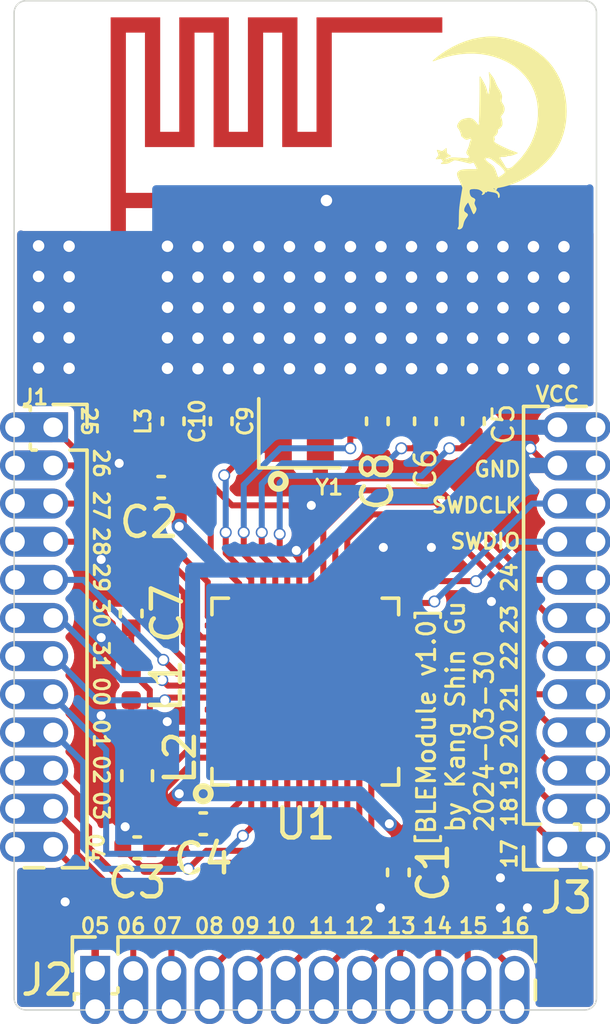
<source format=kicad_pcb>
(kicad_pcb (version 20171130) (host pcbnew "(5.1.10)-1")

  (general
    (thickness 0.8)
    (drawings 45)
    (tracks 413)
    (zones 0)
    (modules 20)
    (nets 47)
  )

  (page A4)
  (layers
    (0 F.Cu signal)
    (31 B.Cu signal)
    (32 B.Adhes user hide)
    (33 F.Adhes user hide)
    (34 B.Paste user)
    (35 F.Paste user)
    (36 B.SilkS user)
    (37 F.SilkS user)
    (38 B.Mask user)
    (39 F.Mask user)
    (40 Dwgs.User user)
    (41 Cmts.User user hide)
    (42 Eco1.User user hide)
    (43 Eco2.User user hide)
    (44 Edge.Cuts user)
    (45 Margin user hide)
    (46 B.CrtYd user hide)
    (47 F.CrtYd user hide)
    (48 B.Fab user hide)
    (49 F.Fab user hide)
  )

  (setup
    (last_trace_width 0.25)
    (user_trace_width 0.2)
    (user_trace_width 0.25)
    (user_trace_width 0.4)
    (user_trace_width 0.5)
    (user_trace_width 1.651)
    (trace_clearance 0.2)
    (zone_clearance 0.0254)
    (zone_45_only no)
    (trace_min 0.2)
    (via_size 0.8)
    (via_drill 0.4)
    (via_min_size 0.4)
    (via_min_drill 0.3)
    (user_via 0.4 0.3)
    (user_via 0.5 0.3)
    (user_via 0.8 0.4)
    (uvia_size 0.3)
    (uvia_drill 0.1)
    (uvias_allowed no)
    (uvia_min_size 0.2)
    (uvia_min_drill 0.1)
    (edge_width 0.05)
    (segment_width 0.2)
    (pcb_text_width 0.3)
    (pcb_text_size 1.5 1.5)
    (mod_edge_width 0.12)
    (mod_text_size 1 1)
    (mod_text_width 0.15)
    (pad_size 1.524 1.524)
    (pad_drill 0.762)
    (pad_to_mask_clearance 0)
    (aux_axis_origin 0 0)
    (visible_elements 7FFFFFFF)
    (pcbplotparams
      (layerselection 0x010fc_ffffffff)
      (usegerberextensions false)
      (usegerberattributes true)
      (usegerberadvancedattributes true)
      (creategerberjobfile true)
      (excludeedgelayer true)
      (linewidth 0.100000)
      (plotframeref false)
      (viasonmask false)
      (mode 1)
      (useauxorigin false)
      (hpglpennumber 1)
      (hpglpenspeed 20)
      (hpglpendiameter 15.000000)
      (psnegative false)
      (psa4output false)
      (plotreference true)
      (plotvalue true)
      (plotinvisibletext false)
      (padsonsilk false)
      (subtractmaskfromsilk false)
      (outputformat 1)
      (mirror false)
      (drillshape 0)
      (scaleselection 1)
      (outputdirectory "Gerber/"))
  )

  (net 0 "")
  (net 1 +30V)
  (net 2 "Net-(C4-Pad1)")
  (net 3 "Net-(C5-Pad1)")
  (net 4 "Net-(C6-Pad1)")
  (net 5 "Net-(C7-Pad1)")
  (net 6 "Net-(C8-Pad1)")
  (net 7 "Net-(C9-Pad1)")
  (net 8 "Net-(C10-Pad1)")
  (net 9 P25)
  (net 10 P26)
  (net 11 P27)
  (net 12 P28)
  (net 13 P29)
  (net 14 P30)
  (net 15 P31)
  (net 16 P00)
  (net 17 P01)
  (net 18 P02)
  (net 19 P03)
  (net 20 P04)
  (net 21 P05)
  (net 22 P06)
  (net 23 P07)
  (net 24 P08)
  (net 25 P09)
  (net 26 P10)
  (net 27 P11)
  (net 28 P12)
  (net 29 P13)
  (net 30 P14)
  (net 31 P15)
  (net 32 P16)
  (net 33 P17)
  (net 34 P18)
  (net 35 P19)
  (net 36 P20)
  (net 37 P21)
  (net 38 P22)
  (net 39 P23)
  (net 40 P24)
  (net 41 nRF_SWDIO)
  (net 42 nRF_SWCLK)
  (net 43 "Net-(L1-Pad2)")
  (net 44 "Net-(L2-Pad2)")
  (net 45 /Main/ANT)
  (net 46 GNDPWR)

  (net_class Default "This is the default net class."
    (clearance 0.2)
    (trace_width 0.25)
    (via_dia 0.8)
    (via_drill 0.4)
    (uvia_dia 0.3)
    (uvia_drill 0.1)
    (add_net +30V)
    (add_net /Main/ANT)
    (add_net GNDPWR)
    (add_net "Net-(C10-Pad1)")
    (add_net "Net-(C4-Pad1)")
    (add_net "Net-(C5-Pad1)")
    (add_net "Net-(C6-Pad1)")
    (add_net "Net-(C7-Pad1)")
    (add_net "Net-(C8-Pad1)")
    (add_net "Net-(C9-Pad1)")
    (add_net "Net-(L1-Pad2)")
    (add_net "Net-(L2-Pad2)")
    (add_net P00)
    (add_net P01)
    (add_net P02)
    (add_net P03)
    (add_net P04)
    (add_net P05)
    (add_net P06)
    (add_net P07)
    (add_net P08)
    (add_net P09)
    (add_net P10)
    (add_net P11)
    (add_net P12)
    (add_net P13)
    (add_net P14)
    (add_net P15)
    (add_net P16)
    (add_net P17)
    (add_net P18)
    (add_net P19)
    (add_net P20)
    (add_net P21)
    (add_net P22)
    (add_net P23)
    (add_net P24)
    (add_net P25)
    (add_net P26)
    (add_net P27)
    (add_net P28)
    (add_net P29)
    (add_net P30)
    (add_net P31)
    (add_net nRF_SWCLK)
    (add_net nRF_SWDIO)
  )

  (net_class Custom ""
    (clearance 0.2)
    (trace_width 0.25)
    (via_dia 0.4)
    (via_drill 0.3)
    (uvia_dia 0.3)
    (uvia_drill 0.1)
  )

  (net_class Custom_0402 ""
    (clearance 0.1)
    (trace_width 0.2)
    (via_dia 0.4)
    (via_drill 0.3)
    (uvia_dia 0.3)
    (uvia_drill 0.1)
  )

  (net_class Custom_Ch ""
    (clearance 0.15)
    (trace_width 0.25)
    (via_dia 0.4)
    (via_drill 0.3)
    (uvia_dia 0.3)
    (uvia_drill 0.1)
  )

  (module Custom:CastellatedPinHeader_1x12_P1.27mm_VerticalR (layer F.Cu) (tedit 6607F643) (tstamp 66090234)
    (at 138.6 90.7 90)
    (descr "Castellated Through hole straight pin header, 1x12, 1.27mm pitch, double rows")
    (tags "Castellated Through hole pin header THT 1x12 1.27mm double row")
    (path /616E62D0/66039CEB)
    (fp_text reference J2 (at -0.3 -1.6 180) (layer F.SilkS)
      (effects (font (size 1 1) (thickness 0.15)))
    )
    (fp_text value CastellatedPinHeader1.27mm_12 (at -0.635 15.665 90) (layer F.Fab)
      (effects (font (size 1 1) (thickness 0.15)))
    )
    (fp_poly (pts (xy -1.2446 13.1826) (xy -0.0254 13.1826) (xy -0.0254 12.2174) (xy -1.2446 12.2174)) (layer B.Mask) (width 0.035))
    (fp_poly (pts (xy -1.2446 11.9126) (xy -0.0254 11.9126) (xy -0.0254 10.9474) (xy -1.2446 10.9474)) (layer F.Cu) (width 0.035))
    (fp_poly (pts (xy -1.2446 13.1826) (xy -0.0254 13.1826) (xy -0.0254 12.2174) (xy -1.2446 12.2174)) (layer B.Cu) (width 0.035))
    (fp_poly (pts (xy -1.2446 10.6426) (xy -0.0254 10.6426) (xy -0.0254 9.6774) (xy -1.2446 9.6774)) (layer B.Mask) (width 0.035))
    (fp_poly (pts (xy -1.2446 13.1826) (xy -0.0254 13.1826) (xy -0.0254 12.2174) (xy -1.2446 12.2174)) (layer F.Mask) (width 0.035))
    (fp_poly (pts (xy -1.2446 14.4526) (xy -0.0254 14.4526) (xy -0.0254 13.4874) (xy -1.2446 13.4874)) (layer F.Cu) (width 0.035))
    (fp_poly (pts (xy -1.2446 14.4526) (xy -0.0254 14.4526) (xy -0.0254 13.4874) (xy -1.2446 13.4874)) (layer B.Mask) (width 0.035))
    (fp_poly (pts (xy -1.2446 11.9126) (xy -0.0254 11.9126) (xy -0.0254 10.9474) (xy -1.2446 10.9474)) (layer B.Cu) (width 0.035))
    (fp_poly (pts (xy -1.2446 14.4526) (xy -0.0254 14.4526) (xy -0.0254 13.4874) (xy -1.2446 13.4874)) (layer F.Mask) (width 0.035))
    (fp_poly (pts (xy -1.2446 11.9126) (xy -0.0254 11.9126) (xy -0.0254 10.9474) (xy -1.2446 10.9474)) (layer F.Mask) (width 0.035))
    (fp_poly (pts (xy -1.2446 13.1826) (xy -0.0254 13.1826) (xy -0.0254 12.2174) (xy -1.2446 12.2174)) (layer F.Cu) (width 0.035))
    (fp_poly (pts (xy -1.2446 11.9126) (xy -0.0254 11.9126) (xy -0.0254 10.9474) (xy -1.2446 10.9474)) (layer B.Mask) (width 0.035))
    (fp_poly (pts (xy -1.2446 14.4526) (xy -0.0254 14.4526) (xy -0.0254 13.4874) (xy -1.2446 13.4874)) (layer B.Cu) (width 0.035))
    (fp_poly (pts (xy -1.2446 9.3726) (xy -0.0254 9.3726) (xy -0.0254 8.4074) (xy -1.2446 8.4074)) (layer B.Mask) (width 0.035))
    (fp_poly (pts (xy -1.2446 9.3726) (xy -0.0254 9.3726) (xy -0.0254 8.4074) (xy -1.2446 8.4074)) (layer F.Mask) (width 0.035))
    (fp_poly (pts (xy -1.2446 9.3726) (xy -0.0254 9.3726) (xy -0.0254 8.4074) (xy -1.2446 8.4074)) (layer F.Cu) (width 0.035))
    (fp_poly (pts (xy -1.2446 0.4826) (xy -0.0254 0.4826) (xy -0.0254 -0.4826) (xy -1.2446 -0.4826)) (layer F.Cu) (width 0.035))
    (fp_poly (pts (xy -1.2446 9.3726) (xy -0.0254 9.3726) (xy -0.0254 8.4074) (xy -1.2446 8.4074)) (layer B.Cu) (width 0.035))
    (fp_poly (pts (xy -1.2446 8.1026) (xy -0.0254 8.1026) (xy -0.0254 7.1374) (xy -1.2446 7.1374)) (layer B.Mask) (width 0.035))
    (fp_poly (pts (xy -1.2446 3.0226) (xy -0.0254 3.0226) (xy -0.0254 2.0574) (xy -1.2446 2.0574)) (layer F.Cu) (width 0.035))
    (fp_poly (pts (xy -1.2446 6.8326) (xy -0.0254 6.8326) (xy -0.0254 5.8674) (xy -1.2446 5.8674)) (layer B.Mask) (width 0.035))
    (fp_poly (pts (xy -1.2446 4.2926) (xy -0.0254 4.2926) (xy -0.0254 3.3274) (xy -1.2446 3.3274)) (layer F.Cu) (width 0.035))
    (fp_poly (pts (xy -1.2446 1.7526) (xy -0.0254 1.7526) (xy -0.0254 0.7874) (xy -1.2446 0.7874)) (layer B.Mask) (width 0.035))
    (fp_poly (pts (xy -1.2446 4.2926) (xy -0.0254 4.2926) (xy -0.0254 3.3274) (xy -1.2446 3.3274)) (layer B.Mask) (width 0.035))
    (fp_poly (pts (xy -1.2446 3.0226) (xy -0.0254 3.0226) (xy -0.0254 2.0574) (xy -1.2446 2.0574)) (layer B.Mask) (width 0.035))
    (fp_poly (pts (xy -1.2446 1.7526) (xy -0.0254 1.7526) (xy -0.0254 0.7874) (xy -1.2446 0.7874)) (layer F.Mask) (width 0.035))
    (fp_poly (pts (xy -1.2446 8.1026) (xy -0.0254 8.1026) (xy -0.0254 7.1374) (xy -1.2446 7.1374)) (layer F.Mask) (width 0.035))
    (fp_poly (pts (xy -1.2446 5.5626) (xy -0.0254 5.5626) (xy -0.0254 4.5974) (xy -1.2446 4.5974)) (layer B.Mask) (width 0.035))
    (fp_poly (pts (xy -1.2446 5.5626) (xy -0.0254 5.5626) (xy -0.0254 4.5974) (xy -1.2446 4.5974)) (layer B.Cu) (width 0.035))
    (fp_poly (pts (xy -1.2446 10.6426) (xy -0.0254 10.6426) (xy -0.0254 9.6774) (xy -1.2446 9.6774)) (layer F.Mask) (width 0.035))
    (fp_poly (pts (xy -1.2446 10.6426) (xy -0.0254 10.6426) (xy -0.0254 9.6774) (xy -1.2446 9.6774)) (layer F.Cu) (width 0.035))
    (fp_poly (pts (xy -1.2446 8.1026) (xy -0.0254 8.1026) (xy -0.0254 7.1374) (xy -1.2446 7.1374)) (layer F.Cu) (width 0.035))
    (fp_poly (pts (xy -1.2446 1.7526) (xy -0.0254 1.7526) (xy -0.0254 0.7874) (xy -1.2446 0.7874)) (layer B.Cu) (width 0.035))
    (fp_poly (pts (xy -1.2446 10.6426) (xy -0.0254 10.6426) (xy -0.0254 9.6774) (xy -1.2446 9.6774)) (layer B.Cu) (width 0.035))
    (fp_poly (pts (xy -1.2446 8.1026) (xy -0.0254 8.1026) (xy -0.0254 7.1374) (xy -1.2446 7.1374)) (layer B.Cu) (width 0.035))
    (fp_poly (pts (xy -1.2446 0.4826) (xy -0.0254 0.4826) (xy -0.0254 -0.4826) (xy -1.2446 -0.4826)) (layer B.Mask) (width 0.035))
    (fp_poly (pts (xy -1.2446 6.8326) (xy -0.0254 6.8326) (xy -0.0254 5.8674) (xy -1.2446 5.8674)) (layer F.Mask) (width 0.035))
    (fp_poly (pts (xy -1.2446 6.8326) (xy -0.0254 6.8326) (xy -0.0254 5.8674) (xy -1.2446 5.8674)) (layer F.Cu) (width 0.035))
    (fp_poly (pts (xy -1.2446 4.2926) (xy -0.0254 4.2926) (xy -0.0254 3.3274) (xy -1.2446 3.3274)) (layer B.Cu) (width 0.035))
    (fp_poly (pts (xy -1.2446 6.8326) (xy -0.0254 6.8326) (xy -0.0254 5.8674) (xy -1.2446 5.8674)) (layer B.Cu) (width 0.035))
    (fp_poly (pts (xy -1.2446 4.2926) (xy -0.0254 4.2926) (xy -0.0254 3.3274) (xy -1.2446 3.3274)) (layer F.Mask) (width 0.035))
    (fp_poly (pts (xy -1.2446 0.4826) (xy -0.0254 0.4826) (xy -0.0254 -0.4826) (xy -1.2446 -0.4826)) (layer F.Mask) (width 0.035))
    (fp_poly (pts (xy -1.2446 5.5626) (xy -0.0254 5.5626) (xy -0.0254 4.5974) (xy -1.2446 4.5974)) (layer F.Mask) (width 0.035))
    (fp_poly (pts (xy -1.2446 3.0226) (xy -0.0254 3.0226) (xy -0.0254 2.0574) (xy -1.2446 2.0574)) (layer F.Mask) (width 0.035))
    (fp_poly (pts (xy -1.2446 3.0226) (xy -0.0254 3.0226) (xy -0.0254 2.0574) (xy -1.2446 2.0574)) (layer B.Cu) (width 0.035))
    (fp_poly (pts (xy -1.2446 0.4826) (xy -0.0254 0.4826) (xy -0.0254 -0.4826) (xy -1.2446 -0.4826)) (layer B.Cu) (width 0.035))
    (fp_poly (pts (xy -1.2446 5.5626) (xy -0.0254 5.5626) (xy -0.0254 4.5974) (xy -1.2446 4.5974)) (layer F.Cu) (width 0.035))
    (fp_poly (pts (xy -1.2446 1.7526) (xy -0.0254 1.7526) (xy -0.0254 0.7874) (xy -1.2446 0.7874)) (layer F.Cu) (width 0.035))
    (fp_line (start -1.27 -0.635) (end -1.27 14.605) (layer F.Fab) (width 0.1))
    (fp_line (start 0.2175 -0.635) (end -1.27 -0.635) (layer F.Fab) (width 0.1))
    (fp_line (start 1.13 0) (end 1.13 -0.76) (layer F.SilkS) (width 0.12))
    (fp_line (start -0.76 -0.695) (end -0.96247 -0.695) (layer F.SilkS) (width 0.12))
    (fp_line (start -0.76 -0.563471) (end -0.76 -0.695) (layer F.SilkS) (width 0.12))
    (fp_line (start 1.6 15.15) (end -1.27 15.15) (layer F.CrtYd) (width 0.05))
    (fp_line (start -0.76 0.706529) (end -0.76 0.563471) (layer F.SilkS) (width 0.12))
    (fp_line (start 1.13 0.76) (end 0.563471 0.76) (layer F.SilkS) (width 0.12))
    (fp_line (start 1.13 0.76) (end 1.13 14.665) (layer F.SilkS) (width 0.12))
    (fp_line (start -0.30753 14.665) (end -0.96247 14.665) (layer F.SilkS) (width 0.12))
    (fp_line (start 1.13 14.665) (end 0.30753 14.665) (layer F.SilkS) (width 0.12))
    (fp_line (start 1.07 0.2175) (end 0.2175 -0.635) (layer F.Fab) (width 0.1))
    (fp_line (start -1.27 14.605) (end 1.07 14.605) (layer F.Fab) (width 0.1))
    (fp_line (start 1.07 14.605) (end 1.07 0.2175) (layer F.Fab) (width 0.1))
    (fp_line (start -1.27 -1.15) (end 1.6 -1.15) (layer F.CrtYd) (width 0.05))
    (fp_line (start 1.6 -1.15) (end 1.6 15.15) (layer F.CrtYd) (width 0.05))
    (fp_line (start -0.563471 0.76) (end -0.706529 0.76) (layer F.SilkS) (width 0.12))
    (fp_line (start -1.27 15.1511) (end -1.27 -1.1489) (layer F.CrtYd) (width 0.05))
    (fp_line (start 1.13 -0.76) (end 0 -0.76) (layer F.SilkS) (width 0.12))
    (fp_text user %R (at -0.635 6.985) (layer F.Fab)
      (effects (font (size 1 1) (thickness 0.15)))
    )
    (pad 3 thru_hole oval (at 0 2.54 90) (size 1 1) (drill 0.65) (layers *.Cu *.Mask)
      (net 23 P07))
    (pad 11 thru_hole oval (at 0 12.7 90) (size 1 1) (drill 0.65) (layers *.Cu *.Mask)
      (net 31 P15))
    (pad 5 thru_hole oval (at 0 5.08 90) (size 1 1) (drill 0.65) (layers *.Cu *.Mask)
      (net 25 P09))
    (pad 7 thru_hole oval (at 0 7.62 90) (size 1 1) (drill 0.65) (layers *.Cu *.Mask)
      (net 27 P11))
    (pad 12 thru_hole oval (at 0 13.97 90) (size 1 1) (drill 0.65) (layers *.Cu *.Mask)
      (net 32 P16))
    (pad 10 thru_hole oval (at 0 11.43 90) (size 1 1) (drill 0.65) (layers *.Cu *.Mask)
      (net 30 P14))
    (pad 6 thru_hole oval (at 0 6.35 90) (size 1 1) (drill 0.65) (layers *.Cu *.Mask)
      (net 26 P10))
    (pad 1 thru_hole rect (at 0 0 90) (size 1 1) (drill 0.65) (layers *.Cu *.Mask)
      (net 21 P05))
    (pad 8 thru_hole oval (at 0 8.89 90) (size 1 1) (drill 0.65) (layers *.Cu *.Mask)
      (net 28 P12))
    (pad 9 thru_hole oval (at 0 10.16 90) (size 1 1) (drill 0.65) (layers *.Cu *.Mask)
      (net 29 P13))
    (pad 4 thru_hole oval (at 0 3.81 90) (size 1 1) (drill 0.65) (layers *.Cu *.Mask)
      (net 24 P08))
    (pad 2 thru_hole oval (at 0 1.27 90) (size 1 1) (drill 0.65) (layers *.Cu *.Mask)
      (net 22 P06))
    (pad "" thru_hole oval (at -1.27 0 90) (size 1 1) (drill 0.65) (layers *.Cu *.Mask))
    (pad "" thru_hole oval (at -1.27 12.7 90) (size 1 1) (drill 0.65) (layers *.Cu *.Mask))
    (pad "" thru_hole oval (at -1.27 10.16 90) (size 1 1) (drill 0.65) (layers *.Cu *.Mask))
    (pad "" thru_hole oval (at -1.27 8.89 90) (size 1 1) (drill 0.65) (layers *.Cu *.Mask))
    (pad "" thru_hole oval (at -1.27 5.08 90) (size 1 1) (drill 0.65) (layers *.Cu *.Mask))
    (pad "" thru_hole oval (at -1.27 11.43 90) (size 1 1) (drill 0.65) (layers *.Cu *.Mask))
    (pad "" thru_hole oval (at -1.27 2.54 90) (size 1 1) (drill 0.65) (layers *.Cu *.Mask))
    (pad "" thru_hole oval (at -1.27 6.35 90) (size 1 1) (drill 0.65) (layers *.Cu *.Mask))
    (pad "" thru_hole oval (at -1.27 13.97 90) (size 1 1) (drill 0.65) (layers *.Cu *.Mask))
    (pad "" thru_hole oval (at -1.27 7.62 90) (size 1 1) (drill 0.65) (layers *.Cu *.Mask))
    (pad "" thru_hole oval (at -1.27 1.27 90) (size 1 1) (drill 0.65) (layers *.Cu *.Mask))
    (pad "" thru_hole oval (at -1.27 3.81 90) (size 1 1) (drill 0.65) (layers *.Cu *.Mask))
    (model ${KISYS3DMOD}/Connector_PinHeader_1.27mm.3dshapes/PinHeader_1x12_P1.27mm_Vertical.wrl
      (at (xyz 0 0 0))
      (scale (xyz 1 1 1))
      (rotate (xyz 0 0 0))
    )
  )

  (module Custom:CastellatedPinHeader_1x12_P1.27mm_VerticalR (layer F.Cu) (tedit 6607F643) (tstamp 66083B0A)
    (at 137.2 72.6)
    (descr "Castellated Through hole straight pin header, 1x12, 1.27mm pitch, double rows")
    (tags "Castellated Through hole pin header THT 1x12 1.27mm double row")
    (path /616E62D0/66036982)
    (fp_text reference J1 (at -0.6 -1) (layer F.SilkS)
      (effects (font (size 0.5 0.5) (thickness 0.1)))
    )
    (fp_text value CastellatedPinHeader1.27mm_12 (at -0.635 15.665) (layer F.Fab)
      (effects (font (size 1 1) (thickness 0.15)))
    )
    (fp_poly (pts (xy -1.2446 13.1826) (xy -0.0254 13.1826) (xy -0.0254 12.2174) (xy -1.2446 12.2174)) (layer B.Mask) (width 0.035))
    (fp_poly (pts (xy -1.2446 11.9126) (xy -0.0254 11.9126) (xy -0.0254 10.9474) (xy -1.2446 10.9474)) (layer F.Cu) (width 0.035))
    (fp_poly (pts (xy -1.2446 13.1826) (xy -0.0254 13.1826) (xy -0.0254 12.2174) (xy -1.2446 12.2174)) (layer B.Cu) (width 0.035))
    (fp_poly (pts (xy -1.2446 10.6426) (xy -0.0254 10.6426) (xy -0.0254 9.6774) (xy -1.2446 9.6774)) (layer B.Mask) (width 0.035))
    (fp_poly (pts (xy -1.2446 13.1826) (xy -0.0254 13.1826) (xy -0.0254 12.2174) (xy -1.2446 12.2174)) (layer F.Mask) (width 0.035))
    (fp_poly (pts (xy -1.2446 14.4526) (xy -0.0254 14.4526) (xy -0.0254 13.4874) (xy -1.2446 13.4874)) (layer F.Cu) (width 0.035))
    (fp_poly (pts (xy -1.2446 14.4526) (xy -0.0254 14.4526) (xy -0.0254 13.4874) (xy -1.2446 13.4874)) (layer B.Mask) (width 0.035))
    (fp_poly (pts (xy -1.2446 11.9126) (xy -0.0254 11.9126) (xy -0.0254 10.9474) (xy -1.2446 10.9474)) (layer B.Cu) (width 0.035))
    (fp_poly (pts (xy -1.2446 14.4526) (xy -0.0254 14.4526) (xy -0.0254 13.4874) (xy -1.2446 13.4874)) (layer F.Mask) (width 0.035))
    (fp_poly (pts (xy -1.2446 11.9126) (xy -0.0254 11.9126) (xy -0.0254 10.9474) (xy -1.2446 10.9474)) (layer F.Mask) (width 0.035))
    (fp_poly (pts (xy -1.2446 13.1826) (xy -0.0254 13.1826) (xy -0.0254 12.2174) (xy -1.2446 12.2174)) (layer F.Cu) (width 0.035))
    (fp_poly (pts (xy -1.2446 11.9126) (xy -0.0254 11.9126) (xy -0.0254 10.9474) (xy -1.2446 10.9474)) (layer B.Mask) (width 0.035))
    (fp_poly (pts (xy -1.2446 14.4526) (xy -0.0254 14.4526) (xy -0.0254 13.4874) (xy -1.2446 13.4874)) (layer B.Cu) (width 0.035))
    (fp_poly (pts (xy -1.2446 9.3726) (xy -0.0254 9.3726) (xy -0.0254 8.4074) (xy -1.2446 8.4074)) (layer B.Mask) (width 0.035))
    (fp_poly (pts (xy -1.2446 9.3726) (xy -0.0254 9.3726) (xy -0.0254 8.4074) (xy -1.2446 8.4074)) (layer F.Mask) (width 0.035))
    (fp_poly (pts (xy -1.2446 9.3726) (xy -0.0254 9.3726) (xy -0.0254 8.4074) (xy -1.2446 8.4074)) (layer F.Cu) (width 0.035))
    (fp_poly (pts (xy -1.2446 0.4826) (xy -0.0254 0.4826) (xy -0.0254 -0.4826) (xy -1.2446 -0.4826)) (layer F.Cu) (width 0.035))
    (fp_poly (pts (xy -1.2446 9.3726) (xy -0.0254 9.3726) (xy -0.0254 8.4074) (xy -1.2446 8.4074)) (layer B.Cu) (width 0.035))
    (fp_poly (pts (xy -1.2446 8.1026) (xy -0.0254 8.1026) (xy -0.0254 7.1374) (xy -1.2446 7.1374)) (layer B.Mask) (width 0.035))
    (fp_poly (pts (xy -1.2446 3.0226) (xy -0.0254 3.0226) (xy -0.0254 2.0574) (xy -1.2446 2.0574)) (layer F.Cu) (width 0.035))
    (fp_poly (pts (xy -1.2446 6.8326) (xy -0.0254 6.8326) (xy -0.0254 5.8674) (xy -1.2446 5.8674)) (layer B.Mask) (width 0.035))
    (fp_poly (pts (xy -1.2446 4.2926) (xy -0.0254 4.2926) (xy -0.0254 3.3274) (xy -1.2446 3.3274)) (layer F.Cu) (width 0.035))
    (fp_poly (pts (xy -1.2446 1.7526) (xy -0.0254 1.7526) (xy -0.0254 0.7874) (xy -1.2446 0.7874)) (layer B.Mask) (width 0.035))
    (fp_poly (pts (xy -1.2446 4.2926) (xy -0.0254 4.2926) (xy -0.0254 3.3274) (xy -1.2446 3.3274)) (layer B.Mask) (width 0.035))
    (fp_poly (pts (xy -1.2446 3.0226) (xy -0.0254 3.0226) (xy -0.0254 2.0574) (xy -1.2446 2.0574)) (layer B.Mask) (width 0.035))
    (fp_poly (pts (xy -1.2446 1.7526) (xy -0.0254 1.7526) (xy -0.0254 0.7874) (xy -1.2446 0.7874)) (layer F.Mask) (width 0.035))
    (fp_poly (pts (xy -1.2446 8.1026) (xy -0.0254 8.1026) (xy -0.0254 7.1374) (xy -1.2446 7.1374)) (layer F.Mask) (width 0.035))
    (fp_poly (pts (xy -1.2446 5.5626) (xy -0.0254 5.5626) (xy -0.0254 4.5974) (xy -1.2446 4.5974)) (layer B.Mask) (width 0.035))
    (fp_poly (pts (xy -1.2446 5.5626) (xy -0.0254 5.5626) (xy -0.0254 4.5974) (xy -1.2446 4.5974)) (layer B.Cu) (width 0.035))
    (fp_poly (pts (xy -1.2446 10.6426) (xy -0.0254 10.6426) (xy -0.0254 9.6774) (xy -1.2446 9.6774)) (layer F.Mask) (width 0.035))
    (fp_poly (pts (xy -1.2446 10.6426) (xy -0.0254 10.6426) (xy -0.0254 9.6774) (xy -1.2446 9.6774)) (layer F.Cu) (width 0.035))
    (fp_poly (pts (xy -1.2446 8.1026) (xy -0.0254 8.1026) (xy -0.0254 7.1374) (xy -1.2446 7.1374)) (layer F.Cu) (width 0.035))
    (fp_poly (pts (xy -1.2446 1.7526) (xy -0.0254 1.7526) (xy -0.0254 0.7874) (xy -1.2446 0.7874)) (layer B.Cu) (width 0.035))
    (fp_poly (pts (xy -1.2446 10.6426) (xy -0.0254 10.6426) (xy -0.0254 9.6774) (xy -1.2446 9.6774)) (layer B.Cu) (width 0.035))
    (fp_poly (pts (xy -1.2446 8.1026) (xy -0.0254 8.1026) (xy -0.0254 7.1374) (xy -1.2446 7.1374)) (layer B.Cu) (width 0.035))
    (fp_poly (pts (xy -1.2446 0.4826) (xy -0.0254 0.4826) (xy -0.0254 -0.4826) (xy -1.2446 -0.4826)) (layer B.Mask) (width 0.035))
    (fp_poly (pts (xy -1.2446 6.8326) (xy -0.0254 6.8326) (xy -0.0254 5.8674) (xy -1.2446 5.8674)) (layer F.Mask) (width 0.035))
    (fp_poly (pts (xy -1.2446 6.8326) (xy -0.0254 6.8326) (xy -0.0254 5.8674) (xy -1.2446 5.8674)) (layer F.Cu) (width 0.035))
    (fp_poly (pts (xy -1.2446 4.2926) (xy -0.0254 4.2926) (xy -0.0254 3.3274) (xy -1.2446 3.3274)) (layer B.Cu) (width 0.035))
    (fp_poly (pts (xy -1.2446 6.8326) (xy -0.0254 6.8326) (xy -0.0254 5.8674) (xy -1.2446 5.8674)) (layer B.Cu) (width 0.035))
    (fp_poly (pts (xy -1.2446 4.2926) (xy -0.0254 4.2926) (xy -0.0254 3.3274) (xy -1.2446 3.3274)) (layer F.Mask) (width 0.035))
    (fp_poly (pts (xy -1.2446 0.4826) (xy -0.0254 0.4826) (xy -0.0254 -0.4826) (xy -1.2446 -0.4826)) (layer F.Mask) (width 0.035))
    (fp_poly (pts (xy -1.2446 5.5626) (xy -0.0254 5.5626) (xy -0.0254 4.5974) (xy -1.2446 4.5974)) (layer F.Mask) (width 0.035))
    (fp_poly (pts (xy -1.2446 3.0226) (xy -0.0254 3.0226) (xy -0.0254 2.0574) (xy -1.2446 2.0574)) (layer F.Mask) (width 0.035))
    (fp_poly (pts (xy -1.2446 3.0226) (xy -0.0254 3.0226) (xy -0.0254 2.0574) (xy -1.2446 2.0574)) (layer B.Cu) (width 0.035))
    (fp_poly (pts (xy -1.2446 0.4826) (xy -0.0254 0.4826) (xy -0.0254 -0.4826) (xy -1.2446 -0.4826)) (layer B.Cu) (width 0.035))
    (fp_poly (pts (xy -1.2446 5.5626) (xy -0.0254 5.5626) (xy -0.0254 4.5974) (xy -1.2446 4.5974)) (layer F.Cu) (width 0.035))
    (fp_poly (pts (xy -1.2446 1.7526) (xy -0.0254 1.7526) (xy -0.0254 0.7874) (xy -1.2446 0.7874)) (layer F.Cu) (width 0.035))
    (fp_line (start -1.27 -0.635) (end -1.27 14.605) (layer F.Fab) (width 0.1))
    (fp_line (start 0.2175 -0.635) (end -1.27 -0.635) (layer F.Fab) (width 0.1))
    (fp_line (start 1.13 0) (end 1.13 -0.76) (layer F.SilkS) (width 0.12))
    (fp_line (start -0.76 -0.695) (end -0.96247 -0.695) (layer F.SilkS) (width 0.12))
    (fp_line (start -0.76 -0.563471) (end -0.76 -0.695) (layer F.SilkS) (width 0.12))
    (fp_line (start 1.6 15.15) (end -1.27 15.15) (layer F.CrtYd) (width 0.05))
    (fp_line (start -0.76 0.706529) (end -0.76 0.563471) (layer F.SilkS) (width 0.12))
    (fp_line (start 1.13 0.76) (end 0.563471 0.76) (layer F.SilkS) (width 0.12))
    (fp_line (start 1.13 0.76) (end 1.13 14.665) (layer F.SilkS) (width 0.12))
    (fp_line (start -0.30753 14.665) (end -0.96247 14.665) (layer F.SilkS) (width 0.12))
    (fp_line (start 1.13 14.665) (end 0.30753 14.665) (layer F.SilkS) (width 0.12))
    (fp_line (start 1.07 0.2175) (end 0.2175 -0.635) (layer F.Fab) (width 0.1))
    (fp_line (start -1.27 14.605) (end 1.07 14.605) (layer F.Fab) (width 0.1))
    (fp_line (start 1.07 14.605) (end 1.07 0.2175) (layer F.Fab) (width 0.1))
    (fp_line (start -1.27 -1.15) (end 1.6 -1.15) (layer F.CrtYd) (width 0.05))
    (fp_line (start 1.6 -1.15) (end 1.6 15.15) (layer F.CrtYd) (width 0.05))
    (fp_line (start -0.563471 0.76) (end -0.706529 0.76) (layer F.SilkS) (width 0.12))
    (fp_line (start -1.27 15.1511) (end -1.27 -1.1489) (layer F.CrtYd) (width 0.05))
    (fp_line (start 1.13 -0.76) (end 0 -0.76) (layer F.SilkS) (width 0.12))
    (fp_text user %R (at -0.635 6.985 90) (layer F.Fab)
      (effects (font (size 1 1) (thickness 0.15)))
    )
    (pad 3 thru_hole oval (at 0 2.54) (size 1 1) (drill 0.65) (layers *.Cu *.Mask)
      (net 11 P27))
    (pad 11 thru_hole oval (at 0 12.7) (size 1 1) (drill 0.65) (layers *.Cu *.Mask)
      (net 19 P03))
    (pad 5 thru_hole oval (at 0 5.08) (size 1 1) (drill 0.65) (layers *.Cu *.Mask)
      (net 13 P29))
    (pad 7 thru_hole oval (at 0 7.62) (size 1 1) (drill 0.65) (layers *.Cu *.Mask)
      (net 15 P31))
    (pad 12 thru_hole oval (at 0 13.97) (size 1 1) (drill 0.65) (layers *.Cu *.Mask)
      (net 20 P04))
    (pad 10 thru_hole oval (at 0 11.43) (size 1 1) (drill 0.65) (layers *.Cu *.Mask)
      (net 18 P02))
    (pad 6 thru_hole oval (at 0 6.35) (size 1 1) (drill 0.65) (layers *.Cu *.Mask)
      (net 14 P30))
    (pad 1 thru_hole rect (at 0 0) (size 1 1) (drill 0.65) (layers *.Cu *.Mask)
      (net 9 P25))
    (pad 8 thru_hole oval (at 0 8.89) (size 1 1) (drill 0.65) (layers *.Cu *.Mask)
      (net 16 P00))
    (pad 9 thru_hole oval (at 0 10.16) (size 1 1) (drill 0.65) (layers *.Cu *.Mask)
      (net 17 P01))
    (pad 4 thru_hole oval (at 0 3.81) (size 1 1) (drill 0.65) (layers *.Cu *.Mask)
      (net 12 P28))
    (pad 2 thru_hole oval (at 0 1.27) (size 1 1) (drill 0.65) (layers *.Cu *.Mask)
      (net 10 P26))
    (pad "" thru_hole oval (at -1.27 0) (size 1 1) (drill 0.65) (layers *.Cu *.Mask))
    (pad "" thru_hole oval (at -1.27 12.7) (size 1 1) (drill 0.65) (layers *.Cu *.Mask))
    (pad "" thru_hole oval (at -1.27 10.16) (size 1 1) (drill 0.65) (layers *.Cu *.Mask))
    (pad "" thru_hole oval (at -1.27 8.89) (size 1 1) (drill 0.65) (layers *.Cu *.Mask))
    (pad "" thru_hole oval (at -1.27 5.08) (size 1 1) (drill 0.65) (layers *.Cu *.Mask))
    (pad "" thru_hole oval (at -1.27 11.43) (size 1 1) (drill 0.65) (layers *.Cu *.Mask))
    (pad "" thru_hole oval (at -1.27 2.54) (size 1 1) (drill 0.65) (layers *.Cu *.Mask))
    (pad "" thru_hole oval (at -1.27 6.35) (size 1 1) (drill 0.65) (layers *.Cu *.Mask))
    (pad "" thru_hole oval (at -1.27 13.97) (size 1 1) (drill 0.65) (layers *.Cu *.Mask))
    (pad "" thru_hole oval (at -1.27 7.62) (size 1 1) (drill 0.65) (layers *.Cu *.Mask))
    (pad "" thru_hole oval (at -1.27 1.27) (size 1 1) (drill 0.65) (layers *.Cu *.Mask))
    (pad "" thru_hole oval (at -1.27 3.81) (size 1 1) (drill 0.65) (layers *.Cu *.Mask))
    (model ${KISYS3DMOD}/Connector_PinHeader_1.27mm.3dshapes/PinHeader_1x12_P1.27mm_Vertical.wrl
      (at (xyz 0 0 0))
      (scale (xyz 1 1 1))
      (rotate (xyz 0 0 0))
    )
  )

  (module Custom:CastellatedPinHeader_1x12_P1.27mm_VerticalR (layer F.Cu) (tedit 6607F643) (tstamp 660896A8)
    (at 154 86.57 180)
    (descr "Castellated Through hole straight pin header, 1x12, 1.27mm pitch, double rows")
    (tags "Castellated Through hole pin header THT 1x12 1.27mm double row")
    (path /616E62D0/660420DC)
    (fp_text reference J3 (at -0.3 -1.695) (layer F.SilkS)
      (effects (font (size 1 1) (thickness 0.15)))
    )
    (fp_text value CastellatedPinHeader1.27mm_12 (at -0.635 15.665) (layer F.Fab)
      (effects (font (size 1 1) (thickness 0.15)))
    )
    (fp_poly (pts (xy -1.2446 13.1826) (xy -0.0254 13.1826) (xy -0.0254 12.2174) (xy -1.2446 12.2174)) (layer B.Mask) (width 0.035))
    (fp_poly (pts (xy -1.2446 11.9126) (xy -0.0254 11.9126) (xy -0.0254 10.9474) (xy -1.2446 10.9474)) (layer F.Cu) (width 0.035))
    (fp_poly (pts (xy -1.2446 13.1826) (xy -0.0254 13.1826) (xy -0.0254 12.2174) (xy -1.2446 12.2174)) (layer B.Cu) (width 0.035))
    (fp_poly (pts (xy -1.2446 10.6426) (xy -0.0254 10.6426) (xy -0.0254 9.6774) (xy -1.2446 9.6774)) (layer B.Mask) (width 0.035))
    (fp_poly (pts (xy -1.2446 13.1826) (xy -0.0254 13.1826) (xy -0.0254 12.2174) (xy -1.2446 12.2174)) (layer F.Mask) (width 0.035))
    (fp_poly (pts (xy -1.2446 14.4526) (xy -0.0254 14.4526) (xy -0.0254 13.4874) (xy -1.2446 13.4874)) (layer F.Cu) (width 0.035))
    (fp_poly (pts (xy -1.2446 14.4526) (xy -0.0254 14.4526) (xy -0.0254 13.4874) (xy -1.2446 13.4874)) (layer B.Mask) (width 0.035))
    (fp_poly (pts (xy -1.2446 11.9126) (xy -0.0254 11.9126) (xy -0.0254 10.9474) (xy -1.2446 10.9474)) (layer B.Cu) (width 0.035))
    (fp_poly (pts (xy -1.2446 14.4526) (xy -0.0254 14.4526) (xy -0.0254 13.4874) (xy -1.2446 13.4874)) (layer F.Mask) (width 0.035))
    (fp_poly (pts (xy -1.2446 11.9126) (xy -0.0254 11.9126) (xy -0.0254 10.9474) (xy -1.2446 10.9474)) (layer F.Mask) (width 0.035))
    (fp_poly (pts (xy -1.2446 13.1826) (xy -0.0254 13.1826) (xy -0.0254 12.2174) (xy -1.2446 12.2174)) (layer F.Cu) (width 0.035))
    (fp_poly (pts (xy -1.2446 11.9126) (xy -0.0254 11.9126) (xy -0.0254 10.9474) (xy -1.2446 10.9474)) (layer B.Mask) (width 0.035))
    (fp_poly (pts (xy -1.2446 14.4526) (xy -0.0254 14.4526) (xy -0.0254 13.4874) (xy -1.2446 13.4874)) (layer B.Cu) (width 0.035))
    (fp_poly (pts (xy -1.2446 9.3726) (xy -0.0254 9.3726) (xy -0.0254 8.4074) (xy -1.2446 8.4074)) (layer B.Mask) (width 0.035))
    (fp_poly (pts (xy -1.2446 9.3726) (xy -0.0254 9.3726) (xy -0.0254 8.4074) (xy -1.2446 8.4074)) (layer F.Mask) (width 0.035))
    (fp_poly (pts (xy -1.2446 9.3726) (xy -0.0254 9.3726) (xy -0.0254 8.4074) (xy -1.2446 8.4074)) (layer F.Cu) (width 0.035))
    (fp_poly (pts (xy -1.2446 0.4826) (xy -0.0254 0.4826) (xy -0.0254 -0.4826) (xy -1.2446 -0.4826)) (layer F.Cu) (width 0.035))
    (fp_poly (pts (xy -1.2446 9.3726) (xy -0.0254 9.3726) (xy -0.0254 8.4074) (xy -1.2446 8.4074)) (layer B.Cu) (width 0.035))
    (fp_poly (pts (xy -1.2446 8.1026) (xy -0.0254 8.1026) (xy -0.0254 7.1374) (xy -1.2446 7.1374)) (layer B.Mask) (width 0.035))
    (fp_poly (pts (xy -1.2446 3.0226) (xy -0.0254 3.0226) (xy -0.0254 2.0574) (xy -1.2446 2.0574)) (layer F.Cu) (width 0.035))
    (fp_poly (pts (xy -1.2446 6.8326) (xy -0.0254 6.8326) (xy -0.0254 5.8674) (xy -1.2446 5.8674)) (layer B.Mask) (width 0.035))
    (fp_poly (pts (xy -1.2446 4.2926) (xy -0.0254 4.2926) (xy -0.0254 3.3274) (xy -1.2446 3.3274)) (layer F.Cu) (width 0.035))
    (fp_poly (pts (xy -1.2446 1.7526) (xy -0.0254 1.7526) (xy -0.0254 0.7874) (xy -1.2446 0.7874)) (layer B.Mask) (width 0.035))
    (fp_poly (pts (xy -1.2446 4.2926) (xy -0.0254 4.2926) (xy -0.0254 3.3274) (xy -1.2446 3.3274)) (layer B.Mask) (width 0.035))
    (fp_poly (pts (xy -1.2446 3.0226) (xy -0.0254 3.0226) (xy -0.0254 2.0574) (xy -1.2446 2.0574)) (layer B.Mask) (width 0.035))
    (fp_poly (pts (xy -1.2446 1.7526) (xy -0.0254 1.7526) (xy -0.0254 0.7874) (xy -1.2446 0.7874)) (layer F.Mask) (width 0.035))
    (fp_poly (pts (xy -1.2446 8.1026) (xy -0.0254 8.1026) (xy -0.0254 7.1374) (xy -1.2446 7.1374)) (layer F.Mask) (width 0.035))
    (fp_poly (pts (xy -1.2446 5.5626) (xy -0.0254 5.5626) (xy -0.0254 4.5974) (xy -1.2446 4.5974)) (layer B.Mask) (width 0.035))
    (fp_poly (pts (xy -1.2446 5.5626) (xy -0.0254 5.5626) (xy -0.0254 4.5974) (xy -1.2446 4.5974)) (layer B.Cu) (width 0.035))
    (fp_poly (pts (xy -1.2446 10.6426) (xy -0.0254 10.6426) (xy -0.0254 9.6774) (xy -1.2446 9.6774)) (layer F.Mask) (width 0.035))
    (fp_poly (pts (xy -1.2446 10.6426) (xy -0.0254 10.6426) (xy -0.0254 9.6774) (xy -1.2446 9.6774)) (layer F.Cu) (width 0.035))
    (fp_poly (pts (xy -1.2446 8.1026) (xy -0.0254 8.1026) (xy -0.0254 7.1374) (xy -1.2446 7.1374)) (layer F.Cu) (width 0.035))
    (fp_poly (pts (xy -1.2446 1.7526) (xy -0.0254 1.7526) (xy -0.0254 0.7874) (xy -1.2446 0.7874)) (layer B.Cu) (width 0.035))
    (fp_poly (pts (xy -1.2446 10.6426) (xy -0.0254 10.6426) (xy -0.0254 9.6774) (xy -1.2446 9.6774)) (layer B.Cu) (width 0.035))
    (fp_poly (pts (xy -1.2446 8.1026) (xy -0.0254 8.1026) (xy -0.0254 7.1374) (xy -1.2446 7.1374)) (layer B.Cu) (width 0.035))
    (fp_poly (pts (xy -1.2446 0.4826) (xy -0.0254 0.4826) (xy -0.0254 -0.4826) (xy -1.2446 -0.4826)) (layer B.Mask) (width 0.035))
    (fp_poly (pts (xy -1.2446 6.8326) (xy -0.0254 6.8326) (xy -0.0254 5.8674) (xy -1.2446 5.8674)) (layer F.Mask) (width 0.035))
    (fp_poly (pts (xy -1.2446 6.8326) (xy -0.0254 6.8326) (xy -0.0254 5.8674) (xy -1.2446 5.8674)) (layer F.Cu) (width 0.035))
    (fp_poly (pts (xy -1.2446 4.2926) (xy -0.0254 4.2926) (xy -0.0254 3.3274) (xy -1.2446 3.3274)) (layer B.Cu) (width 0.035))
    (fp_poly (pts (xy -1.2446 6.8326) (xy -0.0254 6.8326) (xy -0.0254 5.8674) (xy -1.2446 5.8674)) (layer B.Cu) (width 0.035))
    (fp_poly (pts (xy -1.2446 4.2926) (xy -0.0254 4.2926) (xy -0.0254 3.3274) (xy -1.2446 3.3274)) (layer F.Mask) (width 0.035))
    (fp_poly (pts (xy -1.2446 0.4826) (xy -0.0254 0.4826) (xy -0.0254 -0.4826) (xy -1.2446 -0.4826)) (layer F.Mask) (width 0.035))
    (fp_poly (pts (xy -1.2446 5.5626) (xy -0.0254 5.5626) (xy -0.0254 4.5974) (xy -1.2446 4.5974)) (layer F.Mask) (width 0.035))
    (fp_poly (pts (xy -1.2446 3.0226) (xy -0.0254 3.0226) (xy -0.0254 2.0574) (xy -1.2446 2.0574)) (layer F.Mask) (width 0.035))
    (fp_poly (pts (xy -1.2446 3.0226) (xy -0.0254 3.0226) (xy -0.0254 2.0574) (xy -1.2446 2.0574)) (layer B.Cu) (width 0.035))
    (fp_poly (pts (xy -1.2446 0.4826) (xy -0.0254 0.4826) (xy -0.0254 -0.4826) (xy -1.2446 -0.4826)) (layer B.Cu) (width 0.035))
    (fp_poly (pts (xy -1.2446 5.5626) (xy -0.0254 5.5626) (xy -0.0254 4.5974) (xy -1.2446 4.5974)) (layer F.Cu) (width 0.035))
    (fp_poly (pts (xy -1.2446 1.7526) (xy -0.0254 1.7526) (xy -0.0254 0.7874) (xy -1.2446 0.7874)) (layer F.Cu) (width 0.035))
    (fp_line (start -1.27 -0.635) (end -1.27 14.605) (layer F.Fab) (width 0.1))
    (fp_line (start 0.2175 -0.635) (end -1.27 -0.635) (layer F.Fab) (width 0.1))
    (fp_line (start 1.13 0) (end 1.13 -0.76) (layer F.SilkS) (width 0.12))
    (fp_line (start -0.76 -0.695) (end -0.96247 -0.695) (layer F.SilkS) (width 0.12))
    (fp_line (start -0.76 -0.563471) (end -0.76 -0.695) (layer F.SilkS) (width 0.12))
    (fp_line (start 1.6 15.15) (end -1.27 15.15) (layer F.CrtYd) (width 0.05))
    (fp_line (start -0.76 0.706529) (end -0.76 0.563471) (layer F.SilkS) (width 0.12))
    (fp_line (start 1.13 0.76) (end 0.563471 0.76) (layer F.SilkS) (width 0.12))
    (fp_line (start 1.13 0.76) (end 1.13 14.665) (layer F.SilkS) (width 0.12))
    (fp_line (start -0.30753 14.665) (end -0.96247 14.665) (layer F.SilkS) (width 0.12))
    (fp_line (start 1.13 14.665) (end 0.30753 14.665) (layer F.SilkS) (width 0.12))
    (fp_line (start 1.07 0.2175) (end 0.2175 -0.635) (layer F.Fab) (width 0.1))
    (fp_line (start -1.27 14.605) (end 1.07 14.605) (layer F.Fab) (width 0.1))
    (fp_line (start 1.07 14.605) (end 1.07 0.2175) (layer F.Fab) (width 0.1))
    (fp_line (start -1.27 -1.15) (end 1.6 -1.15) (layer F.CrtYd) (width 0.05))
    (fp_line (start 1.6 -1.15) (end 1.6 15.15) (layer F.CrtYd) (width 0.05))
    (fp_line (start -0.563471 0.76) (end -0.706529 0.76) (layer F.SilkS) (width 0.12))
    (fp_line (start -1.27 15.1511) (end -1.27 -1.1489) (layer F.CrtYd) (width 0.05))
    (fp_line (start 1.13 -0.76) (end 0 -0.76) (layer F.SilkS) (width 0.12))
    (fp_text user %R (at -0.635 6.985 90) (layer F.Fab)
      (effects (font (size 1 1) (thickness 0.15)))
    )
    (pad 3 thru_hole oval (at 0 2.54 180) (size 1 1) (drill 0.65) (layers *.Cu *.Mask)
      (net 35 P19))
    (pad 11 thru_hole oval (at 0 12.7 180) (size 1 1) (drill 0.65) (layers *.Cu *.Mask)
      (net 46 GNDPWR))
    (pad 5 thru_hole oval (at 0 5.08 180) (size 1 1) (drill 0.65) (layers *.Cu *.Mask)
      (net 37 P21))
    (pad 7 thru_hole oval (at 0 7.62 180) (size 1 1) (drill 0.65) (layers *.Cu *.Mask)
      (net 39 P23))
    (pad 12 thru_hole oval (at 0 13.97 180) (size 1 1) (drill 0.65) (layers *.Cu *.Mask)
      (net 1 +30V))
    (pad 10 thru_hole oval (at 0 11.43 180) (size 1 1) (drill 0.65) (layers *.Cu *.Mask)
      (net 42 nRF_SWCLK))
    (pad 6 thru_hole oval (at 0 6.35 180) (size 1 1) (drill 0.65) (layers *.Cu *.Mask)
      (net 38 P22))
    (pad 1 thru_hole rect (at 0 0 180) (size 1 1) (drill 0.65) (layers *.Cu *.Mask)
      (net 33 P17))
    (pad 8 thru_hole oval (at 0 8.89 180) (size 1 1) (drill 0.65) (layers *.Cu *.Mask)
      (net 40 P24))
    (pad 9 thru_hole oval (at 0 10.16 180) (size 1 1) (drill 0.65) (layers *.Cu *.Mask)
      (net 41 nRF_SWDIO))
    (pad 4 thru_hole oval (at 0 3.81 180) (size 1 1) (drill 0.65) (layers *.Cu *.Mask)
      (net 36 P20))
    (pad 2 thru_hole oval (at 0 1.27 180) (size 1 1) (drill 0.65) (layers *.Cu *.Mask)
      (net 34 P18))
    (pad "" thru_hole oval (at -1.27 0 180) (size 1 1) (drill 0.65) (layers *.Cu *.Mask))
    (pad "" thru_hole oval (at -1.27 12.7 180) (size 1 1) (drill 0.65) (layers *.Cu *.Mask))
    (pad "" thru_hole oval (at -1.27 10.16 180) (size 1 1) (drill 0.65) (layers *.Cu *.Mask))
    (pad "" thru_hole oval (at -1.27 8.89 180) (size 1 1) (drill 0.65) (layers *.Cu *.Mask))
    (pad "" thru_hole oval (at -1.27 5.08 180) (size 1 1) (drill 0.65) (layers *.Cu *.Mask))
    (pad "" thru_hole oval (at -1.27 11.43 180) (size 1 1) (drill 0.65) (layers *.Cu *.Mask))
    (pad "" thru_hole oval (at -1.27 2.54 180) (size 1 1) (drill 0.65) (layers *.Cu *.Mask))
    (pad "" thru_hole oval (at -1.27 6.35 180) (size 1 1) (drill 0.65) (layers *.Cu *.Mask))
    (pad "" thru_hole oval (at -1.27 13.97 180) (size 1 1) (drill 0.65) (layers *.Cu *.Mask))
    (pad "" thru_hole oval (at -1.27 7.62 180) (size 1 1) (drill 0.65) (layers *.Cu *.Mask))
    (pad "" thru_hole oval (at -1.27 1.27 180) (size 1 1) (drill 0.65) (layers *.Cu *.Mask))
    (pad "" thru_hole oval (at -1.27 3.81 180) (size 1 1) (drill 0.65) (layers *.Cu *.Mask))
    (model ${KISYS3DMOD}/Connector_PinHeader_1.27mm.3dshapes/PinHeader_1x12_P1.27mm_Vertical.wrl
      (at (xyz 0 0 0))
      (scale (xyz 1 1 1))
      (rotate (xyz 0 0 0))
    )
  )

  (module Logo:Logo_fairy_tiny_R (layer F.Cu) (tedit 66080FB9) (tstamp 6608B544)
    (at 151.2 62.8)
    (fp_text reference REF** (at 0 0.5) (layer F.SilkS) hide
      (effects (font (size 1 1) (thickness 0.15)))
    )
    (fp_text value Logo_fairy_tiny_R (at 0 -0.5) (layer F.Fab)
      (effects (font (size 1 1) (thickness 0.15)))
    )
    (fp_poly (pts (xy 0.44196 -3.201074) (xy 0.205292 -3.171682) (xy -0.028284 -3.122308) (xy -0.258335 -3.053115)
      (xy -0.484426 -2.964269) (xy -0.706125 -2.855932) (xy -0.922997 -2.728268) (xy -1.065322 -2.632047)
      (xy -1.113815 -2.596632) (xy -1.163949 -2.5585) (xy -1.213076 -2.519837) (xy -1.258545 -2.48283)
      (xy -1.297709 -2.449665) (xy -1.327919 -2.42253) (xy -1.346525 -2.403611) (xy -1.35128 -2.395965)
      (xy -1.350674 -2.391605) (xy -1.347182 -2.38947) (xy -1.338293 -2.390275) (xy -1.321493 -2.394738)
      (xy -1.294272 -2.403573) (xy -1.254118 -2.417498) (xy -1.198518 -2.437228) (xy -1.166602 -2.448615)
      (xy -0.926883 -2.524866) (xy -0.687733 -2.582497) (xy -0.450057 -2.621534) (xy -0.214764 -2.642001)
      (xy 0.01724 -2.643922) (xy 0.245049 -2.627322) (xy 0.467756 -2.592226) (xy 0.684454 -2.538657)
      (xy 0.894235 -2.46664) (xy 1.07188 -2.388281) (xy 1.210702 -2.315339) (xy 1.334461 -2.239159)
      (xy 1.448408 -2.156066) (xy 1.557797 -2.062384) (xy 1.614129 -2.008748) (xy 1.744513 -1.866981)
      (xy 1.856979 -1.715667) (xy 1.951494 -1.554904) (xy 2.028025 -1.384788) (xy 2.086539 -1.205417)
      (xy 2.127003 -1.016889) (xy 2.149386 -0.819299) (xy 2.153653 -0.612745) (xy 2.143646 -0.437116)
      (xy 2.117749 -0.25082) (xy 2.074163 -0.062607) (xy 2.014382 0.122736) (xy 1.9399 0.300421)
      (xy 1.873612 0.428753) (xy 1.757505 0.614338) (xy 1.621996 0.794146) (xy 1.467215 0.968011)
      (xy 1.415015 1.020998) (xy 1.358533 1.075457) (xy 1.311928 1.11635) (xy 1.272106 1.145751)
      (xy 1.235972 1.165736) (xy 1.20043 1.178377) (xy 1.1711 1.184478) (xy 1.134358 1.185715)
      (xy 1.104423 1.174799) (xy 1.077925 1.149328) (xy 1.051495 1.106899) (xy 1.045146 1.094636)
      (xy 1.024737 1.057223) (xy 0.997322 1.010976) (xy 0.96758 0.963685) (xy 0.95525 0.944983)
      (xy 0.925337 0.899855) (xy 0.905568 0.868008) (xy 0.894454 0.846064) (xy 0.890507 0.830643)
      (xy 0.892239 0.818366) (xy 0.895868 0.810152) (xy 0.903357 0.80123) (xy 0.917348 0.796168)
      (xy 0.942252 0.794241) (xy 0.98248 0.794723) (xy 0.988475 0.794906) (xy 1.035791 0.795216)
      (xy 1.070119 0.791879) (xy 1.098627 0.783833) (xy 1.116772 0.775893) (xy 1.153358 0.761926)
      (xy 1.181965 0.760531) (xy 1.189817 0.762314) (xy 1.207891 0.764118) (xy 1.234299 0.760465)
      (xy 1.272227 0.75064) (xy 1.324862 0.733926) (xy 1.342206 0.728073) (xy 1.389117 0.711333)
      (xy 1.428544 0.695822) (xy 1.456724 0.683126) (xy 1.469891 0.674832) (xy 1.470338 0.674067)
      (xy 1.463717 0.664664) (xy 1.442081 0.652919) (xy 1.420378 0.64473) (xy 1.345399 0.618623)
      (xy 1.265253 0.587985) (xy 1.18224 0.553942) (xy 1.098658 0.517616) (xy 1.016808 0.48013)
      (xy 0.938987 0.442609) (xy 0.867496 0.406175) (xy 0.804634 0.371952) (xy 0.7527 0.341064)
      (xy 0.713994 0.314633) (xy 0.690814 0.293784) (xy 0.685764 0.2858) (xy 0.686891 0.267504)
      (xy 0.696471 0.246715) (xy 0.70555 0.229147) (xy 0.70744 0.210277) (xy 0.702439 0.182373)
      (xy 0.699412 0.170196) (xy 0.692356 0.139143) (xy 0.691667 0.122377) (xy 0.697409 0.114869)
      (xy 0.70011 0.113763) (xy 0.715339 0.104591) (xy 0.738718 0.086347) (xy 0.753182 0.073778)
      (xy 0.7892 0.028491) (xy 0.809305 -0.025452) (xy 0.812385 -0.06958) (xy 0.811706 -0.099524)
      (xy 0.816892 -0.116279) (xy 0.831261 -0.126816) (xy 0.841839 -0.131483) (xy 0.873094 -0.15079)
      (xy 0.906757 -0.181068) (xy 0.936098 -0.215412) (xy 0.954387 -0.246914) (xy 0.954436 -0.247042)
      (xy 0.964154 -0.2953) (xy 0.962975 -0.355636) (xy 0.951245 -0.423201) (xy 0.938782 -0.466725)
      (xy 0.912363 -0.54666) (xy 0.955403 -0.60099) (xy 1.002125 -0.6708) (xy 1.029043 -0.738179)
      (xy 1.036284 -0.804648) (xy 1.023975 -0.871727) (xy 0.992243 -0.940939) (xy 0.984892 -0.953081)
      (xy 0.958102 -0.996977) (xy 0.941182 -1.029575) (xy 0.932776 -1.056513) (xy 0.931526 -1.08343)
      (xy 0.936077 -1.115965) (xy 0.940458 -1.137803) (xy 0.948167 -1.178977) (xy 0.950618 -1.209454)
      (xy 0.947761 -1.23818) (xy 0.939718 -1.273438) (xy 0.917758 -1.337224) (xy 0.884933 -1.405207)
      (xy 0.845739 -1.468286) (xy 0.83842 -1.478332) (xy 0.818239 -1.509527) (xy 0.794172 -1.552893)
      (xy 0.769622 -1.601638) (xy 0.747994 -1.648965) (xy 0.732694 -1.688082) (xy 0.731528 -1.69164)
      (xy 0.697508 -1.773135) (xy 0.647267 -1.857543) (xy 0.60444 -1.91516) (xy 0.577496 -1.94916)
      (xy 0.554832 -1.978915) (xy 0.540048 -1.999656) (xy 0.537155 -2.004345) (xy 0.525984 -2.019053)
      (xy 0.519276 -2.015452) (xy 0.517326 -1.995123) (xy 0.520429 -1.959645) (xy 0.524231 -1.935199)
      (xy 0.536767 -1.850791) (xy 0.543723 -1.770317) (xy 0.54516 -1.688173) (xy 0.541138 -1.598755)
      (xy 0.531717 -1.496458) (xy 0.529178 -1.473856) (xy 0.522107 -1.414431) (xy 0.515458 -1.362227)
      (xy 0.509681 -1.320497) (xy 0.505225 -1.292495) (xy 0.50256 -1.281493) (xy 0.495098 -1.280253)
      (xy 0.486675 -1.292203) (xy 0.476563 -1.319173) (xy 0.464034 -1.362995) (xy 0.453233 -1.405501)
      (xy 0.43884 -1.458416) (xy 0.422089 -1.511537) (xy 0.405503 -1.557183) (xy 0.396477 -1.578221)
      (xy 0.378139 -1.614769) (xy 0.353446 -1.661021) (xy 0.325206 -1.712025) (xy 0.296227 -1.762831)
      (xy 0.269315 -1.808486) (xy 0.24728 -1.84404) (xy 0.237549 -1.858489) (xy 0.224749 -1.87469)
      (xy 0.217685 -1.875086) (xy 0.211949 -1.863569) (xy 0.209875 -1.847988) (xy 0.208551 -1.815343)
      (xy 0.208003 -1.76888) (xy 0.208258 -1.711844) (xy 0.209341 -1.647478) (xy 0.210008 -1.62052)
      (xy 0.210681 -1.57825) (xy 0.210889 -1.520991) (xy 0.210673 -1.451009) (xy 0.210076 -1.370571)
      (xy 0.209139 -1.281944) (xy 0.207906 -1.187394) (xy 0.206417 -1.089187) (xy 0.204715 -0.989589)
      (xy 0.202842 -0.890868) (xy 0.200841 -0.795289) (xy 0.198752 -0.705118) (xy 0.196619 -0.622623)
      (xy 0.194484 -0.55007) (xy 0.192388 -0.489724) (xy 0.190373 -0.443853) (xy 0.188482 -0.414723)
      (xy 0.187461 -0.4064) (xy 0.185801 -0.388847) (xy 0.184421 -0.357878) (xy 0.183658 -0.32258)
      (xy 0.182076 -0.288228) (xy 0.178666 -0.263624) (xy 0.174162 -0.254004) (xy 0.174071 -0.254)
      (xy 0.163863 -0.261782) (xy 0.147529 -0.28165) (xy 0.137033 -0.296655) (xy 0.099707 -0.346539)
      (xy 0.055922 -0.394936) (xy 0.011147 -0.436278) (xy -0.027111 -0.463821) (xy -0.073173 -0.484837)
      (xy -0.123222 -0.494831) (xy -0.18106 -0.49392) (xy -0.250485 -0.482223) (xy -0.291723 -0.472105)
      (xy -0.355114 -0.452873) (xy -0.403244 -0.431245) (xy -0.441132 -0.403517) (xy -0.473794 -0.365985)
      (xy -0.506248 -0.314947) (xy -0.507425 -0.3129) (xy -0.530893 -0.263223) (xy -0.538005 -0.222078)
      (xy -0.528701 -0.185858) (xy -0.504699 -0.152829) (xy -0.484018 -0.12423) (xy -0.461612 -0.082946)
      (xy -0.440072 -0.035152) (xy -0.421988 0.012972) (xy -0.409948 0.055248) (xy -0.4064 0.081695)
      (xy -0.39923 0.109691) (xy -0.37846 0.12882) (xy -0.354707 0.145827) (xy -0.324735 0.170012)
      (xy -0.307567 0.184934) (xy -0.270339 0.212035) (xy -0.234048 0.222817) (xy -0.193342 0.217894)
      (xy -0.153035 0.20262) (xy -0.123956 0.191578) (xy -0.101232 0.186725) (xy -0.094615 0.187285)
      (xy -0.083012 0.201588) (xy -0.084072 0.228818) (xy -0.09758 0.26618) (xy -0.101222 0.273579)
      (xy -0.113649 0.305176) (xy -0.125246 0.34664) (xy -0.131777 0.379104) (xy -0.144187 0.42971)
      (xy -0.165937 0.490076) (xy -0.189021 0.541993) (xy -0.211061 0.589472) (xy -0.224268 0.623424)
      (xy -0.229925 0.647945) (xy -0.229316 0.667133) (xy -0.228884 0.669266) (xy -0.217697 0.699554)
      (xy -0.200118 0.727403) (xy -0.180701 0.746685) (xy -0.167502 0.75184) (xy -0.15122 0.757267)
      (xy -0.1483 0.760413) (xy -0.146896 0.776943) (xy -0.152303 0.80214) (xy -0.161734 0.827272)
      (xy -0.172402 0.843605) (xy -0.175458 0.845494) (xy -0.189371 0.84617) (xy -0.219863 0.845332)
      (xy -0.263263 0.843155) (xy -0.315901 0.839813) (xy -0.3556 0.836926) (xy -0.423086 0.832193)
      (xy -0.494076 0.82793) (xy -0.56151 0.824515) (xy -0.618329 0.822328) (xy -0.635 0.821911)
      (xy -0.685186 0.821263) (xy -0.721682 0.822432) (xy -0.751109 0.82657) (xy -0.780085 0.834832)
      (xy -0.81523 0.84837) (xy -0.835778 0.85689) (xy -0.875515 0.873043) (xy -0.908577 0.885653)
      (xy -0.930239 0.89296) (xy -0.93553 0.89408) (xy -0.937514 0.887054) (xy -0.928766 0.869698)
      (xy -0.925626 0.865097) (xy -0.902697 0.843387) (xy -0.864334 0.82255) (xy -0.828414 0.808186)
      (xy -0.792768 0.794176) (xy -0.765963 0.781718) (xy -0.752566 0.772998) (xy -0.75184 0.771533)
      (xy -0.759973 0.762526) (xy -0.78146 0.746751) (xy -0.811924 0.727373) (xy -0.817079 0.724304)
      (xy -0.851234 0.702808) (xy -0.873464 0.683228) (xy -0.88631 0.660393) (xy -0.892317 0.629131)
      (xy -0.894025 0.584271) (xy -0.89408 0.56769) (xy -0.895256 0.535935) (xy -0.89831 0.514321)
      (xy -0.9017 0.50809) (xy -0.912543 0.514305) (xy -0.934318 0.530672) (xy -0.962709 0.553911)
      (xy -0.968562 0.55889) (xy -0.999217 0.583289) (xy -1.025895 0.601262) (xy -1.043496 0.609428)
      (xy -1.045119 0.6096) (xy -1.062813 0.606555) (xy -1.093489 0.598523) (xy -1.130926 0.587152)
      (xy -1.135952 0.585518) (xy -1.171499 0.574948) (xy -1.198916 0.568808) (xy -1.213186 0.568172)
      (xy -1.214015 0.56879) (xy -1.21249 0.581031) (xy -1.204292 0.606634) (xy -1.191111 0.640437)
      (xy -1.188674 0.646211) (xy -1.174052 0.68257) (xy -1.163317 0.713208) (xy -1.158579 0.73205)
      (xy -1.158514 0.733128) (xy -1.164485 0.749013) (xy -1.180432 0.774745) (xy -1.20296 0.804872)
      (xy -1.20396 0.806103) (xy -1.226483 0.834647) (xy -1.24281 0.857043) (xy -1.249642 0.868748)
      (xy -1.24968 0.869073) (xy -1.240323 0.871362) (xy -1.215278 0.871723) (xy -1.179086 0.870168)
      (xy -1.159703 0.868795) (xy -1.069727 0.861674) (xy -1.037783 0.913589) (xy -1.020836 0.941766)
      (xy -1.009254 0.962239) (xy -1.00584 0.969644) (xy -1.014426 0.975168) (xy -1.035649 0.983567)
      (xy -1.0414 0.98552) (xy -1.068405 0.99943) (xy -1.07696 1.015372) (xy -1.075203 1.02364)
      (xy -1.067483 1.028604) (xy -1.05012 1.030768) (xy -1.019437 1.030639) (xy -0.9779 1.029003)
      (xy -0.917626 1.025232) (xy -0.871051 1.018923) (xy -0.831563 1.008168) (xy -0.792551 0.991057)
      (xy -0.747404 0.96568) (xy -0.737085 0.959463) (xy -0.709247 0.943413) (xy -0.878183 0.943413)
      (xy -0.87884 0.94488) (xy -0.892066 0.951048) (xy -0.917575 0.95421) (xy -0.927699 0.954325)
      (xy -0.952283 0.95306) (xy -0.958426 0.949895) (xy -0.94996 0.94488) (xy -0.926719 0.93813)
      (xy -0.902663 0.935636) (xy -0.884311 0.937396) (xy -0.878183 0.943413) (xy -0.709247 0.943413)
      (xy -0.700085 0.938131) (xy -0.666562 0.920752) (xy -0.642664 0.910469) (xy -0.639305 0.90947)
      (xy -0.611627 0.908153) (xy -0.565052 0.913211) (xy -0.499956 0.924578) (xy -0.416712 0.942184)
      (xy -0.315694 0.96596) (xy -0.26924 0.977472) (xy -0.10668 1.01827) (xy -0.052162 0.999844)
      (xy -0.021029 0.98977) (xy -0.003146 0.986491) (xy 0.007428 0.990127) (xy 0.016635 1.0008)
      (xy 0.016967 1.001249) (xy 0.030182 1.022252) (xy 0.047593 1.053954) (xy 0.06673 1.091309)
      (xy 0.085124 1.129271) (xy 0.100305 1.162791) (xy 0.109803 1.186823) (xy 0.11176 1.194976)
      (xy 0.112039 1.200247) (xy 0.111139 1.204161) (xy 0.10646 1.206901) (xy 0.095401 1.208645)
      (xy 0.07536 1.209576) (xy 0.043736 1.209873) (xy -0.002073 1.209717) (xy -0.064667 1.209289)
      (xy -0.091699 1.209104) (xy -0.191321 1.209735) (xy -0.273294 1.21328) (xy -0.340119 1.220037)
      (xy -0.394295 1.230303) (xy -0.438326 1.244378) (xy -0.456671 1.252614) (xy -0.501185 1.281396)
      (xy -0.529231 1.316246) (xy -0.541028 1.358692) (xy -0.536792 1.410261) (xy -0.51674 1.472481)
      (xy -0.494765 1.520489) (xy -0.470858 1.57042) (xy -0.443919 1.629906) (xy -0.418167 1.689519)
      (xy -0.406447 1.717926) (xy -0.363023 1.825493) (xy -0.399848 2.043046) (xy -0.419968 2.163857)
      (xy -0.436487 2.268236) (xy -0.449757 2.359686) (xy -0.46013 2.441707) (xy -0.467958 2.517799)
      (xy -0.473593 2.591464) (xy -0.477388 2.666202) (xy -0.479693 2.745514) (xy -0.480862 2.832902)
      (xy -0.480979 2.84988) (xy -0.481522 2.930001) (xy -0.482194 2.992401) (xy -0.48322 3.03968)
      (xy -0.48482 3.074436) (xy -0.487218 3.099269) (xy -0.490634 3.116779) (xy -0.495291 3.129563)
      (xy -0.501412 3.140221) (xy -0.506406 3.147418) (xy -0.521035 3.171231) (xy -0.523015 3.186699)
      (xy -0.517862 3.195678) (xy -0.494882 3.208432) (xy -0.461663 3.207361) (xy -0.422582 3.192761)
      (xy -0.415297 3.188739) (xy -0.385155 3.16506) (xy -0.362592 3.131633) (xy -0.345624 3.084692)
      (xy -0.334994 3.036256) (xy -0.314379 2.959836) (xy -0.279729 2.885964) (xy -0.228655 2.80955)
      (xy -0.22842 2.80924) (xy -0.199991 2.768313) (xy -0.186678 2.737311) (xy -0.18898 2.712041)
      (xy -0.207393 2.688314) (xy -0.242417 2.661938) (xy -0.246231 2.659403) (xy -0.284128 2.631133)
      (xy -0.305473 2.604582) (xy -0.312645 2.574089) (xy -0.308024 2.533989) (xy -0.304845 2.51987)
      (xy -0.29046 2.479387) (xy -0.266848 2.43229) (xy -0.238329 2.385918) (xy -0.209223 2.347608)
      (xy -0.194691 2.332774) (xy -0.172917 2.313509) (xy -0.139109 2.388654) (xy -0.121274 2.42919)
      (xy -0.098906 2.481328) (xy -0.075085 2.537834) (xy -0.05629 2.58318) (xy -0.035423 2.63147)
      (xy -0.016942 2.669428) (xy -0.002397 2.694104) (xy 0.006457 2.70256) (xy 0.022817 2.693824)
      (xy 0.042779 2.670956) (xy 0.063125 2.638967) (xy 0.080636 2.602865) (xy 0.091524 2.570132)
      (xy 0.097031 2.544255) (xy 0.098059 2.523758) (xy 0.093419 2.502423) (xy 0.081923 2.474029)
      (xy 0.067092 2.442265) (xy 0.046905 2.397928) (xy 0.035529 2.36541) (xy 0.032249 2.338578)
      (xy 0.03635 2.311301) (xy 0.047116 2.27745) (xy 0.047678 2.275867) (xy 0.057377 2.245895)
      (xy 0.059491 2.227034) (xy 0.054132 2.211587) (xy 0.048738 2.202819) (xy 0.028896 2.184042)
      (xy -0.000626 2.167636) (xy -0.009627 2.164255) (xy -0.044487 2.146948) (xy -0.076261 2.122158)
      (xy -0.080961 2.11717) (xy -0.104086 2.079437) (xy -0.121131 2.029328) (xy -0.13008 1.974375)
      (xy -0.130177 1.933412) (xy -0.124067 1.906608) (xy -0.10909 1.887507) (xy -0.082578 1.874974)
      (xy -0.041862 1.867869) (xy 0.015725 1.865055) (xy 0.03048 1.864902) (xy 0.111411 1.869086)
      (xy 0.178166 1.883457) (xy 0.234805 1.909238) (xy 0.27521 1.938598) (xy 0.302483 1.965289)
      (xy 0.313079 1.987164) (xy 0.308076 2.009294) (xy 0.294498 2.029408) (xy 0.280304 2.051183)
      (xy 0.282253 2.061131) (xy 0.300876 2.06043) (xy 0.307757 2.05884) (xy 0.341102 2.044354)
      (xy 0.368497 2.021712) (xy 0.384277 1.996216) (xy 0.38608 1.985542) (xy 0.389956 1.964948)
      (xy 0.401665 1.9631) (xy 0.41525 1.97358) (xy 0.427157 1.979521) (xy 0.440726 1.970409)
      (xy 0.447686 1.962388) (xy 0.461176 1.948334) (xy 0.475561 1.943213) (xy 0.498297 1.945576)
      (xy 0.515544 1.949204) (xy 0.550829 1.956319) (xy 0.596185 1.964531) (xy 0.64008 1.971787)
      (xy 0.710583 1.986769) (xy 0.762708 2.007443) (xy 0.797864 2.034872) (xy 0.817461 2.070119)
      (xy 0.82296 2.109861) (xy 0.825518 2.138111) (xy 0.83192 2.157061) (xy 0.834662 2.159952)
      (xy 0.849186 2.159467) (xy 0.862272 2.143385) (xy 0.871275 2.116396) (xy 0.87376 2.090691)
      (xy 0.870672 2.052016) (xy 0.85992 2.018222) (xy 0.839277 1.986539) (xy 0.806513 1.954201)
      (xy 0.759399 1.918438) (xy 0.707154 1.883758) (xy 0.672421 1.860205) (xy 0.655286 1.845242)
      (xy 0.656008 1.839108) (xy 0.658063 1.83896) (xy 0.687642 1.842878) (xy 0.706967 1.852921)
      (xy 0.7112 1.861786) (xy 0.719199 1.876447) (xy 0.737274 1.891349) (xy 0.756545 1.899418)
      (xy 0.758673 1.899596) (xy 0.769381 1.891147) (xy 0.780368 1.869936) (xy 0.782046 1.865191)
      (xy 0.789074 1.847086) (xy 0.798726 1.835709) (xy 0.816016 1.828306) (xy 0.845961 1.822121)
      (xy 0.866654 1.81872) (xy 1.009694 1.789568) (xy 1.161888 1.747204) (xy 1.31859 1.693331)
      (xy 1.475153 1.629651) (xy 1.626929 1.557867) (xy 1.730408 1.502249) (xy 1.922907 1.383861)
      (xy 2.03214 1.305693) (xy 1.049411 1.305693) (xy 1.04879 1.318844) (xy 1.043056 1.331498)
      (xy 1.029576 1.346282) (xy 1.005715 1.365825) (xy 0.968839 1.392751) (xy 0.945805 1.409026)
      (xy 0.904885 1.437171) (xy 0.869399 1.460429) (xy 0.842902 1.47655) (xy 0.828945 1.483288)
      (xy 0.828327 1.48336) (xy 0.820748 1.474263) (xy 0.809129 1.449587) (xy 0.795138 1.413255)
      (xy 0.782382 1.375367) (xy 0.752611 1.288786) (xy 0.721905 1.213168) (xy 0.691701 1.151817)
      (xy 0.669844 1.116593) (xy 0.651112 1.096787) (xy 0.621002 1.071649) (xy 0.58561 1.046218)
      (xy 0.581028 1.043211) (xy 0.537118 1.012663) (xy 0.494199 0.979186) (xy 0.455463 0.94569)
      (xy 0.4241 0.915083) (xy 0.403303 0.890276) (xy 0.39624 0.874772) (xy 0.404323 0.850511)
      (xy 0.429001 0.836792) (xy 0.464023 0.83312) (xy 0.519353 0.842012) (xy 0.581092 0.867856)
      (xy 0.646612 0.909401) (xy 0.68072 0.936302) (xy 0.722783 0.970449) (xy 0.769982 1.006884)
      (xy 0.812209 1.03781) (xy 0.8128 1.038225) (xy 0.867368 1.08005) (xy 0.919298 1.12633)
      (xy 0.965949 1.174078) (xy 1.004678 1.220307) (xy 1.032843 1.262029) (xy 1.0478 1.296258)
      (xy 1.049411 1.305693) (xy 2.03214 1.305693) (xy 2.104273 1.254075) (xy 2.273287 1.114189)
      (xy 2.428734 0.965504) (xy 2.569397 0.80932) (xy 2.694059 0.646936) (xy 2.801506 0.479652)
      (xy 2.890519 0.308769) (xy 2.927447 0.223097) (xy 2.995122 0.031888) (xy 3.045847 -0.163079)
      (xy 3.080117 -0.364478) (xy 3.098426 -0.574981) (xy 3.102007 -0.72136) (xy 3.092938 -0.954069)
      (xy 3.065102 -1.179209) (xy 3.01855 -1.396633) (xy 2.95333 -1.606193) (xy 2.869493 -1.807742)
      (xy 2.767088 -2.001132) (xy 2.646164 -2.186215) (xy 2.58273 -2.270569) (xy 2.485633 -2.383165)
      (xy 2.372176 -2.495634) (xy 2.246117 -2.604972) (xy 2.111212 -2.708178) (xy 1.971217 -2.802248)
      (xy 1.82989 -2.88418) (xy 1.787713 -2.905985) (xy 1.570337 -3.005521) (xy 1.354391 -3.085297)
      (xy 1.140166 -3.145249) (xy 0.927952 -3.185313) (xy 0.718041 -3.205426) (xy 0.510723 -3.205524)
      (xy 0.44196 -3.201074)) (layer F.SilkS) (width 0.01))
  )

  (module Custom:ANT_PATTERN_FR4_0.8T (layer F.Cu) (tedit 6607FD0F) (tstamp 66085F8B)
    (at 139.3698 71.2089)
    (descr "Meandered Inverted-F Antenna")
    (path /616E62D0/660AD04B)
    (fp_text reference ANT1 (at -1.1698 0.1911) (layer F.SilkS) hide
      (effects (font (size 0.3 0.3) (thickness 0.025)))
    )
    (fp_text value PATTERN_ANT_FR4_0.8T (at 6.4516 -13.4366) (layer F.Fab)
      (effects (font (size 1 1) (thickness 0.15)))
    )
    (fp_circle (center 14.8463 -4.6355) (end 15.1638 -4.6355) (layer Dwgs.User) (width 0.01))
    (fp_circle (center 14.8463 -0.5715) (end 15.1638 -0.5715) (layer Dwgs.User) (width 0.01))
    (fp_circle (center -2.6543 -0.5588) (end -2.3368 -0.5588) (layer Dwgs.User) (width 0.01))
    (fp_circle (center 1.6383 -0.5715) (end 1.9558 -0.5715) (layer Dwgs.User) (width 0.01))
    (fp_circle (center 1.6383 -4.6355) (end 1.9558 -4.6355) (layer Dwgs.User) (width 0.01))
    (fp_circle (center -1.6383 -4.6355) (end -1.3208 -4.6355) (layer Dwgs.User) (width 0.01))
    (fp_poly (pts (xy 0.5588 -4.1275) (xy 0.5588 -0.0635) (xy -0.5588 -0.0635) (xy -0.5588 -4.1275)
      (xy -0.254 -5.1435) (xy -0.254 -12.2555) (xy 1.397 -12.2555) (xy 1.397 -8.4455)
      (xy 2.032 -8.4455) (xy 2.032 -12.2555) (xy 3.683 -12.2555) (xy 3.683 -8.4455)
      (xy 4.318 -8.4455) (xy 4.318 -12.2555) (xy 5.969 -12.2555) (xy 5.969 -8.4455)
      (xy 6.604 -8.4455) (xy 6.604 -12.2555) (xy 10.795 -12.2555) (xy 10.795 -11.7475)
      (xy 7.112 -11.7475) (xy 7.112 -7.9375) (xy 5.461 -7.9375) (xy 5.461 -11.7475)
      (xy 4.826 -11.7475) (xy 4.826 -7.9375) (xy 3.175 -7.9375) (xy 3.175 -11.7475)
      (xy 2.54 -11.7475) (xy 2.54 -7.9375) (xy 0.889 -7.9375) (xy 0.889 -11.7475)
      (xy 0.254 -11.7475) (xy 0.254 -6.4135) (xy 7.1882 -6.4135) (xy 7.1882 -5.9055)
      (xy 0.254 -5.9055) (xy 0.254 -5.1435)) (layer F.Cu) (width 0))
    (fp_poly (pts (xy 0.5588 -4.1402) (xy 0.5588 -0.0762) (xy -0.5588 -0.0635) (xy -0.5588 -4.1275)
      (xy -0.254 -5.1435) (xy -0.254 -12.2555) (xy 1.397 -12.2555) (xy 1.397 -8.4455)
      (xy 2.032 -8.4455) (xy 2.032 -12.2555) (xy 3.683 -12.2555) (xy 3.683 -8.4455)
      (xy 4.318 -8.4455) (xy 4.318 -12.2555) (xy 5.969 -12.2555) (xy 5.969 -8.4455)
      (xy 6.604 -8.4455) (xy 6.604 -12.2555) (xy 10.795 -12.2555) (xy 10.795 -11.7475)
      (xy 7.112 -11.7475) (xy 7.112 -7.9375) (xy 5.461 -7.9375) (xy 5.461 -11.7475)
      (xy 4.826 -11.7475) (xy 4.826 -7.9375) (xy 3.175 -7.9375) (xy 3.175 -11.7475)
      (xy 2.54 -11.7475) (xy 2.54 -7.9375) (xy 0.889 -7.9375) (xy 0.889 -11.7475)
      (xy 0.254 -11.7475) (xy 0.254 -6.4135) (xy 7.1882 -6.4135) (xy 7.1882 -5.9055)
      (xy 0.254 -5.9055) (xy 0.254 -5.1435)) (layer F.Mask) (width 0))
    (fp_poly (pts (xy -1.1303 -0.0635) (xy -3.175 -0.0635) (xy -3.175 -5.1435) (xy -1.1303 -5.1435)) (layer F.Fab) (width 0))
    (fp_poly (pts (xy 15.621 -5.1435) (xy 15.621 -0.0635) (xy 1.1303 -0.0635) (xy 1.1303 -5.1435)) (layer F.Fab) (width 0))
    (fp_poly (pts (xy 15.621 -0.0635) (xy -3.175 -0.0635) (xy -3.175 -5.1435) (xy 1.1303 -5.1435)
      (xy 1.1303 -6.6675) (xy 15.621 -6.6675) (xy 15.621 -5.1435)) (layer B.Fab) (width 0))
    (fp_line (start -3.175 -0.0635) (end -3.175 -12.6873) (layer F.CrtYd) (width 0.12))
    (fp_line (start -3.175 -12.6873) (end 15.621 -12.6873) (layer F.CrtYd) (width 0.12))
    (fp_line (start 15.621 -12.6873) (end 15.621 -0.0635) (layer F.CrtYd) (width 0.12))
    (fp_line (start 15.621 -0.0635) (end -3.175 -0.0635) (layer F.CrtYd) (width 0.12))
    (fp_circle (center 6.9342 -6.1595) (end 7.2517 -6.1595) (layer Dwgs.User) (width 0.01))
    (pad 1 connect trapezoid (at 0 -0.889) (size 1.1176 1.651) (layers F.Cu F.Mask)
      (net 45 /Main/ANT))
  )

  (module Custom:C_0402_1005Metric (layer F.Cu) (tedit 5F68FEEE) (tstamp 66086BF5)
    (at 142.2 85.8 180)
    (descr "Capacitor SMD 0402 (1005 Metric), square (rectangular) end terminal, IPC_7351 nominal, (Body size source: IPC-SM-782 page 76, https://www.pcb-3d.com/wordpress/wp-content/uploads/ipc-sm-782a_amendment_1_and_2.pdf), generated with kicad-footprint-generator")
    (tags capacitor)
    (path /616E62D0/660ACFD2)
    (attr smd)
    (fp_text reference C4 (at 0 -1.16) (layer F.SilkS)
      (effects (font (size 1 1) (thickness 0.15)))
    )
    (fp_text value CAP_100nF_1005 (at 0 1.16) (layer F.Fab)
      (effects (font (size 1 1) (thickness 0.15)))
    )
    (fp_line (start 0.91 0.46) (end -0.91 0.46) (layer F.CrtYd) (width 0.05))
    (fp_line (start 0.91 -0.46) (end 0.91 0.46) (layer F.CrtYd) (width 0.05))
    (fp_line (start -0.91 -0.46) (end 0.91 -0.46) (layer F.CrtYd) (width 0.05))
    (fp_line (start -0.91 0.46) (end -0.91 -0.46) (layer F.CrtYd) (width 0.05))
    (fp_line (start -0.107836 0.36) (end 0.107836 0.36) (layer F.SilkS) (width 0.12))
    (fp_line (start -0.107836 -0.36) (end 0.107836 -0.36) (layer F.SilkS) (width 0.12))
    (fp_line (start 0.5 0.25) (end -0.5 0.25) (layer F.Fab) (width 0.1))
    (fp_line (start 0.5 -0.25) (end 0.5 0.25) (layer F.Fab) (width 0.1))
    (fp_line (start -0.5 -0.25) (end 0.5 -0.25) (layer F.Fab) (width 0.1))
    (fp_line (start -0.5 0.25) (end -0.5 -0.25) (layer F.Fab) (width 0.1))
    (fp_text user %R (at 0 0) (layer F.Fab)
      (effects (font (size 0.25 0.25) (thickness 0.04)))
    )
    (pad 2 smd roundrect (at 0.48 0 180) (size 0.56 0.62) (layers F.Cu F.Paste F.Mask) (roundrect_rratio 0.25)
      (net 46 GNDPWR))
    (pad 1 smd roundrect (at -0.48 0 180) (size 0.56 0.62) (layers F.Cu F.Paste F.Mask) (roundrect_rratio 0.25)
      (net 2 "Net-(C4-Pad1)"))
    (model ${KISYS3DMOD}/Capacitor_SMD.3dshapes/C_0402_1005Metric.wrl
      (at (xyz 0 0 0))
      (scale (xyz 1 1 1))
      (rotate (xyz 0 0 0))
    )
  )

  (module Custom:C_0402_1005Metric (layer F.Cu) (tedit 5F68FEEE) (tstamp 6608E38A)
    (at 148.7 87.42 270)
    (descr "Capacitor SMD 0402 (1005 Metric), square (rectangular) end terminal, IPC_7351 nominal, (Body size source: IPC-SM-782 page 76, https://www.pcb-3d.com/wordpress/wp-content/uploads/ipc-sm-782a_amendment_1_and_2.pdf), generated with kicad-footprint-generator")
    (tags capacitor)
    (path /616E62D0/660ACF9F)
    (attr smd)
    (fp_text reference C1 (at 0 -1.16 90) (layer F.SilkS)
      (effects (font (size 1 1) (thickness 0.15)))
    )
    (fp_text value CAP_100nF_1005 (at 0 1.16 90) (layer F.Fab)
      (effects (font (size 1 1) (thickness 0.15)))
    )
    (fp_line (start 0.91 0.46) (end -0.91 0.46) (layer F.CrtYd) (width 0.05))
    (fp_line (start 0.91 -0.46) (end 0.91 0.46) (layer F.CrtYd) (width 0.05))
    (fp_line (start -0.91 -0.46) (end 0.91 -0.46) (layer F.CrtYd) (width 0.05))
    (fp_line (start -0.91 0.46) (end -0.91 -0.46) (layer F.CrtYd) (width 0.05))
    (fp_line (start -0.107836 0.36) (end 0.107836 0.36) (layer F.SilkS) (width 0.12))
    (fp_line (start -0.107836 -0.36) (end 0.107836 -0.36) (layer F.SilkS) (width 0.12))
    (fp_line (start 0.5 0.25) (end -0.5 0.25) (layer F.Fab) (width 0.1))
    (fp_line (start 0.5 -0.25) (end 0.5 0.25) (layer F.Fab) (width 0.1))
    (fp_line (start -0.5 -0.25) (end 0.5 -0.25) (layer F.Fab) (width 0.1))
    (fp_line (start -0.5 0.25) (end -0.5 -0.25) (layer F.Fab) (width 0.1))
    (fp_text user %R (at 0 0 90) (layer F.Fab)
      (effects (font (size 0.25 0.25) (thickness 0.04)))
    )
    (pad 2 smd roundrect (at 0.48 0 270) (size 0.56 0.62) (layers F.Cu F.Paste F.Mask) (roundrect_rratio 0.25)
      (net 46 GNDPWR))
    (pad 1 smd roundrect (at -0.48 0 270) (size 0.56 0.62) (layers F.Cu F.Paste F.Mask) (roundrect_rratio 0.25)
      (net 1 +30V))
    (model ${KISYS3DMOD}/Capacitor_SMD.3dshapes/C_0402_1005Metric.wrl
      (at (xyz 0 0 0))
      (scale (xyz 1 1 1))
      (rotate (xyz 0 0 0))
    )
  )

  (module Custom:Crystal_SMD_2016-4Pin_2.0x1.6mm (layer F.Cu) (tedit 61BC717C) (tstamp 6608A9AB)
    (at 145.4 72.8)
    (descr "SMD Crystal SERIES SMD2016/4 http://www.q-crystal.com/upload/5/2015552223166229.pdf, 2.0x1.6mm^2 package")
    (tags "SMD SMT crystal")
    (path /616E62D0/660ACE8F)
    (attr smd)
    (fp_text reference Y1 (at 1 1.8) (layer F.SilkS)
      (effects (font (size 0.5 0.5) (thickness 0.1)))
    )
    (fp_text value Y_32MHz (at 0 2) (layer F.Fab)
      (effects (font (size 1 1) (thickness 0.15)))
    )
    (fp_circle (center -0.7 1.6) (end -0.45 1.6) (layer F.SilkS) (width 0.2))
    (fp_line (start 1.4 -1.3) (end -1.4 -1.3) (layer F.CrtYd) (width 0.05))
    (fp_line (start 1.4 1.3) (end 1.4 -1.3) (layer F.CrtYd) (width 0.05))
    (fp_line (start -1.4 1.3) (end 1.4 1.3) (layer F.CrtYd) (width 0.05))
    (fp_line (start -1.4 -1.3) (end -1.4 1.3) (layer F.CrtYd) (width 0.05))
    (fp_line (start -1.35 1.15) (end 1.35 1.15) (layer F.SilkS) (width 0.12))
    (fp_line (start -1.35 -1.15) (end -1.35 1.15) (layer F.SilkS) (width 0.12))
    (fp_line (start -1 0.3) (end -0.5 0.8) (layer F.Fab) (width 0.1))
    (fp_line (start -1 -0.7) (end -0.9 -0.8) (layer F.Fab) (width 0.1))
    (fp_line (start -1 0.7) (end -1 -0.7) (layer F.Fab) (width 0.1))
    (fp_line (start -0.9 0.8) (end -1 0.7) (layer F.Fab) (width 0.1))
    (fp_line (start 0.9 0.8) (end -0.9 0.8) (layer F.Fab) (width 0.1))
    (fp_line (start 1 0.7) (end 0.9 0.8) (layer F.Fab) (width 0.1))
    (fp_line (start 1 -0.7) (end 1 0.7) (layer F.Fab) (width 0.1))
    (fp_line (start 0.9 -0.8) (end 1 -0.7) (layer F.Fab) (width 0.1))
    (fp_line (start -0.9 -0.8) (end 0.9 -0.8) (layer F.Fab) (width 0.1))
    (fp_text user %R (at 0 0) (layer F.Fab)
      (effects (font (size 0.5 0.5) (thickness 0.075)))
    )
    (pad 1 smd rect (at -0.7 0.55) (size 0.9 0.8) (layers F.Cu F.Paste F.Mask)
      (net 7 "Net-(C9-Pad1)"))
    (pad 2 smd rect (at 0.7 0.55) (size 0.9 0.8) (layers F.Cu F.Paste F.Mask)
      (net 46 GNDPWR))
    (pad 3 smd rect (at 0.7 -0.55) (size 0.9 0.8) (layers F.Cu F.Paste F.Mask)
      (net 6 "Net-(C8-Pad1)"))
    (pad 4 smd rect (at -0.7 -0.55) (size 0.9 0.8) (layers F.Cu F.Paste F.Mask)
      (net 46 GNDPWR))
    (model ${KIPRJMOD}/Lib/Custom/3D/ECS-320-8-37B-7KM-TR.stp
      (at (xyz 0 0 0))
      (scale (xyz 1 1 1))
      (rotate (xyz 0 0 0))
    )
  )

  (module Custom:QFN-48-1EP_6x6mm_P0.4mm_EP4.3x4.3mm (layer F.Cu) (tedit 61BC6BD7) (tstamp 66090D6E)
    (at 145.6 81.4 90)
    (descr "QFN, 48 Pin (https://www.espressif.com/sites/default/files/documentation/esp32_datasheet_en.pdf#page=38), generated with kicad-footprint-generator ipc_noLead_generator.py")
    (tags "QFN NoLead")
    (path /616E62D0/660ACF7F)
    (attr smd)
    (fp_text reference U1 (at -4.4 0 180) (layer F.SilkS)
      (effects (font (size 1 1) (thickness 0.15)))
    )
    (fp_text value nRF52832-QFAA (at 0 4.3 90) (layer F.Fab)
      (effects (font (size 1 1) (thickness 0.15)))
    )
    (fp_line (start -3.11 -3.11) (end -3.11 -2.56) (layer F.SilkS) (width 0.12))
    (fp_line (start 2.56 -3.11) (end 3.11 -3.11) (layer F.SilkS) (width 0.12))
    (fp_line (start 3.11 -3.11) (end 3.11 -2.56) (layer F.SilkS) (width 0.12))
    (fp_line (start -2.56 3.11) (end -3.11 3.11) (layer F.SilkS) (width 0.12))
    (fp_line (start -3.11 3.11) (end -3.11 2.56) (layer F.SilkS) (width 0.12))
    (fp_line (start 2.56 3.11) (end 3.11 3.11) (layer F.SilkS) (width 0.12))
    (fp_line (start 3.11 3.11) (end 3.11 2.56) (layer F.SilkS) (width 0.12))
    (fp_line (start -2.56 -3.11) (end -3.11 -3.11) (layer F.SilkS) (width 0.12))
    (fp_line (start -2 -3) (end 3 -3) (layer F.Fab) (width 0.1))
    (fp_line (start 3 -3) (end 3 3) (layer F.Fab) (width 0.1))
    (fp_line (start 3 3) (end -3 3) (layer F.Fab) (width 0.1))
    (fp_line (start -3 3) (end -3 -2) (layer F.Fab) (width 0.1))
    (fp_line (start -3 -2) (end -2 -3) (layer F.Fab) (width 0.1))
    (fp_line (start -3.6 -3.6) (end -3.6 3.6) (layer F.CrtYd) (width 0.05))
    (fp_line (start -3.6 3.6) (end 3.6 3.6) (layer F.CrtYd) (width 0.05))
    (fp_line (start 3.6 3.6) (end 3.6 -3.6) (layer F.CrtYd) (width 0.05))
    (fp_line (start 3.6 -3.6) (end -3.6 -3.6) (layer F.CrtYd) (width 0.05))
    (fp_circle (center -3.4 -3.4) (end -3.15 -3.4) (layer F.SilkS) (width 0.2))
    (fp_text user %R (at 0 0 90) (layer F.Fab)
      (effects (font (size 1 1) (thickness 0.15)))
    )
    (pad 1 smd roundrect (at -2.95 -2.2 90) (size 0.8 0.2) (layers F.Cu F.Paste F.Mask) (roundrect_rratio 0.25)
      (net 2 "Net-(C4-Pad1)"))
    (pad 2 smd roundrect (at -2.95 -1.8 90) (size 0.8 0.2) (layers F.Cu F.Paste F.Mask) (roundrect_rratio 0.25)
      (net 16 P00))
    (pad 3 smd roundrect (at -2.95 -1.4 90) (size 0.8 0.2) (layers F.Cu F.Paste F.Mask) (roundrect_rratio 0.25)
      (net 17 P01))
    (pad 4 smd roundrect (at -2.95 -1 90) (size 0.8 0.2) (layers F.Cu F.Paste F.Mask) (roundrect_rratio 0.25)
      (net 18 P02))
    (pad 5 smd roundrect (at -2.95 -0.6 90) (size 0.8 0.2) (layers F.Cu F.Paste F.Mask) (roundrect_rratio 0.25)
      (net 19 P03))
    (pad 6 smd roundrect (at -2.95 -0.2 90) (size 0.8 0.2) (layers F.Cu F.Paste F.Mask) (roundrect_rratio 0.25)
      (net 20 P04))
    (pad 7 smd roundrect (at -2.95 0.2 90) (size 0.8 0.2) (layers F.Cu F.Paste F.Mask) (roundrect_rratio 0.25)
      (net 21 P05))
    (pad 8 smd roundrect (at -2.95 0.6 90) (size 0.8 0.2) (layers F.Cu F.Paste F.Mask) (roundrect_rratio 0.25)
      (net 22 P06))
    (pad 9 smd roundrect (at -2.95 1 90) (size 0.8 0.2) (layers F.Cu F.Paste F.Mask) (roundrect_rratio 0.25)
      (net 23 P07))
    (pad 10 smd roundrect (at -2.95 1.4 90) (size 0.8 0.2) (layers F.Cu F.Paste F.Mask) (roundrect_rratio 0.25)
      (net 24 P08))
    (pad 11 smd roundrect (at -2.95 1.8 90) (size 0.8 0.2) (layers F.Cu F.Paste F.Mask) (roundrect_rratio 0.25)
      (net 25 P09))
    (pad 12 smd roundrect (at -2.95 2.2 90) (size 0.8 0.2) (layers F.Cu F.Paste F.Mask) (roundrect_rratio 0.25)
      (net 26 P10))
    (pad 13 smd roundrect (at -2.2 2.95 90) (size 0.2 0.8) (layers F.Cu F.Paste F.Mask) (roundrect_rratio 0.25)
      (net 1 +30V))
    (pad 14 smd roundrect (at -1.8 2.95 90) (size 0.2 0.8) (layers F.Cu F.Paste F.Mask) (roundrect_rratio 0.25)
      (net 27 P11))
    (pad 15 smd roundrect (at -1.4 2.95 90) (size 0.2 0.8) (layers F.Cu F.Paste F.Mask) (roundrect_rratio 0.25)
      (net 28 P12))
    (pad 16 smd roundrect (at -1 2.95 90) (size 0.2 0.8) (layers F.Cu F.Paste F.Mask) (roundrect_rratio 0.25)
      (net 29 P13))
    (pad 17 smd roundrect (at -0.6 2.95 90) (size 0.2 0.8) (layers F.Cu F.Paste F.Mask) (roundrect_rratio 0.25)
      (net 30 P14))
    (pad 18 smd roundrect (at -0.2 2.95 90) (size 0.2 0.8) (layers F.Cu F.Paste F.Mask) (roundrect_rratio 0.25)
      (net 31 P15))
    (pad 19 smd roundrect (at 0.2 2.95 90) (size 0.2 0.8) (layers F.Cu F.Paste F.Mask) (roundrect_rratio 0.25)
      (net 32 P16))
    (pad 20 smd roundrect (at 0.6 2.95 90) (size 0.2 0.8) (layers F.Cu F.Paste F.Mask) (roundrect_rratio 0.25)
      (net 33 P17))
    (pad 21 smd roundrect (at 1 2.95 90) (size 0.2 0.8) (layers F.Cu F.Paste F.Mask) (roundrect_rratio 0.25)
      (net 34 P18))
    (pad 22 smd roundrect (at 1.4 2.95 90) (size 0.2 0.8) (layers F.Cu F.Paste F.Mask) (roundrect_rratio 0.25)
      (net 35 P19))
    (pad 23 smd roundrect (at 1.8 2.95 90) (size 0.2 0.8) (layers F.Cu F.Paste F.Mask) (roundrect_rratio 0.25)
      (net 36 P20))
    (pad 24 smd roundrect (at 2.2 2.95 90) (size 0.2 0.8) (layers F.Cu F.Paste F.Mask) (roundrect_rratio 0.25)
      (net 37 P21))
    (pad 25 smd roundrect (at 2.95 2.2 90) (size 0.8 0.2) (layers F.Cu F.Paste F.Mask) (roundrect_rratio 0.25)
      (net 42 nRF_SWCLK))
    (pad 26 smd roundrect (at 2.95 1.8 90) (size 0.8 0.2) (layers F.Cu F.Paste F.Mask) (roundrect_rratio 0.25)
      (net 41 nRF_SWDIO))
    (pad 27 smd roundrect (at 2.95 1.4 90) (size 0.8 0.2) (layers F.Cu F.Paste F.Mask) (roundrect_rratio 0.25)
      (net 38 P22))
    (pad 28 smd roundrect (at 2.95 1 90) (size 0.8 0.2) (layers F.Cu F.Paste F.Mask) (roundrect_rratio 0.25)
      (net 39 P23))
    (pad 29 smd roundrect (at 2.95 0.6 90) (size 0.8 0.2) (layers F.Cu F.Paste F.Mask) (roundrect_rratio 0.25)
      (net 40 P24))
    (pad 30 smd roundrect (at 2.95 0.2 90) (size 0.8 0.2) (layers F.Cu F.Paste F.Mask) (roundrect_rratio 0.25)
      (net 8 "Net-(C10-Pad1)"))
    (pad 31 smd roundrect (at 2.95 -0.2 90) (size 0.8 0.2) (layers F.Cu F.Paste F.Mask) (roundrect_rratio 0.25)
      (net 46 GNDPWR))
    (pad 32 smd roundrect (at 2.95 -0.6 90) (size 0.8 0.2) (layers F.Cu F.Paste F.Mask) (roundrect_rratio 0.25)
      (net 3 "Net-(C5-Pad1)"))
    (pad 33 smd roundrect (at 2.95 -1 90) (size 0.8 0.2) (layers F.Cu F.Paste F.Mask) (roundrect_rratio 0.25)
      (net 4 "Net-(C6-Pad1)"))
    (pad 34 smd roundrect (at 2.95 -1.4 90) (size 0.8 0.2) (layers F.Cu F.Paste F.Mask) (roundrect_rratio 0.25)
      (net 6 "Net-(C8-Pad1)"))
    (pad 35 smd roundrect (at 2.95 -1.8 90) (size 0.8 0.2) (layers F.Cu F.Paste F.Mask) (roundrect_rratio 0.25)
      (net 7 "Net-(C9-Pad1)"))
    (pad 36 smd roundrect (at 2.95 -2.2 90) (size 0.8 0.2) (layers F.Cu F.Paste F.Mask) (roundrect_rratio 0.25)
      (net 1 +30V))
    (pad 37 smd roundrect (at 2.2 -2.95 90) (size 0.2 0.8) (layers F.Cu F.Paste F.Mask) (roundrect_rratio 0.25)
      (net 9 P25))
    (pad 38 smd roundrect (at 1.8 -2.95 90) (size 0.2 0.8) (layers F.Cu F.Paste F.Mask) (roundrect_rratio 0.25)
      (net 10 P26))
    (pad 39 smd roundrect (at 1.4 -2.95 90) (size 0.2 0.8) (layers F.Cu F.Paste F.Mask) (roundrect_rratio 0.25)
      (net 11 P27))
    (pad 40 smd roundrect (at 1 -2.95 90) (size 0.2 0.8) (layers F.Cu F.Paste F.Mask) (roundrect_rratio 0.25)
      (net 12 P28))
    (pad 41 smd roundrect (at 0.6 -2.95 90) (size 0.2 0.8) (layers F.Cu F.Paste F.Mask) (roundrect_rratio 0.25)
      (net 13 P29))
    (pad 42 smd roundrect (at 0.2 -2.95 90) (size 0.2 0.8) (layers F.Cu F.Paste F.Mask) (roundrect_rratio 0.25)
      (net 14 P30))
    (pad 43 smd roundrect (at -0.2 -2.95 90) (size 0.2 0.8) (layers F.Cu F.Paste F.Mask) (roundrect_rratio 0.25)
      (net 15 P31))
    (pad 44 smd roundrect (at -0.6 -2.95 90) (size 0.2 0.8) (layers F.Cu F.Paste F.Mask) (roundrect_rratio 0.25))
    (pad 45 smd roundrect (at -1 -2.95 90) (size 0.2 0.8) (layers F.Cu F.Paste F.Mask) (roundrect_rratio 0.25)
      (net 46 GNDPWR))
    (pad 46 smd roundrect (at -1.4 -2.95 90) (size 0.2 0.8) (layers F.Cu F.Paste F.Mask) (roundrect_rratio 0.25)
      (net 5 "Net-(C7-Pad1)"))
    (pad 47 smd roundrect (at -1.8 -2.95 90) (size 0.2 0.8) (layers F.Cu F.Paste F.Mask) (roundrect_rratio 0.25)
      (net 44 "Net-(L2-Pad2)"))
    (pad 48 smd roundrect (at -2.2 -2.95 90) (size 0.2 0.8) (layers F.Cu F.Paste F.Mask) (roundrect_rratio 0.25)
      (net 1 +30V))
    (pad 49 smd rect (at 0 0 90) (size 4.3 4.3) (layers F.Cu F.Mask)
      (net 46 GNDPWR))
    (pad "" smd roundrect (at -1.43 -1.43 90) (size 1.16 1.16) (layers F.Paste) (roundrect_rratio 0.2155163793103448))
    (pad "" smd roundrect (at -1.43 0 90) (size 1.16 1.16) (layers F.Paste) (roundrect_rratio 0.2155163793103448))
    (pad "" smd roundrect (at -1.43 1.43 90) (size 1.16 1.16) (layers F.Paste) (roundrect_rratio 0.2155163793103448))
    (pad "" smd roundrect (at 0 -1.43 90) (size 1.16 1.16) (layers F.Paste) (roundrect_rratio 0.2155163793103448))
    (pad "" smd roundrect (at 0 0 90) (size 1.16 1.16) (layers F.Paste) (roundrect_rratio 0.2155163793103448))
    (pad "" smd roundrect (at 0 1.43 90) (size 1.16 1.16) (layers F.Paste) (roundrect_rratio 0.2155163793103448))
    (pad "" smd roundrect (at 1.43 -1.43 90) (size 1.16 1.16) (layers F.Paste) (roundrect_rratio 0.2155163793103448))
    (pad "" smd roundrect (at 1.43 0 90) (size 1.16 1.16) (layers F.Paste) (roundrect_rratio 0.2155163793103448))
    (pad "" smd roundrect (at 1.43 1.43 90) (size 1.16 1.16) (layers F.Paste) (roundrect_rratio 0.2155163793103448))
    (model ${KISYS3DMOD}/Package_DFN_QFN.3dshapes/QFN-48-1EP_6x6mm_P0.4mm_EP4.3x4.3mm.wrl
      (at (xyz 0 0 0))
      (scale (xyz 1 1 1))
      (rotate (xyz 0 0 0))
    )
  )

  (module Custom:L_0402_1005Metric (layer F.Cu) (tedit 5F68FEF0) (tstamp 6608932B)
    (at 139.4 72.4 270)
    (descr "Inductor SMD 0402 (1005 Metric), square (rectangular) end terminal, IPC_7351 nominal, (Body size source: http://www.tortai-tech.com/upload/download/2011102023233369053.pdf), generated with kicad-footprint-generator")
    (tags inductor)
    (path /616E62D0/660AD03F)
    (attr smd)
    (fp_text reference L3 (at 0 -0.8 90) (layer F.SilkS)
      (effects (font (size 0.5 0.5) (thickness 0.1)))
    )
    (fp_text value L_3.9nH (at 0 1.17 90) (layer F.Fab)
      (effects (font (size 1 1) (thickness 0.15)))
    )
    (fp_line (start -0.5 0.25) (end -0.5 -0.25) (layer F.Fab) (width 0.1))
    (fp_line (start -0.5 -0.25) (end 0.5 -0.25) (layer F.Fab) (width 0.1))
    (fp_line (start 0.5 -0.25) (end 0.5 0.25) (layer F.Fab) (width 0.1))
    (fp_line (start 0.5 0.25) (end -0.5 0.25) (layer F.Fab) (width 0.1))
    (fp_line (start -0.93 0.47) (end -0.93 -0.47) (layer F.CrtYd) (width 0.05))
    (fp_line (start -0.93 -0.47) (end 0.93 -0.47) (layer F.CrtYd) (width 0.05))
    (fp_line (start 0.93 -0.47) (end 0.93 0.47) (layer F.CrtYd) (width 0.05))
    (fp_line (start 0.93 0.47) (end -0.93 0.47) (layer F.CrtYd) (width 0.05))
    (fp_text user %R (at 0 0 90) (layer F.Fab)
      (effects (font (size 0.25 0.25) (thickness 0.04)))
    )
    (pad 1 smd roundrect (at -0.485 0 270) (size 0.59 0.64) (layers F.Cu F.Paste F.Mask) (roundrect_rratio 0.25)
      (net 45 /Main/ANT))
    (pad 2 smd roundrect (at 0.485 0 270) (size 0.59 0.64) (layers F.Cu F.Paste F.Mask) (roundrect_rratio 0.25)
      (net 8 "Net-(C10-Pad1)"))
    (model ${KISYS3DMOD}/Inductor_SMD.3dshapes/L_0402_1005Metric.wrl
      (at (xyz 0 0 0))
      (scale (xyz 1 1 1))
      (rotate (xyz 0 0 0))
    )
  )

  (module Custom:L_0603_1608Metric (layer F.Cu) (tedit 5F68FEF0) (tstamp 66084998)
    (at 140 84.2 270)
    (descr "Inductor SMD 0603 (1608 Metric), square (rectangular) end terminal, IPC_7351 nominal, (Body size source: http://www.tortai-tech.com/upload/download/2011102023233369053.pdf), generated with kicad-footprint-generator")
    (tags inductor)
    (path /616E62D0/660AD0BF)
    (attr smd)
    (fp_text reference L2 (at -0.6 -1.43 90) (layer F.SilkS)
      (effects (font (size 1 1) (thickness 0.15)))
    )
    (fp_text value L_10uH (at 0 1.43 90) (layer F.Fab)
      (effects (font (size 1 1) (thickness 0.15)))
    )
    (fp_line (start -0.8 0.4) (end -0.8 -0.4) (layer F.Fab) (width 0.1))
    (fp_line (start -0.8 -0.4) (end 0.8 -0.4) (layer F.Fab) (width 0.1))
    (fp_line (start 0.8 -0.4) (end 0.8 0.4) (layer F.Fab) (width 0.1))
    (fp_line (start 0.8 0.4) (end -0.8 0.4) (layer F.Fab) (width 0.1))
    (fp_line (start -0.162779 -0.51) (end 0.162779 -0.51) (layer F.SilkS) (width 0.12))
    (fp_line (start -0.162779 0.51) (end 0.162779 0.51) (layer F.SilkS) (width 0.12))
    (fp_line (start -1.48 0.73) (end -1.48 -0.73) (layer F.CrtYd) (width 0.05))
    (fp_line (start -1.48 -0.73) (end 1.48 -0.73) (layer F.CrtYd) (width 0.05))
    (fp_line (start 1.48 -0.73) (end 1.48 0.73) (layer F.CrtYd) (width 0.05))
    (fp_line (start 1.48 0.73) (end -1.48 0.73) (layer F.CrtYd) (width 0.05))
    (fp_text user %R (at 0 0 90) (layer F.Fab)
      (effects (font (size 0.4 0.4) (thickness 0.06)))
    )
    (pad 1 smd roundrect (at -0.7875 0 270) (size 0.875 0.95) (layers F.Cu F.Paste F.Mask) (roundrect_rratio 0.25)
      (net 43 "Net-(L1-Pad2)"))
    (pad 2 smd roundrect (at 0.7875 0 270) (size 0.875 0.95) (layers F.Cu F.Paste F.Mask) (roundrect_rratio 0.25)
      (net 44 "Net-(L2-Pad2)"))
    (model ${KISYS3DMOD}/Inductor_SMD.3dshapes/L_0603_1608Metric.wrl
      (at (xyz 0 0 0))
      (scale (xyz 1 1 1))
      (rotate (xyz 0 0 0))
    )
  )

  (module Custom:L_0402_1005Metric (layer F.Cu) (tedit 5F68FEF0) (tstamp 66088E02)
    (at 139.8 81.2 270)
    (descr "Inductor SMD 0402 (1005 Metric), square (rectangular) end terminal, IPC_7351 nominal, (Body size source: http://www.tortai-tech.com/upload/download/2011102023233369053.pdf), generated with kicad-footprint-generator")
    (tags inductor)
    (path /616E62D0/660AD0B4)
    (attr smd)
    (fp_text reference L1 (at 0 -1.17 90) (layer F.SilkS)
      (effects (font (size 1 1) (thickness 0.15)))
    )
    (fp_text value L_15nH (at 0 1.17 90) (layer F.Fab)
      (effects (font (size 1 1) (thickness 0.15)))
    )
    (fp_line (start -0.5 0.25) (end -0.5 -0.25) (layer F.Fab) (width 0.1))
    (fp_line (start -0.5 -0.25) (end 0.5 -0.25) (layer F.Fab) (width 0.1))
    (fp_line (start 0.5 -0.25) (end 0.5 0.25) (layer F.Fab) (width 0.1))
    (fp_line (start 0.5 0.25) (end -0.5 0.25) (layer F.Fab) (width 0.1))
    (fp_line (start -0.93 0.47) (end -0.93 -0.47) (layer F.CrtYd) (width 0.05))
    (fp_line (start -0.93 -0.47) (end 0.93 -0.47) (layer F.CrtYd) (width 0.05))
    (fp_line (start 0.93 -0.47) (end 0.93 0.47) (layer F.CrtYd) (width 0.05))
    (fp_line (start 0.93 0.47) (end -0.93 0.47) (layer F.CrtYd) (width 0.05))
    (fp_text user %R (at 0 0 90) (layer F.Fab)
      (effects (font (size 0.25 0.25) (thickness 0.04)))
    )
    (pad 1 smd roundrect (at -0.485 0 270) (size 0.59 0.64) (layers F.Cu F.Paste F.Mask) (roundrect_rratio 0.25)
      (net 5 "Net-(C7-Pad1)"))
    (pad 2 smd roundrect (at 0.485 0 270) (size 0.59 0.64) (layers F.Cu F.Paste F.Mask) (roundrect_rratio 0.25)
      (net 43 "Net-(L1-Pad2)"))
    (model ${KISYS3DMOD}/Inductor_SMD.3dshapes/L_0402_1005Metric.wrl
      (at (xyz 0 0 0))
      (scale (xyz 1 1 1))
      (rotate (xyz 0 0 0))
    )
  )

  (module Custom:C_0402_1005Metric (layer F.Cu) (tedit 5F68FEEE) (tstamp 66083A92)
    (at 141.2 72.4 90)
    (descr "Capacitor SMD 0402 (1005 Metric), square (rectangular) end terminal, IPC_7351 nominal, (Body size source: IPC-SM-782 page 76, https://www.pcb-3d.com/wordpress/wp-content/uploads/ipc-sm-782a_amendment_1_and_2.pdf), generated with kicad-footprint-generator")
    (tags capacitor)
    (path /616E62D0/660ACF09)
    (attr smd)
    (fp_text reference C10 (at 0 0.8 90) (layer F.SilkS)
      (effects (font (size 0.5 0.5) (thickness 0.1)))
    )
    (fp_text value CAP_0.8pF_1005 (at 0 1.16 90) (layer F.Fab)
      (effects (font (size 1 1) (thickness 0.15)))
    )
    (fp_line (start 0.91 0.46) (end -0.91 0.46) (layer F.CrtYd) (width 0.05))
    (fp_line (start 0.91 -0.46) (end 0.91 0.46) (layer F.CrtYd) (width 0.05))
    (fp_line (start -0.91 -0.46) (end 0.91 -0.46) (layer F.CrtYd) (width 0.05))
    (fp_line (start -0.91 0.46) (end -0.91 -0.46) (layer F.CrtYd) (width 0.05))
    (fp_line (start -0.107836 0.36) (end 0.107836 0.36) (layer F.SilkS) (width 0.12))
    (fp_line (start -0.107836 -0.36) (end 0.107836 -0.36) (layer F.SilkS) (width 0.12))
    (fp_line (start 0.5 0.25) (end -0.5 0.25) (layer F.Fab) (width 0.1))
    (fp_line (start 0.5 -0.25) (end 0.5 0.25) (layer F.Fab) (width 0.1))
    (fp_line (start -0.5 -0.25) (end 0.5 -0.25) (layer F.Fab) (width 0.1))
    (fp_line (start -0.5 0.25) (end -0.5 -0.25) (layer F.Fab) (width 0.1))
    (fp_text user %R (at 0 0 90) (layer F.Fab)
      (effects (font (size 0.25 0.25) (thickness 0.04)))
    )
    (pad 2 smd roundrect (at 0.48 0 90) (size 0.56 0.62) (layers F.Cu F.Paste F.Mask) (roundrect_rratio 0.25)
      (net 46 GNDPWR))
    (pad 1 smd roundrect (at -0.48 0 90) (size 0.56 0.62) (layers F.Cu F.Paste F.Mask) (roundrect_rratio 0.25)
      (net 8 "Net-(C10-Pad1)"))
    (model ${KISYS3DMOD}/Capacitor_SMD.3dshapes/C_0402_1005Metric.wrl
      (at (xyz 0 0 0))
      (scale (xyz 1 1 1))
      (rotate (xyz 0 0 0))
    )
  )

  (module Custom:C_0402_1005Metric (layer F.Cu) (tedit 5F68FEEE) (tstamp 660892EE)
    (at 142.8 72.4 90)
    (descr "Capacitor SMD 0402 (1005 Metric), square (rectangular) end terminal, IPC_7351 nominal, (Body size source: IPC-SM-782 page 76, https://www.pcb-3d.com/wordpress/wp-content/uploads/ipc-sm-782a_amendment_1_and_2.pdf), generated with kicad-footprint-generator")
    (tags capacitor)
    (path /616E62D0/660AD029)
    (attr smd)
    (fp_text reference C9 (at 0 0.8 90) (layer F.SilkS)
      (effects (font (size 0.5 0.5) (thickness 0.1)))
    )
    (fp_text value CAP_12pF_1005 (at 0 1.16 90) (layer F.Fab)
      (effects (font (size 1 1) (thickness 0.15)))
    )
    (fp_line (start 0.91 0.46) (end -0.91 0.46) (layer F.CrtYd) (width 0.05))
    (fp_line (start 0.91 -0.46) (end 0.91 0.46) (layer F.CrtYd) (width 0.05))
    (fp_line (start -0.91 -0.46) (end 0.91 -0.46) (layer F.CrtYd) (width 0.05))
    (fp_line (start -0.91 0.46) (end -0.91 -0.46) (layer F.CrtYd) (width 0.05))
    (fp_line (start -0.107836 0.36) (end 0.107836 0.36) (layer F.SilkS) (width 0.12))
    (fp_line (start -0.107836 -0.36) (end 0.107836 -0.36) (layer F.SilkS) (width 0.12))
    (fp_line (start 0.5 0.25) (end -0.5 0.25) (layer F.Fab) (width 0.1))
    (fp_line (start 0.5 -0.25) (end 0.5 0.25) (layer F.Fab) (width 0.1))
    (fp_line (start -0.5 -0.25) (end 0.5 -0.25) (layer F.Fab) (width 0.1))
    (fp_line (start -0.5 0.25) (end -0.5 -0.25) (layer F.Fab) (width 0.1))
    (fp_text user %R (at 0 0 90) (layer F.Fab)
      (effects (font (size 0.25 0.25) (thickness 0.04)))
    )
    (pad 2 smd roundrect (at 0.48 0 90) (size 0.56 0.62) (layers F.Cu F.Paste F.Mask) (roundrect_rratio 0.25)
      (net 46 GNDPWR))
    (pad 1 smd roundrect (at -0.48 0 90) (size 0.56 0.62) (layers F.Cu F.Paste F.Mask) (roundrect_rratio 0.25)
      (net 7 "Net-(C9-Pad1)"))
    (model ${KISYS3DMOD}/Capacitor_SMD.3dshapes/C_0402_1005Metric.wrl
      (at (xyz 0 0 0))
      (scale (xyz 1 1 1))
      (rotate (xyz 0 0 0))
    )
  )

  (module Custom:C_0402_1005Metric (layer F.Cu) (tedit 5F68FEEE) (tstamp 6608A8E3)
    (at 148 72.4 90)
    (descr "Capacitor SMD 0402 (1005 Metric), square (rectangular) end terminal, IPC_7351 nominal, (Body size source: IPC-SM-782 page 76, https://www.pcb-3d.com/wordpress/wp-content/uploads/ipc-sm-782a_amendment_1_and_2.pdf), generated with kicad-footprint-generator")
    (tags capacitor)
    (path /616E62D0/660AD01E)
    (attr smd)
    (fp_text reference C8 (at -2 0 90) (layer F.SilkS)
      (effects (font (size 1 1) (thickness 0.15)))
    )
    (fp_text value CAP_12pF_1005 (at 0 1.16 90) (layer F.Fab)
      (effects (font (size 1 1) (thickness 0.15)))
    )
    (fp_line (start 0.91 0.46) (end -0.91 0.46) (layer F.CrtYd) (width 0.05))
    (fp_line (start 0.91 -0.46) (end 0.91 0.46) (layer F.CrtYd) (width 0.05))
    (fp_line (start -0.91 -0.46) (end 0.91 -0.46) (layer F.CrtYd) (width 0.05))
    (fp_line (start -0.91 0.46) (end -0.91 -0.46) (layer F.CrtYd) (width 0.05))
    (fp_line (start -0.107836 0.36) (end 0.107836 0.36) (layer F.SilkS) (width 0.12))
    (fp_line (start -0.107836 -0.36) (end 0.107836 -0.36) (layer F.SilkS) (width 0.12))
    (fp_line (start 0.5 0.25) (end -0.5 0.25) (layer F.Fab) (width 0.1))
    (fp_line (start 0.5 -0.25) (end 0.5 0.25) (layer F.Fab) (width 0.1))
    (fp_line (start -0.5 -0.25) (end 0.5 -0.25) (layer F.Fab) (width 0.1))
    (fp_line (start -0.5 0.25) (end -0.5 -0.25) (layer F.Fab) (width 0.1))
    (fp_text user %R (at 0 0 90) (layer F.Fab)
      (effects (font (size 0.25 0.25) (thickness 0.04)))
    )
    (pad 2 smd roundrect (at 0.48 0 90) (size 0.56 0.62) (layers F.Cu F.Paste F.Mask) (roundrect_rratio 0.25)
      (net 46 GNDPWR))
    (pad 1 smd roundrect (at -0.48 0 90) (size 0.56 0.62) (layers F.Cu F.Paste F.Mask) (roundrect_rratio 0.25)
      (net 6 "Net-(C8-Pad1)"))
    (model ${KISYS3DMOD}/Capacitor_SMD.3dshapes/C_0402_1005Metric.wrl
      (at (xyz 0 0 0))
      (scale (xyz 1 1 1))
      (rotate (xyz 0 0 0))
    )
  )

  (module Custom:C_0402_1005Metric (layer F.Cu) (tedit 5F68FEEE) (tstamp 66083A5F)
    (at 139.8 78.8 90)
    (descr "Capacitor SMD 0402 (1005 Metric), square (rectangular) end terminal, IPC_7351 nominal, (Body size source: IPC-SM-782 page 76, https://www.pcb-3d.com/wordpress/wp-content/uploads/ipc-sm-782a_amendment_1_and_2.pdf), generated with kicad-footprint-generator")
    (tags capacitor)
    (path /616E62D0/660AD00B)
    (attr smd)
    (fp_text reference C7 (at 0 1.2 90) (layer F.SilkS)
      (effects (font (size 1 1) (thickness 0.15)))
    )
    (fp_text value CAP_1uF_1005 (at 0 1.16 90) (layer F.Fab)
      (effects (font (size 1 1) (thickness 0.15)))
    )
    (fp_line (start 0.91 0.46) (end -0.91 0.46) (layer F.CrtYd) (width 0.05))
    (fp_line (start 0.91 -0.46) (end 0.91 0.46) (layer F.CrtYd) (width 0.05))
    (fp_line (start -0.91 -0.46) (end 0.91 -0.46) (layer F.CrtYd) (width 0.05))
    (fp_line (start -0.91 0.46) (end -0.91 -0.46) (layer F.CrtYd) (width 0.05))
    (fp_line (start -0.107836 0.36) (end 0.107836 0.36) (layer F.SilkS) (width 0.12))
    (fp_line (start -0.107836 -0.36) (end 0.107836 -0.36) (layer F.SilkS) (width 0.12))
    (fp_line (start 0.5 0.25) (end -0.5 0.25) (layer F.Fab) (width 0.1))
    (fp_line (start 0.5 -0.25) (end 0.5 0.25) (layer F.Fab) (width 0.1))
    (fp_line (start -0.5 -0.25) (end 0.5 -0.25) (layer F.Fab) (width 0.1))
    (fp_line (start -0.5 0.25) (end -0.5 -0.25) (layer F.Fab) (width 0.1))
    (fp_text user %R (at 0 0 90) (layer F.Fab)
      (effects (font (size 0.25 0.25) (thickness 0.04)))
    )
    (pad 2 smd roundrect (at 0.48 0 90) (size 0.56 0.62) (layers F.Cu F.Paste F.Mask) (roundrect_rratio 0.25)
      (net 46 GNDPWR))
    (pad 1 smd roundrect (at -0.48 0 90) (size 0.56 0.62) (layers F.Cu F.Paste F.Mask) (roundrect_rratio 0.25)
      (net 5 "Net-(C7-Pad1)"))
    (model ${KISYS3DMOD}/Capacitor_SMD.3dshapes/C_0402_1005Metric.wrl
      (at (xyz 0 0 0))
      (scale (xyz 1 1 1))
      (rotate (xyz 0 0 0))
    )
  )

  (module Custom:C_0402_1005Metric (layer F.Cu) (tedit 5F68FEEE) (tstamp 6608A943)
    (at 149.6 72.4 90)
    (descr "Capacitor SMD 0402 (1005 Metric), square (rectangular) end terminal, IPC_7351 nominal, (Body size source: IPC-SM-782 page 76, https://www.pcb-3d.com/wordpress/wp-content/uploads/ipc-sm-782a_amendment_1_and_2.pdf), generated with kicad-footprint-generator")
    (tags capacitor)
    (path /616E62D0/660ACFEE)
    (attr smd)
    (fp_text reference C6 (at -1.6 0 90) (layer F.SilkS)
      (effects (font (size 0.7 0.7) (thickness 0.1)))
    )
    (fp_text value CAP_100nF_1005 (at 0 1.16 90) (layer F.Fab)
      (effects (font (size 1 1) (thickness 0.15)))
    )
    (fp_line (start 0.91 0.46) (end -0.91 0.46) (layer F.CrtYd) (width 0.05))
    (fp_line (start 0.91 -0.46) (end 0.91 0.46) (layer F.CrtYd) (width 0.05))
    (fp_line (start -0.91 -0.46) (end 0.91 -0.46) (layer F.CrtYd) (width 0.05))
    (fp_line (start -0.91 0.46) (end -0.91 -0.46) (layer F.CrtYd) (width 0.05))
    (fp_line (start -0.107836 0.36) (end 0.107836 0.36) (layer F.SilkS) (width 0.12))
    (fp_line (start -0.107836 -0.36) (end 0.107836 -0.36) (layer F.SilkS) (width 0.12))
    (fp_line (start 0.5 0.25) (end -0.5 0.25) (layer F.Fab) (width 0.1))
    (fp_line (start 0.5 -0.25) (end 0.5 0.25) (layer F.Fab) (width 0.1))
    (fp_line (start -0.5 -0.25) (end 0.5 -0.25) (layer F.Fab) (width 0.1))
    (fp_line (start -0.5 0.25) (end -0.5 -0.25) (layer F.Fab) (width 0.1))
    (fp_text user %R (at 0 0 90) (layer F.Fab)
      (effects (font (size 0.25 0.25) (thickness 0.04)))
    )
    (pad 2 smd roundrect (at 0.48 0 90) (size 0.56 0.62) (layers F.Cu F.Paste F.Mask) (roundrect_rratio 0.25)
      (net 46 GNDPWR))
    (pad 1 smd roundrect (at -0.48 0 90) (size 0.56 0.62) (layers F.Cu F.Paste F.Mask) (roundrect_rratio 0.25)
      (net 4 "Net-(C6-Pad1)"))
    (model ${KISYS3DMOD}/Capacitor_SMD.3dshapes/C_0402_1005Metric.wrl
      (at (xyz 0 0 0))
      (scale (xyz 1 1 1))
      (rotate (xyz 0 0 0))
    )
  )

  (module Custom:C_0402_1005Metric (layer F.Cu) (tedit 5F68FEEE) (tstamp 6608A8B3)
    (at 151.2 72.4 90)
    (descr "Capacitor SMD 0402 (1005 Metric), square (rectangular) end terminal, IPC_7351 nominal, (Body size source: IPC-SM-782 page 76, https://www.pcb-3d.com/wordpress/wp-content/uploads/ipc-sm-782a_amendment_1_and_2.pdf), generated with kicad-footprint-generator")
    (tags capacitor)
    (path /616E62D0/660ACFE3)
    (attr smd)
    (fp_text reference C5 (at -0.1 1 90) (layer F.SilkS)
      (effects (font (size 0.7 0.7) (thickness 0.1)))
    )
    (fp_text value CAP_N.C_1005 (at 0 1.16 90) (layer F.Fab)
      (effects (font (size 1 1) (thickness 0.15)))
    )
    (fp_line (start 0.91 0.46) (end -0.91 0.46) (layer F.CrtYd) (width 0.05))
    (fp_line (start 0.91 -0.46) (end 0.91 0.46) (layer F.CrtYd) (width 0.05))
    (fp_line (start -0.91 -0.46) (end 0.91 -0.46) (layer F.CrtYd) (width 0.05))
    (fp_line (start -0.91 0.46) (end -0.91 -0.46) (layer F.CrtYd) (width 0.05))
    (fp_line (start -0.107836 0.36) (end 0.107836 0.36) (layer F.SilkS) (width 0.12))
    (fp_line (start -0.107836 -0.36) (end 0.107836 -0.36) (layer F.SilkS) (width 0.12))
    (fp_line (start 0.5 0.25) (end -0.5 0.25) (layer F.Fab) (width 0.1))
    (fp_line (start 0.5 -0.25) (end 0.5 0.25) (layer F.Fab) (width 0.1))
    (fp_line (start -0.5 -0.25) (end 0.5 -0.25) (layer F.Fab) (width 0.1))
    (fp_line (start -0.5 0.25) (end -0.5 -0.25) (layer F.Fab) (width 0.1))
    (fp_text user %R (at 0 0 90) (layer F.Fab)
      (effects (font (size 0.25 0.25) (thickness 0.04)))
    )
    (pad 2 smd roundrect (at 0.48 0 90) (size 0.56 0.62) (layers F.Cu F.Paste F.Mask) (roundrect_rratio 0.25)
      (net 46 GNDPWR))
    (pad 1 smd roundrect (at -0.48 0 90) (size 0.56 0.62) (layers F.Cu F.Paste F.Mask) (roundrect_rratio 0.25)
      (net 3 "Net-(C5-Pad1)"))
    (model ${KISYS3DMOD}/Capacitor_SMD.3dshapes/C_0402_1005Metric.wrl
      (at (xyz 0 0 0))
      (scale (xyz 1 1 1))
      (rotate (xyz 0 0 0))
    )
  )

  (module Custom:C_0402_1005Metric (layer F.Cu) (tedit 5F68FEEE) (tstamp 66090E32)
    (at 140 86.6 180)
    (descr "Capacitor SMD 0402 (1005 Metric), square (rectangular) end terminal, IPC_7351 nominal, (Body size source: IPC-SM-782 page 76, https://www.pcb-3d.com/wordpress/wp-content/uploads/ipc-sm-782a_amendment_1_and_2.pdf), generated with kicad-footprint-generator")
    (tags capacitor)
    (path /616E62D0/660ACFC7)
    (attr smd)
    (fp_text reference C3 (at 0 -1.16) (layer F.SilkS)
      (effects (font (size 1 1) (thickness 0.15)))
    )
    (fp_text value CAP_4.7uF_1005 (at 0 1.16) (layer F.Fab)
      (effects (font (size 1 1) (thickness 0.15)))
    )
    (fp_line (start 0.91 0.46) (end -0.91 0.46) (layer F.CrtYd) (width 0.05))
    (fp_line (start 0.91 -0.46) (end 0.91 0.46) (layer F.CrtYd) (width 0.05))
    (fp_line (start -0.91 -0.46) (end 0.91 -0.46) (layer F.CrtYd) (width 0.05))
    (fp_line (start -0.91 0.46) (end -0.91 -0.46) (layer F.CrtYd) (width 0.05))
    (fp_line (start -0.107836 0.36) (end 0.107836 0.36) (layer F.SilkS) (width 0.12))
    (fp_line (start -0.107836 -0.36) (end 0.107836 -0.36) (layer F.SilkS) (width 0.12))
    (fp_line (start 0.5 0.25) (end -0.5 0.25) (layer F.Fab) (width 0.1))
    (fp_line (start 0.5 -0.25) (end 0.5 0.25) (layer F.Fab) (width 0.1))
    (fp_line (start -0.5 -0.25) (end 0.5 -0.25) (layer F.Fab) (width 0.1))
    (fp_line (start -0.5 0.25) (end -0.5 -0.25) (layer F.Fab) (width 0.1))
    (fp_text user %R (at 0 0) (layer F.Fab)
      (effects (font (size 0.25 0.25) (thickness 0.04)))
    )
    (pad 2 smd roundrect (at 0.48 0 180) (size 0.56 0.62) (layers F.Cu F.Paste F.Mask) (roundrect_rratio 0.25)
      (net 46 GNDPWR))
    (pad 1 smd roundrect (at -0.48 0 180) (size 0.56 0.62) (layers F.Cu F.Paste F.Mask) (roundrect_rratio 0.25)
      (net 1 +30V))
    (model ${KISYS3DMOD}/Capacitor_SMD.3dshapes/C_0402_1005Metric.wrl
      (at (xyz 0 0 0))
      (scale (xyz 1 1 1))
      (rotate (xyz 0 0 0))
    )
  )

  (module Custom:C_0402_1005Metric (layer F.Cu) (tedit 5F68FEEE) (tstamp 6608A913)
    (at 140.8 74.6 180)
    (descr "Capacitor SMD 0402 (1005 Metric), square (rectangular) end terminal, IPC_7351 nominal, (Body size source: IPC-SM-782 page 76, https://www.pcb-3d.com/wordpress/wp-content/uploads/ipc-sm-782a_amendment_1_and_2.pdf), generated with kicad-footprint-generator")
    (tags capacitor)
    (path /616E62D0/660ACFAA)
    (attr smd)
    (fp_text reference C2 (at 0.4 -1.16) (layer F.SilkS)
      (effects (font (size 1 1) (thickness 0.15)))
    )
    (fp_text value CAP_100nF_1005 (at 0 1.16) (layer F.Fab)
      (effects (font (size 1 1) (thickness 0.15)))
    )
    (fp_line (start 0.91 0.46) (end -0.91 0.46) (layer F.CrtYd) (width 0.05))
    (fp_line (start 0.91 -0.46) (end 0.91 0.46) (layer F.CrtYd) (width 0.05))
    (fp_line (start -0.91 -0.46) (end 0.91 -0.46) (layer F.CrtYd) (width 0.05))
    (fp_line (start -0.91 0.46) (end -0.91 -0.46) (layer F.CrtYd) (width 0.05))
    (fp_line (start -0.107836 0.36) (end 0.107836 0.36) (layer F.SilkS) (width 0.12))
    (fp_line (start -0.107836 -0.36) (end 0.107836 -0.36) (layer F.SilkS) (width 0.12))
    (fp_line (start 0.5 0.25) (end -0.5 0.25) (layer F.Fab) (width 0.1))
    (fp_line (start 0.5 -0.25) (end 0.5 0.25) (layer F.Fab) (width 0.1))
    (fp_line (start -0.5 -0.25) (end 0.5 -0.25) (layer F.Fab) (width 0.1))
    (fp_line (start -0.5 0.25) (end -0.5 -0.25) (layer F.Fab) (width 0.1))
    (fp_text user %R (at 0 0) (layer F.Fab)
      (effects (font (size 0.25 0.25) (thickness 0.04)))
    )
    (pad 2 smd roundrect (at 0.48 0 180) (size 0.56 0.62) (layers F.Cu F.Paste F.Mask) (roundrect_rratio 0.25)
      (net 46 GNDPWR))
    (pad 1 smd roundrect (at -0.48 0 180) (size 0.56 0.62) (layers F.Cu F.Paste F.Mask) (roundrect_rratio 0.25)
      (net 1 +30V))
    (model ${KISYS3DMOD}/Capacitor_SMD.3dshapes/C_0402_1005Metric.wrl
      (at (xyz 0 0 0))
      (scale (xyz 1 1 1))
      (rotate (xyz 0 0 0))
    )
  )

  (gr_arc (start 136.3 58.8) (end 136.3 58.4) (angle -90) (layer Edge.Cuts) (width 0.05) (tstamp 6610F766))
  (gr_arc (start 154.9 58.8) (end 155.3 58.8) (angle -90) (layer Edge.Cuts) (width 0.05))
  (gr_arc (start 136.3 91.6) (end 135.9 91.6) (angle -90) (layer Edge.Cuts) (width 0.05))
  (gr_arc (start 154.9 91.6) (end 154.9 92) (angle -90) (layer Edge.Cuts) (width 0.05))
  (gr_line (start 154.9 58.4) (end 136.3 58.4) (layer Edge.Cuts) (width 0.05) (tstamp 6610F70E))
  (gr_line (start 155.3 91.6) (end 155.3 58.8) (layer Edge.Cuts) (width 0.05))
  (gr_line (start 136.3 92) (end 154.9 92) (layer Edge.Cuts) (width 0.05))
  (gr_line (start 135.9 58.8) (end 135.9 91.6) (layer Edge.Cuts) (width 0.05))
  (gr_text "[BLEModule v1.0]\n by Kang Shin Gu\n 2024-03-30" (at 150.6 86.6 90) (layer F.SilkS) (tstamp 66088F7C)
    (effects (font (size 0.6 0.6) (thickness 0.1)) (justify left))
  )
  (gr_text VCC (at 154 71.5) (layer F.SilkS) (tstamp 6608AD52)
    (effects (font (size 0.5 0.5) (thickness 0.1)))
  )
  (gr_text GND (at 152 74) (layer F.SilkS) (tstamp 6608AD52)
    (effects (font (size 0.5 0.5) (thickness 0.1)))
  )
  (gr_text SWDCLK (at 151.3 75.2) (layer F.SilkS) (tstamp 6608AD52)
    (effects (font (size 0.5 0.5) (thickness 0.1)))
  )
  (gr_text SWDIO (at 151.6 76.4) (layer F.SilkS) (tstamp 6608AD52)
    (effects (font (size 0.5 0.5) (thickness 0.1)))
  )
  (gr_text 24 (at 152.4 77.6 90) (layer F.SilkS) (tstamp 6608AD52)
    (effects (font (size 0.5 0.5) (thickness 0.1)))
  )
  (gr_text 23 (at 152.4 79 90) (layer F.SilkS) (tstamp 6608AD52)
    (effects (font (size 0.5 0.5) (thickness 0.1)))
  )
  (gr_text 22 (at 152.4 80.2 90) (layer F.SilkS) (tstamp 6608AD52)
    (effects (font (size 0.5 0.5) (thickness 0.1)))
  )
  (gr_text 21 (at 152.4 81.6 90) (layer F.SilkS) (tstamp 6608AD52)
    (effects (font (size 0.5 0.5) (thickness 0.1)))
  )
  (gr_text 20 (at 152.4 82.8 90) (layer F.SilkS) (tstamp 6608AD4D)
    (effects (font (size 0.5 0.5) (thickness 0.1)))
  )
  (gr_text 19 (at 152.4 84.2 90) (layer F.SilkS) (tstamp 6608AD4D)
    (effects (font (size 0.5 0.5) (thickness 0.1)))
  )
  (gr_text 18 (at 152.4 85.4 90) (layer F.SilkS) (tstamp 6608AD4D)
    (effects (font (size 0.5 0.5) (thickness 0.1)))
  )
  (gr_text 17 (at 152.4 86.8 90) (layer F.SilkS) (tstamp 6608AA56)
    (effects (font (size 0.5 0.5) (thickness 0.1)))
  )
  (gr_text 16 (at 152.6 89.2) (layer F.SilkS) (tstamp 6608AA56)
    (effects (font (size 0.5 0.5) (thickness 0.1)))
  )
  (gr_text 15 (at 151.2 89.2) (layer F.SilkS) (tstamp 6608AA56)
    (effects (font (size 0.5 0.5) (thickness 0.1)))
  )
  (gr_text 14 (at 150 89.2) (layer F.SilkS) (tstamp 6608AA56)
    (effects (font (size 0.5 0.5) (thickness 0.1)))
  )
  (gr_text 13 (at 148.8 89.2) (layer F.SilkS) (tstamp 6608AA56)
    (effects (font (size 0.5 0.5) (thickness 0.1)))
  )
  (gr_text 12 (at 147.4 89.2) (layer F.SilkS) (tstamp 6608AA56)
    (effects (font (size 0.5 0.5) (thickness 0.1)))
  )
  (gr_text 11 (at 146.2 89.2) (layer F.SilkS) (tstamp 6608AA56)
    (effects (font (size 0.5 0.5) (thickness 0.1)))
  )
  (gr_text 10 (at 144.8 89.2) (layer F.SilkS) (tstamp 6608AA4F)
    (effects (font (size 0.5 0.5) (thickness 0.1)))
  )
  (gr_text 09 (at 143.6 89.2) (layer F.SilkS) (tstamp 6608AA4F)
    (effects (font (size 0.5 0.5) (thickness 0.1)))
  )
  (gr_text 08 (at 142.4 89.2) (layer F.SilkS) (tstamp 6608AA4F)
    (effects (font (size 0.5 0.5) (thickness 0.1)))
  )
  (gr_text 07 (at 141 89.2) (layer F.SilkS) (tstamp 6608AA4F)
    (effects (font (size 0.5 0.5) (thickness 0.1)))
  )
  (gr_text 06 (at 139.8 89.2) (layer F.SilkS) (tstamp 6608AA4F)
    (effects (font (size 0.5 0.5) (thickness 0.1)))
  )
  (gr_text 05 (at 138.6 89.2) (layer F.SilkS) (tstamp 6608AA4B)
    (effects (font (size 0.5 0.5) (thickness 0.1)))
  )
  (gr_text 04 (at 138.6 86.6 270) (layer F.SilkS) (tstamp 6608A41C)
    (effects (font (size 0.5 0.5) (thickness 0.1)))
  )
  (gr_text 03 (at 138.8 85.2 270) (layer F.SilkS) (tstamp 6608A41C)
    (effects (font (size 0.5 0.5) (thickness 0.1)))
  )
  (gr_text 02 (at 138.8 84 270) (layer F.SilkS) (tstamp 6608A41C)
    (effects (font (size 0.5 0.5) (thickness 0.1)))
  )
  (gr_text 01 (at 138.8 82.8 270) (layer F.SilkS) (tstamp 6608A41C)
    (effects (font (size 0.5 0.5) (thickness 0.1)))
  )
  (gr_text 00 (at 138.8 81.4 270) (layer F.SilkS) (tstamp 6608A41C)
    (effects (font (size 0.5 0.5) (thickness 0.1)))
  )
  (gr_text 31 (at 138.8 80.2 270) (layer F.SilkS) (tstamp 66089EC4)
    (effects (font (size 0.5 0.5) (thickness 0.1)))
  )
  (gr_text 30 (at 138.8 78.8 270) (layer F.SilkS) (tstamp 66089EC4)
    (effects (font (size 0.5 0.5) (thickness 0.1)))
  )
  (gr_text 29 (at 138.8 77.6 270) (layer F.SilkS) (tstamp 66089EC4)
    (effects (font (size 0.5 0.5) (thickness 0.1)))
  )
  (gr_text 28 (at 138.8 76.4 270) (layer F.SilkS) (tstamp 66089EC4)
    (effects (font (size 0.5 0.5) (thickness 0.1)))
  )
  (gr_text 27 (at 138.8 75.2 270) (layer F.SilkS) (tstamp 66089EC4)
    (effects (font (size 0.5 0.5) (thickness 0.1)))
  )
  (gr_text 26 (at 138.8 73.8 270) (layer F.SilkS) (tstamp 66089EC4)
    (effects (font (size 0.5 0.5) (thickness 0.1)))
  )
  (gr_text 25 (at 138.4 72.4 270) (layer F.SilkS) (tstamp 6608D568)
    (effects (font (size 0.5 0.5) (thickness 0.1)))
  )

  (segment (start 141.28 74.691167) (end 142.448832 75.859999) (width 0.2) (layer F.Cu) (net 1))
  (segment (start 141.28 74.6) (end 141.28 74.691167) (width 0.2) (layer F.Cu) (net 1))
  (segment (start 142.448832 75.859999) (end 142.448832 76.858734) (width 0.2) (layer F.Cu) (net 1))
  (segment (start 143.4 77.809902) (end 143.4 78.45) (width 0.2) (layer F.Cu) (net 1))
  (segment (start 142.448832 76.858734) (end 143.4 77.809902) (width 0.2) (layer F.Cu) (net 1))
  (via (at 141.4 75.9) (size 0.5) (drill 0.3) (layers F.Cu B.Cu) (net 1))
  (segment (start 141.4 74.72) (end 141.28 74.6) (width 0.5) (layer F.Cu) (net 1))
  (segment (start 141.4 75.9) (end 141.4 74.72) (width 0.5) (layer F.Cu) (net 1))
  (segment (start 141.4 75.9) (end 142.853555 77.353555) (width 0.5) (layer B.Cu) (net 1))
  (segment (start 142.853555 77.353555) (end 141.846445 77.353555) (width 0.5) (layer B.Cu) (net 1))
  (via (at 141.4 84.8) (size 0.5) (drill 0.3) (layers F.Cu B.Cu) (net 1))
  (segment (start 141.846445 84.353555) (end 141.4 84.8) (width 0.5) (layer B.Cu) (net 1))
  (segment (start 140.92501 86.15499) (end 140.48 86.6) (width 0.5) (layer F.Cu) (net 1))
  (segment (start 140.92501 85.27499) (end 140.92501 86.15499) (width 0.5) (layer F.Cu) (net 1))
  (segment (start 141.4 84.8) (end 140.92501 85.27499) (width 0.5) (layer F.Cu) (net 1))
  (segment (start 141.846445 77.353555) (end 141.846445 84.053555) (width 0.5) (layer B.Cu) (net 1))
  (segment (start 141.846445 84.053555) (end 141.846445 84.353555) (width 0.5) (layer B.Cu) (net 1))
  (via (at 148.4 85.8) (size 0.5) (drill 0.3) (layers F.Cu B.Cu) (net 1))
  (segment (start 147.4 84.8) (end 148.4 85.8) (width 0.5) (layer B.Cu) (net 1))
  (segment (start 141.4 84.8) (end 147.4 84.8) (width 0.5) (layer B.Cu) (net 1))
  (segment (start 148.7 86.1) (end 148.4 85.8) (width 0.5) (layer F.Cu) (net 1))
  (segment (start 148.7 86.94) (end 148.7 86.1) (width 0.5) (layer F.Cu) (net 1))
  (segment (start 148.55 83.6) (end 149.01 84.06) (width 0.2) (layer F.Cu) (net 1))
  (segment (start 149.01 85.79) (end 148.7 86.1) (width 0.2) (layer F.Cu) (net 1))
  (segment (start 149.01 84.06) (end 149.01 85.79) (width 0.2) (layer F.Cu) (net 1))
  (segment (start 142.65 83.6) (end 142 83.6) (width 0.2) (layer F.Cu) (net 1))
  (segment (start 140.92501 84.67499) (end 140.92501 85.27499) (width 0.2) (layer F.Cu) (net 1))
  (segment (start 142 83.6) (end 140.92501 84.67499) (width 0.2) (layer F.Cu) (net 1))
  (segment (start 152.062002 72.6) (end 154 72.6) (width 0.5) (layer B.Cu) (net 1))
  (segment (start 149.762002 74.9) (end 152.062002 72.6) (width 0.5) (layer B.Cu) (net 1))
  (segment (start 148.062002 74.9) (end 149.762002 74.9) (width 0.5) (layer B.Cu) (net 1))
  (segment (start 145.608447 77.353555) (end 148.062002 74.9) (width 0.5) (layer B.Cu) (net 1))
  (segment (start 142.853555 77.353555) (end 145.608447 77.353555) (width 0.5) (layer B.Cu) (net 1))
  (segment (start 143.4 85.08) (end 142.68 85.8) (width 0.2) (layer F.Cu) (net 2))
  (segment (start 143.4 84.35) (end 143.4 85.08) (width 0.2) (layer F.Cu) (net 2))
  (via (at 144.746446 76.153554) (size 0.4) (drill 0.3) (layers F.Cu B.Cu) (net 3))
  (segment (start 144.746446 76.893556) (end 144.746446 76.153554) (width 0.2) (layer F.Cu) (net 3))
  (segment (start 145 77.14711) (end 144.746446 76.893556) (width 0.2) (layer F.Cu) (net 3))
  (segment (start 145 78.45) (end 145 77.14711) (width 0.2) (layer F.Cu) (net 3))
  (via (at 150.4 73.3) (size 0.4) (drill 0.3) (layers F.Cu B.Cu) (net 3))
  (segment (start 150.78 73.3) (end 151.2 72.88) (width 0.2) (layer F.Cu) (net 3))
  (segment (start 150.4 73.3) (end 150.78 73.3) (width 0.2) (layer F.Cu) (net 3))
  (segment (start 149.480748 74.219252) (end 150.4 73.3) (width 0.2) (layer B.Cu) (net 3))
  (segment (start 144.746446 74.453554) (end 144.980748 74.219252) (width 0.2) (layer B.Cu) (net 3))
  (segment (start 144.980748 74.219252) (end 149.480748 74.219252) (width 0.2) (layer B.Cu) (net 3))
  (segment (start 144.746446 76.153554) (end 144.746446 74.453554) (width 0.2) (layer B.Cu) (net 3))
  (via (at 144.148839 76.1) (size 0.4) (drill 0.3) (layers F.Cu B.Cu) (net 4))
  (segment (start 144.148839 76.861647) (end 144.148839 76.1) (width 0.2) (layer F.Cu) (net 4))
  (segment (start 144.6 77.312808) (end 144.148839 76.861647) (width 0.2) (layer F.Cu) (net 4))
  (segment (start 144.6 78.45) (end 144.6 77.312808) (width 0.2) (layer F.Cu) (net 4))
  (via (at 148.8 73.3) (size 0.4) (drill 0.3) (layers F.Cu B.Cu) (net 4))
  (segment (start 149.18 73.3) (end 149.6 72.88) (width 0.2) (layer F.Cu) (net 4))
  (segment (start 148.8 73.3) (end 149.18 73.3) (width 0.2) (layer F.Cu) (net 4))
  (segment (start 144.148839 75.251161) (end 144.148839 76.1) (width 0.2) (layer B.Cu) (net 4))
  (segment (start 144.148839 74.485462) (end 144.148839 75.251161) (width 0.2) (layer B.Cu) (net 4))
  (segment (start 144.8343 73.800001) (end 144.148839 74.485462) (width 0.2) (layer B.Cu) (net 4))
  (segment (start 148.299999 73.800001) (end 144.8343 73.800001) (width 0.2) (layer B.Cu) (net 4))
  (segment (start 148.8 73.3) (end 148.299999 73.800001) (width 0.2) (layer B.Cu) (net 4))
  (segment (start 139.8 79.28) (end 139.8 80.715) (width 0.2) (layer F.Cu) (net 5))
  (segment (start 139.8 80.732124) (end 139.8 80.715) (width 0.2) (layer F.Cu) (net 5))
  (segment (start 140.42001 81.352134) (end 139.8 80.732124) (width 0.2) (layer F.Cu) (net 5))
  (segment (start 140.42001 82.560012) (end 140.42001 81.352134) (width 0.2) (layer F.Cu) (net 5))
  (segment (start 141.240001 82.900001) (end 140.759999 82.900001) (width 0.2) (layer F.Cu) (net 5))
  (segment (start 141.340002 82.8) (end 141.240001 82.900001) (width 0.2) (layer F.Cu) (net 5))
  (segment (start 140.759999 82.900001) (end 140.42001 82.560012) (width 0.2) (layer F.Cu) (net 5))
  (segment (start 142.65 82.8) (end 141.340002 82.8) (width 0.2) (layer F.Cu) (net 5))
  (via (at 143.548836 76.1) (size 0.4) (drill 0.3) (layers F.Cu B.Cu) (net 6))
  (segment (start 143.548836 76.827342) (end 143.548836 76.1) (width 0.2) (layer F.Cu) (net 6))
  (segment (start 144.2 77.478506) (end 143.548836 76.827342) (width 0.2) (layer F.Cu) (net 6))
  (segment (start 144.2 78.45) (end 144.2 77.478506) (width 0.2) (layer F.Cu) (net 6))
  (segment (start 143.548836 76.1) (end 143.6 76.1) (width 0.2) (layer B.Cu) (net 6))
  (via (at 147.1 73.3) (size 0.4) (drill 0.3) (layers F.Cu B.Cu) (net 6))
  (segment (start 146.75 72.25) (end 146.1 72.25) (width 0.2) (layer F.Cu) (net 6))
  (segment (start 147.1 72.6) (end 146.75 72.25) (width 0.2) (layer F.Cu) (net 6))
  (segment (start 147.12 72.88) (end 147.1 72.9) (width 0.2) (layer F.Cu) (net 6))
  (segment (start 148 72.88) (end 147.12 72.88) (width 0.2) (layer F.Cu) (net 6))
  (segment (start 147.1 72.9) (end 147.1 72.6) (width 0.2) (layer F.Cu) (net 6))
  (segment (start 147.1 73.3) (end 147.1 72.9) (width 0.2) (layer F.Cu) (net 6))
  (segment (start 143.548836 74.519766) (end 143.548836 75.148836) (width 0.2) (layer B.Cu) (net 6))
  (segment (start 143.548836 75.148836) (end 143.548836 76.1) (width 0.2) (layer B.Cu) (net 6))
  (segment (start 144.768602 73.3) (end 143.548836 74.519766) (width 0.2) (layer B.Cu) (net 6))
  (segment (start 147.1 73.3) (end 144.768602 73.3) (width 0.2) (layer B.Cu) (net 6))
  (segment (start 143.8 77.644204) (end 142.948833 76.793037) (width 0.2) (layer F.Cu) (net 7))
  (segment (start 143.8 78.45) (end 143.8 77.644204) (width 0.2) (layer F.Cu) (net 7))
  (segment (start 143.27 73.35) (end 142.8 72.88) (width 0.2) (layer F.Cu) (net 7))
  (segment (start 143.45 73.35) (end 143.27 73.35) (width 0.2) (layer F.Cu) (net 7))
  (segment (start 144.7 73.35) (end 143.45 73.35) (width 0.2) (layer F.Cu) (net 7))
  (segment (start 142.9 74.2) (end 143.45 73.65) (width 0.2) (layer F.Cu) (net 7))
  (segment (start 143.45 73.65) (end 143.45 73.35) (width 0.2) (layer F.Cu) (net 7))
  (segment (start 142.948833 76.1) (end 142.948833 74.248833) (width 0.2) (layer B.Cu) (net 7))
  (segment (start 142.948833 74.248833) (end 142.9 74.2) (width 0.2) (layer B.Cu) (net 7))
  (via (at 142.9 74.2) (size 0.4) (drill 0.3) (layers F.Cu B.Cu) (net 7))
  (via (at 142.948833 76.1) (size 0.4) (drill 0.3) (layers F.Cu B.Cu) (net 7))
  (segment (start 142.948833 76.793037) (end 142.948833 76.1) (width 0.2) (layer F.Cu) (net 7))
  (segment (start 141.195 72.885) (end 141.2 72.88) (width 0.2) (layer F.Cu) (net 8))
  (segment (start 139.4 72.885) (end 141.195 72.885) (width 0.2) (layer F.Cu) (net 8))
  (segment (start 141.2 73.240002) (end 143.159998 75.2) (width 0.2) (layer F.Cu) (net 8))
  (segment (start 141.2 72.88) (end 141.2 73.240002) (width 0.2) (layer F.Cu) (net 8))
  (segment (start 145.8 75.940002) (end 145.8 76.9) (width 0.2) (layer F.Cu) (net 8))
  (segment (start 145.059998 75.2) (end 145.8 75.940002) (width 0.2) (layer F.Cu) (net 8))
  (segment (start 143.159998 75.2) (end 145.059998 75.2) (width 0.2) (layer F.Cu) (net 8))
  (segment (start 145.8 76.9) (end 145.8 78.45) (width 0.2) (layer F.Cu) (net 8))
  (segment (start 137.2 72.6) (end 142.35 77.75) (width 0.2) (layer F.Cu) (net 9))
  (segment (start 142.35 78.9) (end 142.65 79.2) (width 0.2) (layer F.Cu) (net 9))
  (segment (start 142.35 77.75) (end 142.35 78.9) (width 0.2) (layer F.Cu) (net 9))
  (segment (start 137.2 73.87) (end 137.87 73.87) (width 0.2) (layer F.Cu) (net 10))
  (segment (start 141.94999 77.94999) (end 141.94999 79.39498) (width 0.2) (layer F.Cu) (net 10))
  (segment (start 141.94999 79.39498) (end 142.15501 79.6) (width 0.2) (layer F.Cu) (net 10))
  (segment (start 137.87 73.87) (end 141.94999 77.94999) (width 0.2) (layer F.Cu) (net 10))
  (segment (start 142.15501 79.6) (end 142.65 79.6) (width 0.2) (layer F.Cu) (net 10))
  (segment (start 141.8 80) (end 142.65 80) (width 0.2) (layer F.Cu) (net 11))
  (segment (start 141.54998 79.74998) (end 141.8 80) (width 0.2) (layer F.Cu) (net 11))
  (segment (start 141.54998 78.115678) (end 141.54998 79.74998) (width 0.2) (layer F.Cu) (net 11))
  (segment (start 138.574302 75.14) (end 141.54998 78.115678) (width 0.2) (layer F.Cu) (net 11))
  (segment (start 137.2 75.14) (end 138.574302 75.14) (width 0.2) (layer F.Cu) (net 11))
  (segment (start 141.634302 80.4) (end 142.65 80.4) (width 0.2) (layer F.Cu) (net 12))
  (segment (start 141.149972 79.91567) (end 141.634302 80.4) (width 0.2) (layer F.Cu) (net 12))
  (segment (start 141.149972 78.549972) (end 141.149972 79.91567) (width 0.2) (layer F.Cu) (net 12))
  (segment (start 139.01 76.41) (end 141.149972 78.549972) (width 0.2) (layer F.Cu) (net 12))
  (segment (start 137.2 76.41) (end 139.01 76.41) (width 0.2) (layer F.Cu) (net 12))
  (via (at 140.869683 80.342488) (size 0.4) (drill 0.3) (layers F.Cu B.Cu) (net 13))
  (segment (start 141.327195 80.8) (end 140.869683 80.342488) (width 0.2) (layer F.Cu) (net 13))
  (segment (start 142.65 80.8) (end 141.327195 80.8) (width 0.2) (layer F.Cu) (net 13))
  (segment (start 138.207195 77.68) (end 137.2 77.68) (width 0.2) (layer B.Cu) (net 13))
  (segment (start 140.869683 80.342488) (end 138.207195 77.68) (width 0.2) (layer B.Cu) (net 13))
  (via (at 140.83531 81.015222) (size 0.4) (drill 0.3) (layers F.Cu B.Cu) (net 14))
  (segment (start 141.020088 81.2) (end 140.83531 81.015222) (width 0.2) (layer F.Cu) (net 14))
  (segment (start 142.65 81.2) (end 141.020088 81.2) (width 0.2) (layer F.Cu) (net 14))
  (segment (start 137.409998 78.95) (end 137.2 78.95) (width 0.2) (layer B.Cu) (net 14))
  (segment (start 139.47522 81.015222) (end 137.409998 78.95) (width 0.2) (layer B.Cu) (net 14))
  (segment (start 140.83531 81.015222) (end 139.47522 81.015222) (width 0.2) (layer B.Cu) (net 14))
  (via (at 140.92001 81.689883) (size 0.4) (drill 0.3) (layers F.Cu B.Cu) (net 15))
  (segment (start 141.009893 81.6) (end 140.92001 81.689883) (width 0.2) (layer F.Cu) (net 15))
  (segment (start 142.65 81.6) (end 141.009893 81.6) (width 0.2) (layer F.Cu) (net 15))
  (segment (start 138.669883 81.689883) (end 137.2 80.22) (width 0.2) (layer B.Cu) (net 15))
  (segment (start 140.92001 81.689883) (end 138.669883 81.689883) (width 0.2) (layer B.Cu) (net 15))
  (via (at 143.519801 86.199919) (size 0.4) (drill 0.3) (layers F.Cu B.Cu) (net 16))
  (segment (start 143.8 85.91972) (end 143.519801 86.199919) (width 0.2) (layer F.Cu) (net 16))
  (segment (start 143.8 84.35) (end 143.8 85.91972) (width 0.2) (layer F.Cu) (net 16))
  (segment (start 143.519801 86.199919) (end 142.919751 86.799969) (width 0.2) (layer B.Cu) (net 16))
  (segment (start 141.4 86.8) (end 138.965698 86.8) (width 0.2) (layer B.Cu) (net 16))
  (segment (start 141.400031 86.799969) (end 141.4 86.8) (width 0.2) (layer B.Cu) (net 16))
  (segment (start 142.919751 86.799969) (end 141.400031 86.799969) (width 0.2) (layer B.Cu) (net 16))
  (segment (start 137.2 81.575998) (end 137.2 81.49) (width 0.2) (layer B.Cu) (net 16))
  (segment (start 138.965698 83.341696) (end 137.2 81.575998) (width 0.2) (layer B.Cu) (net 16))
  (segment (start 138.965698 86.8) (end 138.965698 83.341696) (width 0.2) (layer B.Cu) (net 16))
  (segment (start 144.2 84.35) (end 144.2 86.234302) (width 0.2) (layer F.Cu) (net 17))
  (segment (start 142.304405 86.699919) (end 141.704354 87.29997) (width 0.2) (layer F.Cu) (net 17))
  (via (at 141.704354 87.29997) (size 0.4) (drill 0.3) (layers F.Cu B.Cu) (net 17))
  (segment (start 143.734383 86.699919) (end 142.304405 86.699919) (width 0.2) (layer F.Cu) (net 17))
  (segment (start 144.2 86.234302) (end 143.734383 86.699919) (width 0.2) (layer F.Cu) (net 17))
  (segment (start 141.704354 87.29997) (end 138.89997 87.29997) (width 0.2) (layer B.Cu) (net 17))
  (segment (start 138.89997 87.29997) (end 138.2 86.6) (width 0.2) (layer B.Cu) (net 17))
  (segment (start 138.2 83.76) (end 137.2 82.76) (width 0.2) (layer B.Cu) (net 17))
  (segment (start 138.2 86.6) (end 138.2 83.76) (width 0.2) (layer B.Cu) (net 17))
  (segment (start 144.6 86.4) (end 144.6 84.35) (width 0.2) (layer F.Cu) (net 18))
  (segment (start 143.900071 87.099929) (end 144.6 86.4) (width 0.2) (layer F.Cu) (net 18))
  (segment (start 141.91584 87.79997) (end 142.61588 87.099929) (width 0.2) (layer F.Cu) (net 18))
  (segment (start 139.59997 87.79997) (end 141.91584 87.79997) (width 0.2) (layer F.Cu) (net 18))
  (segment (start 142.61588 87.099929) (end 143.900071 87.099929) (width 0.2) (layer F.Cu) (net 18))
  (segment (start 138.400011 86.600011) (end 139.59997 87.79997) (width 0.2) (layer F.Cu) (net 18))
  (segment (start 138.400011 85.934312) (end 138.400011 86.600011) (width 0.2) (layer F.Cu) (net 18))
  (segment (start 138.000001 85.534303) (end 138.400011 85.934312) (width 0.2) (layer F.Cu) (net 18))
  (segment (start 138.000001 84.830001) (end 138.000001 85.534303) (width 0.2) (layer F.Cu) (net 18))
  (segment (start 137.2 84.03) (end 138.000001 84.830001) (width 0.2) (layer F.Cu) (net 18))
  (segment (start 138.000001 86.100001) (end 137.2 85.3) (width 0.2) (layer F.Cu) (net 19))
  (segment (start 139.39998 88.19998) (end 138.000001 86.800001) (width 0.2) (layer F.Cu) (net 19))
  (segment (start 142.08153 88.19998) (end 139.39998 88.19998) (width 0.2) (layer F.Cu) (net 19))
  (segment (start 142.781569 87.499939) (end 142.08153 88.19998) (width 0.2) (layer F.Cu) (net 19))
  (segment (start 144.168665 87.499939) (end 142.781569 87.499939) (width 0.2) (layer F.Cu) (net 19))
  (segment (start 145 86.668604) (end 144.168665 87.499939) (width 0.2) (layer F.Cu) (net 19))
  (segment (start 138.000001 86.800001) (end 138.000001 86.100001) (width 0.2) (layer F.Cu) (net 19))
  (segment (start 145 84.35) (end 145 86.668604) (width 0.2) (layer F.Cu) (net 19))
  (segment (start 137.8 87.17) (end 137.2 86.57) (width 0.2) (layer F.Cu) (net 20))
  (segment (start 137.8 87.39998) (end 137.8 87.17) (width 0.2) (layer F.Cu) (net 20))
  (segment (start 142.247218 88.59999) (end 139.00001 88.59999) (width 0.2) (layer F.Cu) (net 20))
  (segment (start 142.947258 87.899949) (end 142.247218 88.59999) (width 0.2) (layer F.Cu) (net 20))
  (segment (start 144.334353 87.899949) (end 142.947258 87.899949) (width 0.2) (layer F.Cu) (net 20))
  (segment (start 145.4 86.834302) (end 144.334353 87.899949) (width 0.2) (layer F.Cu) (net 20))
  (segment (start 139.00001 88.59999) (end 137.8 87.39998) (width 0.2) (layer F.Cu) (net 20))
  (segment (start 145.4 84.35) (end 145.4 86.834302) (width 0.2) (layer F.Cu) (net 20))
  (segment (start 145.8 84.35) (end 145.8 87) (width 0.2) (layer F.Cu) (net 21))
  (segment (start 145.8 87) (end 144.500041 88.299959) (width 0.2) (layer F.Cu) (net 21))
  (segment (start 143.112947 88.299959) (end 144.500041 88.299959) (width 0.2) (layer F.Cu) (net 21))
  (segment (start 142.412906 89) (end 143.112947 88.299959) (width 0.2) (layer F.Cu) (net 21))
  (segment (start 138.6 90.7) (end 138.6 89.95) (width 0.25) (layer F.Cu) (net 21))
  (segment (start 139.55 89) (end 139.175 89.375) (width 0.2) (layer F.Cu) (net 21))
  (segment (start 142 89) (end 139.55 89) (width 0.2) (layer F.Cu) (net 21))
  (segment (start 139.175 89.375) (end 139.525 89.025) (width 0.25) (layer F.Cu) (net 21))
  (segment (start 138.6 89.95) (end 139.175 89.375) (width 0.25) (layer F.Cu) (net 21))
  (segment (start 142 89) (end 142.412906 89) (width 0.2) (layer F.Cu) (net 21))
  (segment (start 143.278635 88.699969) (end 144.687239 88.699969) (width 0.2) (layer F.Cu) (net 22))
  (segment (start 146.2 87.187208) (end 146.2 84.35) (width 0.2) (layer F.Cu) (net 22))
  (segment (start 142.578604 89.4) (end 143.278635 88.699969) (width 0.2) (layer F.Cu) (net 22))
  (segment (start 144.687239 88.699969) (end 146.2 87.187208) (width 0.2) (layer F.Cu) (net 22))
  (segment (start 140.3 89.4) (end 142.578604 89.4) (width 0.2) (layer F.Cu) (net 22))
  (segment (start 139.87 89.83) (end 140.3 89.4) (width 0.2) (layer F.Cu) (net 22))
  (segment (start 139.87 90.7) (end 139.87 89.83) (width 0.2) (layer F.Cu) (net 22))
  (segment (start 144.852927 89.099979) (end 146.6 87.352906) (width 0.2) (layer F.Cu) (net 23))
  (segment (start 143.444323 89.099979) (end 144.852927 89.099979) (width 0.2) (layer F.Cu) (net 23))
  (segment (start 146.6 87.352906) (end 146.6 84.35) (width 0.2) (layer F.Cu) (net 23))
  (segment (start 141.14 89.992894) (end 141.332894 89.8) (width 0.2) (layer F.Cu) (net 23))
  (segment (start 141.14 90.7) (end 141.14 89.992894) (width 0.2) (layer F.Cu) (net 23))
  (segment (start 142.744302 89.8) (end 143.444323 89.099979) (width 0.2) (layer F.Cu) (net 23))
  (segment (start 141.332894 89.8) (end 142.744302 89.8) (width 0.2) (layer F.Cu) (net 23))
  (segment (start 147 84.35) (end 147 87.518604) (width 0.2) (layer F.Cu) (net 24))
  (segment (start 143.610011 89.499989) (end 142.41 90.7) (width 0.2) (layer F.Cu) (net 24))
  (segment (start 145.018615 89.499989) (end 143.610011 89.499989) (width 0.2) (layer F.Cu) (net 24))
  (segment (start 147 87.518604) (end 145.018615 89.499989) (width 0.2) (layer F.Cu) (net 24))
  (segment (start 147.4 84.35) (end 147.4 87.684302) (width 0.2) (layer F.Cu) (net 25))
  (segment (start 144.480001 89.899999) (end 143.68 90.7) (width 0.2) (layer F.Cu) (net 25))
  (segment (start 145.184303 89.899999) (end 144.480001 89.899999) (width 0.2) (layer F.Cu) (net 25))
  (segment (start 147.4 87.684302) (end 145.184303 89.899999) (width 0.2) (layer F.Cu) (net 25))
  (segment (start 147.800008 87.849992) (end 146.425 89.225) (width 0.2) (layer F.Cu) (net 26))
  (segment (start 147.800008 87.400008) (end 147.800008 87.849992) (width 0.2) (layer F.Cu) (net 26))
  (segment (start 147.8 87.4) (end 147.800008 87.400008) (width 0.2) (layer F.Cu) (net 26))
  (segment (start 146.425 89.225) (end 144.95 90.7) (width 0.2) (layer F.Cu) (net 26))
  (segment (start 147.8 84.35) (end 147.8 87.4) (width 0.2) (layer F.Cu) (net 26))
  (segment (start 147.32 89.6) (end 146.22 90.7) (width 0.2) (layer F.Cu) (net 27))
  (segment (start 149.41001 88.214292) (end 148.024302 89.6) (width 0.2) (layer F.Cu) (net 27))
  (segment (start 149.41001 83.41001) (end 149.41001 88.214292) (width 0.2) (layer F.Cu) (net 27))
  (segment (start 148.024302 89.6) (end 147.32 89.6) (width 0.2) (layer F.Cu) (net 27))
  (segment (start 149.2 83.2) (end 149.41001 83.41001) (width 0.2) (layer F.Cu) (net 27))
  (segment (start 148.55 83.2) (end 149.2 83.2) (width 0.2) (layer F.Cu) (net 27))
  (segment (start 149.365699 82.8) (end 148.55 82.8) (width 0.2) (layer F.Cu) (net 28))
  (segment (start 149.81002 83.244321) (end 149.365699 82.8) (width 0.2) (layer F.Cu) (net 28))
  (segment (start 149.81002 88.37998) (end 149.81002 83.244321) (width 0.2) (layer F.Cu) (net 28))
  (segment (start 147.49 90.7) (end 149.81002 88.37998) (width 0.2) (layer F.Cu) (net 28))
  (segment (start 150.21003 83.078632) (end 150.21003 88.58997) (width 0.2) (layer F.Cu) (net 29))
  (segment (start 149.531397 82.4) (end 150.21003 83.078632) (width 0.2) (layer F.Cu) (net 29))
  (segment (start 148.55 82.4) (end 149.531397 82.4) (width 0.2) (layer F.Cu) (net 29))
  (segment (start 148.76 90.04) (end 148.76 90.7) (width 0.2) (layer F.Cu) (net 29))
  (segment (start 150.21003 88.58997) (end 148.76 90.04) (width 0.2) (layer F.Cu) (net 29))
  (segment (start 150.03 90.7) (end 150.03 89.37) (width 0.2) (layer F.Cu) (net 30))
  (segment (start 150.61004 82.912943) (end 149.697097 82) (width 0.2) (layer F.Cu) (net 30))
  (segment (start 150.61004 88.78996) (end 150.61004 82.912943) (width 0.2) (layer F.Cu) (net 30))
  (segment (start 149.697097 82) (end 148.55 82) (width 0.2) (layer F.Cu) (net 30))
  (segment (start 150.03 89.37) (end 150.61004 88.78996) (width 0.2) (layer F.Cu) (net 30))
  (segment (start 151.01005 90.41005) (end 151.3 90.7) (width 0.2) (layer F.Cu) (net 31))
  (segment (start 151.01005 82.747254) (end 151.01005 90.41005) (width 0.2) (layer F.Cu) (net 31))
  (segment (start 149.862796 81.6) (end 151.01005 82.747254) (width 0.2) (layer F.Cu) (net 31))
  (segment (start 148.55 81.6) (end 149.862796 81.6) (width 0.2) (layer F.Cu) (net 31))
  (segment (start 151.835 89.965) (end 152.57 90.7) (width 0.2) (layer F.Cu) (net 32))
  (segment (start 151.41006 89.54006) (end 151.835 89.965) (width 0.2) (layer F.Cu) (net 32))
  (segment (start 151.41006 82.581565) (end 151.41006 89.54006) (width 0.2) (layer F.Cu) (net 32))
  (segment (start 150.028494 81.2) (end 151.41006 82.581565) (width 0.2) (layer F.Cu) (net 32))
  (segment (start 148.55 81.2) (end 150.028494 81.2) (width 0.2) (layer F.Cu) (net 32))
  (segment (start 150.194194 80.8) (end 148.55 80.8) (width 0.2) (layer F.Cu) (net 33))
  (segment (start 151.81007 82.415876) (end 150.194194 80.8) (width 0.2) (layer F.Cu) (net 33))
  (segment (start 151.81007 84.38007) (end 151.81007 82.415876) (width 0.2) (layer F.Cu) (net 33))
  (segment (start 154 86.57) (end 151.81007 84.38007) (width 0.2) (layer F.Cu) (net 33))
  (segment (start 150.359891 80.4) (end 148.55 80.4) (width 0.2) (layer F.Cu) (net 34))
  (segment (start 152.40001 82.440118) (end 150.359891 80.4) (width 0.2) (layer F.Cu) (net 34))
  (segment (start 152.40001 83.70001) (end 152.40001 82.440118) (width 0.2) (layer F.Cu) (net 34))
  (segment (start 154 85.3) (end 152.40001 83.70001) (width 0.2) (layer F.Cu) (net 34))
  (segment (start 150.525591 80) (end 148.55 80) (width 0.2) (layer F.Cu) (net 35))
  (segment (start 152.80002 82.274429) (end 150.525591 80) (width 0.2) (layer F.Cu) (net 35))
  (segment (start 152.80002 82.83002) (end 152.80002 82.274429) (width 0.2) (layer F.Cu) (net 35))
  (segment (start 154 84.03) (end 152.80002 82.83002) (width 0.2) (layer F.Cu) (net 35))
  (segment (start 150.84 79.6) (end 148.55 79.6) (width 0.2) (layer F.Cu) (net 36))
  (segment (start 154 82.76) (end 150.84 79.6) (width 0.2) (layer F.Cu) (net 36))
  (segment (start 153.295699 81.49) (end 154 81.49) (width 0.2) (layer F.Cu) (net 37))
  (segment (start 151.005689 79.19999) (end 153.295699 81.49) (width 0.2) (layer F.Cu) (net 37))
  (segment (start 148.55 79.19999) (end 151.005689 79.19999) (width 0.2) (layer F.Cu) (net 37))
  (segment (start 147.831376 75.50002) (end 149.768624 75.50002) (width 0.2) (layer F.Cu) (net 38))
  (segment (start 147 76.331396) (end 147.831376 75.50002) (width 0.2) (layer F.Cu) (net 38))
  (segment (start 147 78.45) (end 147 76.331396) (width 0.2) (layer F.Cu) (net 38))
  (segment (start 153.034302 79.254302) (end 153.034302 78.765698) (width 0.2) (layer F.Cu) (net 38))
  (segment (start 154 80.22) (end 153.034302 79.254302) (width 0.2) (layer F.Cu) (net 38))
  (segment (start 149.768624 75.50002) (end 153.034302 78.765698) (width 0.2) (layer F.Cu) (net 38))
  (segment (start 153.784302 78.95) (end 154 78.95) (width 0.2) (layer F.Cu) (net 39))
  (segment (start 149.934312 75.10001) (end 153.784302 78.95) (width 0.2) (layer F.Cu) (net 39))
  (segment (start 147.665688 75.10001) (end 149.934312 75.10001) (width 0.2) (layer F.Cu) (net 39))
  (segment (start 146.6 76.165698) (end 147.665688 75.10001) (width 0.2) (layer F.Cu) (net 39))
  (segment (start 146.6 78.45) (end 146.6 76.165698) (width 0.2) (layer F.Cu) (net 39))
  (segment (start 153.08 77.68) (end 154 77.68) (width 0.2) (layer F.Cu) (net 40))
  (segment (start 150.1 74.7) (end 153.08 77.68) (width 0.2) (layer F.Cu) (net 40))
  (segment (start 147.5 74.7) (end 150.1 74.7) (width 0.2) (layer F.Cu) (net 40))
  (segment (start 146.2 76) (end 147.5 74.7) (width 0.2) (layer F.Cu) (net 40))
  (segment (start 146.2 78.45) (end 146.2 76) (width 0.2) (layer F.Cu) (net 40))
  (segment (start 147.4 77.9) (end 147.577194 77.722806) (width 0.2) (layer F.Cu) (net 41))
  (segment (start 147.577194 77.722806) (end 151.284302 77.722806) (width 0.2) (layer F.Cu) (net 41))
  (segment (start 147.4 78.45) (end 147.4 77.9) (width 0.2) (layer F.Cu) (net 41))
  (via (at 151.284302 77.722806) (size 0.4) (drill 0.3) (layers F.Cu B.Cu) (net 41))
  (segment (start 154 76.41) (end 152.597108 76.41) (width 0.2) (layer B.Cu) (net 41))
  (segment (start 152.597108 76.41) (end 151.284302 77.722806) (width 0.2) (layer B.Cu) (net 41))
  (via (at 149.9 78.4) (size 0.4) (drill 0.3) (layers F.Cu B.Cu) (net 42))
  (segment (start 149.85 78.45) (end 149.9 78.4) (width 0.2) (layer F.Cu) (net 42))
  (segment (start 147.8 78.45) (end 149.85 78.45) (width 0.2) (layer F.Cu) (net 42))
  (segment (start 153.16 75.14) (end 154 75.14) (width 0.2) (layer B.Cu) (net 42))
  (segment (start 149.9 78.4) (end 153.16 75.14) (width 0.2) (layer B.Cu) (net 42))
  (segment (start 139.8 83.2125) (end 140 83.4125) (width 0.2) (layer F.Cu) (net 43))
  (segment (start 139.8 81.685) (end 139.8 83.2125) (width 0.2) (layer F.Cu) (net 43))
  (segment (start 140 84.9875) (end 140.046802 84.9875) (width 0.2) (layer F.Cu) (net 44))
  (segment (start 141.834302 83.2) (end 142.65 83.2) (width 0.2) (layer F.Cu) (net 44))
  (segment (start 140.046802 84.9875) (end 141.834302 83.2) (width 0.2) (layer F.Cu) (net 44))
  (segment (start 139.4 71.915) (end 139.4 71.6) (width 0.2) (layer F.Cu) (net 45))
  (segment (start 139.3698 71.5698) (end 139.4 71.6) (width 0.2) (layer F.Cu) (net 45))
  (segment (start 139.3698 70.3199) (end 139.3698 71.5698) (width 1.1176) (layer F.Cu) (net 45))
  (via (at 153.1 73.3) (size 0.4) (drill 0.3) (layers F.Cu B.Cu) (net 46))
  (via (at 146.304 65.0494) (size 0.635) (drill 0.381) (layers F.Cu B.Cu) (net 46) (tstamp 66089915))
  (via (at 137.7315 68.6054) (size 0.635) (drill 0.381) (layers F.Cu B.Cu) (net 46) (tstamp 660888FE))
  (via (at 137.7315 70.6374) (size 0.635) (drill 0.381) (layers F.Cu B.Cu) (net 46) (tstamp 660888FF))
  (via (at 136.7155 68.5927) (size 0.635) (drill 0.381) (layers F.Cu B.Cu) (net 46) (tstamp 66088900))
  (via (at 137.7315 67.5894) (size 0.635) (drill 0.381) (layers F.Cu B.Cu) (net 46) (tstamp 66088901))
  (via (at 137.7315 66.5734) (size 0.635) (drill 0.381) (layers F.Cu B.Cu) (net 46) (tstamp 66088902))
  (via (at 137.7315 69.6214) (size 0.635) (drill 0.381) (layers F.Cu B.Cu) (net 46) (tstamp 66088903))
  (via (at 136.7155 67.5767) (size 0.635) (drill 0.381) (layers F.Cu B.Cu) (net 46) (tstamp 66088904))
  (via (at 136.7155 69.6087) (size 0.635) (drill 0.381) (layers F.Cu B.Cu) (net 46) (tstamp 66088905))
  (via (at 136.7155 70.6247) (size 0.635) (drill 0.381) (layers F.Cu B.Cu) (net 46) (tstamp 66088906))
  (via (at 136.7155 66.5607) (size 0.635) (drill 0.381) (layers F.Cu B.Cu) (net 46) (tstamp 66088907))
  (via (at 144.0561 70.6501) (size 0.635) (drill 0.381) (layers F.Cu B.Cu) (net 46) (tstamp 660886AA))
  (via (at 143.0401 70.6501) (size 0.635) (drill 0.381) (layers F.Cu B.Cu) (net 46) (tstamp 660886AB))
  (via (at 146.0881 70.6501) (size 0.635) (drill 0.381) (layers F.Cu B.Cu) (net 46) (tstamp 660886AA))
  (via (at 145.0721 70.6501) (size 0.635) (drill 0.381) (layers F.Cu B.Cu) (net 46) (tstamp 660886AB))
  (via (at 148.1201 70.6501) (size 0.635) (drill 0.381) (layers F.Cu B.Cu) (net 46) (tstamp 660886AA))
  (via (at 147.1041 70.6501) (size 0.635) (drill 0.381) (layers F.Cu B.Cu) (net 46) (tstamp 660886AB))
  (via (at 150.1521 70.6501) (size 0.635) (drill 0.381) (layers F.Cu B.Cu) (net 46) (tstamp 660886AA))
  (via (at 149.1361 70.6501) (size 0.635) (drill 0.381) (layers F.Cu B.Cu) (net 46) (tstamp 660886AB))
  (via (at 152.1841 70.6501) (size 0.635) (drill 0.381) (layers F.Cu B.Cu) (net 46) (tstamp 660886AA))
  (via (at 151.1681 70.6501) (size 0.635) (drill 0.381) (layers F.Cu B.Cu) (net 46) (tstamp 660886AB))
  (via (at 154.2161 70.6501) (size 0.635) (drill 0.381) (layers F.Cu B.Cu) (net 46) (tstamp 660886AA))
  (via (at 153.2001 70.6501) (size 0.635) (drill 0.381) (layers F.Cu B.Cu) (net 46) (tstamp 660886AB))
  (via (at 149.1361 69.6341) (size 0.635) (drill 0.381) (layers F.Cu B.Cu) (net 46) (tstamp 6608882C))
  (via (at 150.1521 69.6341) (size 0.635) (drill 0.381) (layers F.Cu B.Cu) (net 46) (tstamp 6608882D))
  (via (at 145.0721 69.6341) (size 0.635) (drill 0.381) (layers F.Cu B.Cu) (net 46) (tstamp 6608882E))
  (via (at 148.1201 69.6341) (size 0.635) (drill 0.381) (layers F.Cu B.Cu) (net 46) (tstamp 6608882F))
  (via (at 154.2161 69.6341) (size 0.635) (drill 0.381) (layers F.Cu B.Cu) (net 46) (tstamp 66088830))
  (via (at 153.2001 69.6341) (size 0.635) (drill 0.381) (layers F.Cu B.Cu) (net 46) (tstamp 66088831))
  (via (at 147.1041 69.6341) (size 0.635) (drill 0.381) (layers F.Cu B.Cu) (net 46) (tstamp 66088832))
  (via (at 146.0881 69.6341) (size 0.635) (drill 0.381) (layers F.Cu B.Cu) (net 46) (tstamp 66088833))
  (via (at 143.0401 69.6341) (size 0.635) (drill 0.381) (layers F.Cu B.Cu) (net 46) (tstamp 66088834))
  (via (at 151.1681 69.6341) (size 0.635) (drill 0.381) (layers F.Cu B.Cu) (net 46) (tstamp 66088835))
  (via (at 144.0561 69.6341) (size 0.635) (drill 0.381) (layers F.Cu B.Cu) (net 46) (tstamp 66088836))
  (via (at 152.1841 69.6341) (size 0.635) (drill 0.381) (layers F.Cu B.Cu) (net 46) (tstamp 66088837))
  (via (at 149.1361 68.6181) (size 0.635) (drill 0.381) (layers F.Cu B.Cu) (net 46) (tstamp 6608882C))
  (via (at 150.1521 68.6181) (size 0.635) (drill 0.381) (layers F.Cu B.Cu) (net 46) (tstamp 6608882D))
  (via (at 145.0721 68.6181) (size 0.635) (drill 0.381) (layers F.Cu B.Cu) (net 46) (tstamp 6608882E))
  (via (at 148.1201 68.6181) (size 0.635) (drill 0.381) (layers F.Cu B.Cu) (net 46) (tstamp 6608882F))
  (via (at 154.2161 68.6181) (size 0.635) (drill 0.381) (layers F.Cu B.Cu) (net 46) (tstamp 66088830))
  (via (at 153.2001 68.6181) (size 0.635) (drill 0.381) (layers F.Cu B.Cu) (net 46) (tstamp 66088831))
  (via (at 147.1041 68.6181) (size 0.635) (drill 0.381) (layers F.Cu B.Cu) (net 46) (tstamp 66088832))
  (via (at 146.0881 68.6181) (size 0.635) (drill 0.381) (layers F.Cu B.Cu) (net 46) (tstamp 66088833))
  (via (at 143.0401 68.6181) (size 0.635) (drill 0.381) (layers F.Cu B.Cu) (net 46) (tstamp 66088834))
  (via (at 151.1681 68.6181) (size 0.635) (drill 0.381) (layers F.Cu B.Cu) (net 46) (tstamp 66088835))
  (via (at 144.0561 68.6181) (size 0.635) (drill 0.381) (layers F.Cu B.Cu) (net 46) (tstamp 66088836))
  (via (at 152.1841 68.6181) (size 0.635) (drill 0.381) (layers F.Cu B.Cu) (net 46) (tstamp 66088837))
  (via (at 149.1361 67.6021) (size 0.635) (drill 0.381) (layers F.Cu B.Cu) (net 46) (tstamp 6608882C))
  (via (at 150.1521 67.6021) (size 0.635) (drill 0.381) (layers F.Cu B.Cu) (net 46) (tstamp 6608882D))
  (via (at 145.0721 67.6021) (size 0.635) (drill 0.381) (layers F.Cu B.Cu) (net 46) (tstamp 6608882E))
  (via (at 148.1201 67.6021) (size 0.635) (drill 0.381) (layers F.Cu B.Cu) (net 46) (tstamp 6608882F))
  (via (at 154.2161 67.6021) (size 0.635) (drill 0.381) (layers F.Cu B.Cu) (net 46) (tstamp 66088830))
  (via (at 153.2001 67.6021) (size 0.635) (drill 0.381) (layers F.Cu B.Cu) (net 46) (tstamp 66088831))
  (via (at 147.1041 67.6021) (size 0.635) (drill 0.381) (layers F.Cu B.Cu) (net 46) (tstamp 66088832))
  (via (at 146.0881 67.6021) (size 0.635) (drill 0.381) (layers F.Cu B.Cu) (net 46) (tstamp 66088833))
  (via (at 143.0401 67.6021) (size 0.635) (drill 0.381) (layers F.Cu B.Cu) (net 46) (tstamp 66088834))
  (via (at 151.1681 67.6021) (size 0.635) (drill 0.381) (layers F.Cu B.Cu) (net 46) (tstamp 66088835))
  (via (at 144.0561 67.6021) (size 0.635) (drill 0.381) (layers F.Cu B.Cu) (net 46) (tstamp 66088836))
  (via (at 152.1841 67.6021) (size 0.635) (drill 0.381) (layers F.Cu B.Cu) (net 46) (tstamp 66088837))
  (via (at 149.1361 66.5861) (size 0.635) (drill 0.381) (layers F.Cu B.Cu) (net 46) (tstamp 6608882C))
  (via (at 150.1521 66.5861) (size 0.635) (drill 0.381) (layers F.Cu B.Cu) (net 46) (tstamp 6608882D))
  (via (at 145.0721 66.5861) (size 0.635) (drill 0.381) (layers F.Cu B.Cu) (net 46) (tstamp 6608882E))
  (via (at 148.1201 66.5861) (size 0.635) (drill 0.381) (layers F.Cu B.Cu) (net 46) (tstamp 6608882F))
  (via (at 154.2161 66.5861) (size 0.635) (drill 0.381) (layers F.Cu B.Cu) (net 46) (tstamp 66088830))
  (via (at 153.2001 66.5861) (size 0.635) (drill 0.381) (layers F.Cu B.Cu) (net 46) (tstamp 66088831))
  (via (at 147.1041 66.5861) (size 0.635) (drill 0.381) (layers F.Cu B.Cu) (net 46) (tstamp 66088832))
  (via (at 146.0881 66.5861) (size 0.635) (drill 0.381) (layers F.Cu B.Cu) (net 46) (tstamp 66088833))
  (via (at 143.0401 66.5861) (size 0.635) (drill 0.381) (layers F.Cu B.Cu) (net 46) (tstamp 66088834))
  (via (at 151.1681 66.5861) (size 0.635) (drill 0.381) (layers F.Cu B.Cu) (net 46) (tstamp 66088835))
  (via (at 144.0561 66.5861) (size 0.635) (drill 0.381) (layers F.Cu B.Cu) (net 46) (tstamp 66088836))
  (via (at 152.1841 66.5861) (size 0.635) (drill 0.381) (layers F.Cu B.Cu) (net 46) (tstamp 66088837))
  (via (at 142.0241 68.6181) (size 0.635) (drill 0.381) (layers F.Cu B.Cu) (net 46) (tstamp 66088655))
  (via (at 142.0241 67.6021) (size 0.635) (drill 0.381) (layers F.Cu B.Cu) (net 46) (tstamp 66088656))
  (via (at 142.0241 69.6341) (size 0.635) (drill 0.381) (layers F.Cu B.Cu) (net 46) (tstamp 66088657))
  (via (at 142.0241 70.6501) (size 0.635) (drill 0.381) (layers F.Cu B.Cu) (net 46) (tstamp 66088658))
  (via (at 142.0241 66.5861) (size 0.635) (drill 0.381) (layers F.Cu B.Cu) (net 46) (tstamp 66088659))
  (via (at 141.0081 70.6374) (size 0.635) (drill 0.381) (layers F.Cu B.Cu) (net 46) (tstamp 6608825C))
  (via (at 141.0081 67.5894) (size 0.635) (drill 0.381) (layers F.Cu B.Cu) (net 46) (tstamp 6608825C))
  (via (at 141.0081 68.6054) (size 0.635) (drill 0.381) (layers F.Cu B.Cu) (net 46) (tstamp 6608825C))
  (via (at 141.0081 69.6214) (size 0.635) (drill 0.381) (layers F.Cu B.Cu) (net 46) (tstamp 6608825C))
  (via (at 141.0081 66.5734) (size 0.635) (drill 0.381) (layers F.Cu B.Cu) (net 46))
  (via (at 139.6 85.9) (size 0.4) (drill 0.3) (layers F.Cu B.Cu) (net 46))
  (via (at 153 88.6) (size 0.4) (drill 0.3) (layers F.Cu B.Cu) (net 46))
  (via (at 139.4 73.8) (size 0.4) (drill 0.3) (layers F.Cu B.Cu) (net 46))
  (via (at 138.8 77) (size 0.4) (drill 0.3) (layers F.Cu B.Cu) (net 46))
  (via (at 138.8 79.6) (size 0.4) (drill 0.3) (layers F.Cu B.Cu) (net 46) (tstamp 6608A414))
  (via (at 138.8 82.2) (size 0.4) (drill 0.3) (layers F.Cu B.Cu) (net 46))
  (via (at 137.6 88.4) (size 0.4) (drill 0.3) (layers F.Cu B.Cu) (net 46))
  (via (at 148.2 76.6) (size 0.4) (drill 0.3) (layers F.Cu B.Cu) (net 46))
  (via (at 149.8 76.6) (size 0.4) (drill 0.3) (layers F.Cu B.Cu) (net 46))
  (via (at 151.8 78.4) (size 0.4) (drill 0.3) (layers F.Cu B.Cu) (net 46))
  (via (at 141 82.4) (size 0.4) (drill 0.3) (layers F.Cu B.Cu) (net 46))
  (segment (start 145.4 81.2) (end 145.6 81.4) (width 0.2) (layer F.Cu) (net 46))
  (segment (start 145.4 78.45) (end 145.4 81.2) (width 0.2) (layer F.Cu) (net 46))
  (segment (start 141.105718 82.4) (end 141.052859 82.347141) (width 0.2) (layer F.Cu) (net 46))
  (segment (start 142.65 82.4) (end 141.105718 82.4) (width 0.2) (layer F.Cu) (net 46))
  (segment (start 139.52 85.98) (end 139.6 85.9) (width 0.2) (layer F.Cu) (net 46))
  (segment (start 139.52 86.6) (end 139.52 85.98) (width 0.2) (layer F.Cu) (net 46))
  (segment (start 140.13001 87.21001) (end 139.52 86.6) (width 0.2) (layer F.Cu) (net 46))
  (segment (start 140.80226 87.21001) (end 140.13001 87.21001) (width 0.2) (layer F.Cu) (net 46))
  (segment (start 141.72 86.29227) (end 140.80226 87.21001) (width 0.2) (layer F.Cu) (net 46))
  (segment (start 141.72 85.8) (end 141.72 86.29227) (width 0.2) (layer F.Cu) (net 46))
  (via (at 145.3 76.7) (size 0.4) (drill 0.3) (layers F.Cu B.Cu) (net 46))
  (via (at 145.8 75.2) (size 0.4) (drill 0.3) (layers F.Cu B.Cu) (net 46))
  (segment (start 145.4 78.45) (end 145.4 76.8) (width 0.2) (layer F.Cu) (net 46))
  (segment (start 145.4 76.8) (end 145.3 76.7) (width 0.2) (layer F.Cu) (net 46))
  (via (at 148.1 88.6) (size 0.4) (drill 0.3) (layers F.Cu B.Cu) (net 46))
  (segment (start 148.7 88) (end 148.1 88.6) (width 0.2) (layer F.Cu) (net 46))
  (segment (start 148.7 87.9) (end 148.7 88) (width 0.2) (layer F.Cu) (net 46))
  (via (at 152.1 88.6) (size 0.4) (drill 0.3) (layers F.Cu B.Cu) (net 46))
  (via (at 152.1 87.6) (size 0.4) (drill 0.3) (layers F.Cu B.Cu) (net 46))
  (segment (start 153.67 73.87) (end 153.1 73.3) (width 0.2) (layer F.Cu) (net 46))
  (segment (start 154 73.87) (end 153.67 73.87) (width 0.2) (layer F.Cu) (net 46))

  (zone (net 46) (net_name GNDPWR) (layer F.Cu) (tstamp 6608876A) (hatch edge 0.508)
    (connect_pads (clearance 0.0254))
    (min_thickness 0.254)
    (fill yes (arc_segments 32) (thermal_gap 0.508) (thermal_bridge_width 0.508))
    (polygon
      (pts
        (xy 136 58.5) (xy 155.2 58.5) (xy 155.2 91.9) (xy 136 91.9)
      )
    )
    (filled_polygon
      (pts
        (xy 153.171418 86.345287) (xy 153.171418 87.07) (xy 153.177732 87.134103) (xy 153.19643 87.195743) (xy 153.226794 87.25255)
        (xy 153.267657 87.302343) (xy 153.31745 87.343206) (xy 153.374257 87.37357) (xy 153.435897 87.392268) (xy 153.5 87.398582)
        (xy 154.5 87.398582) (xy 154.515046 87.3971) (xy 155.073 87.3971) (xy 155.073 91.737059) (xy 155.057347 91.756252)
        (xy 155.037102 91.773) (xy 153.3971 91.773) (xy 153.3971 90.7254) (xy 153.397 90.72438) (xy 153.397 90.618548)
        (xy 153.365218 90.458773) (xy 153.302877 90.308269) (xy 153.212372 90.172819) (xy 153.097181 90.057628) (xy 152.961731 89.967123)
        (xy 152.811227 89.904782) (xy 152.651452 89.873) (xy 152.488548 89.873) (xy 152.370375 89.896507) (xy 152.151772 89.677904)
        (xy 152.151768 89.677899) (xy 151.83706 89.363192) (xy 151.83706 85.010928)
      )
    )
    (filled_polygon
      (pts
        (xy 137.373 87.379013) (xy 137.370935 87.39998) (xy 137.373 87.420947) (xy 137.373 87.420957) (xy 137.379178 87.483686)
        (xy 137.403595 87.564175) (xy 137.418084 87.591282) (xy 137.443245 87.638356) (xy 137.480952 87.684302) (xy 137.496605 87.703375)
        (xy 137.5129 87.716748) (xy 138.683246 88.887095) (xy 138.696615 88.903385) (xy 138.712905 88.916754) (xy 138.712908 88.916757)
        (xy 138.761633 88.956745) (xy 138.792045 88.973) (xy 138.835814 88.996395) (xy 138.896095 89.014682) (xy 138.871094 89.039683)
        (xy 138.871089 89.039687) (xy 138.296096 89.614681) (xy 138.278842 89.628841) (xy 138.233815 89.683707) (xy 138.222358 89.697667)
        (xy 138.180386 89.776191) (xy 138.15454 89.861393) (xy 138.153553 89.871418) (xy 138.1 89.871418) (xy 138.035897 89.877732)
        (xy 137.974257 89.89643) (xy 137.91745 89.926794) (xy 137.867657 89.967657) (xy 137.826794 90.01745) (xy 137.79643 90.074257)
        (xy 137.777732 90.135897) (xy 137.771418 90.2) (xy 137.771418 91.2) (xy 137.7729 91.215046) (xy 137.7729 91.773)
        (xy 136.162941 91.773) (xy 136.143748 91.757347) (xy 136.127 91.737102) (xy 136.127 87.3971) (xy 137.1746 87.3971)
        (xy 137.17562 87.397) (xy 137.281452 87.397) (xy 137.373 87.37879)
      )
    )
    (filled_polygon
      (pts
        (xy 147.861092 88.536921) (xy 147.940887 88.633247) (xy 148.037941 88.712156) (xy 148.148524 88.770614) (xy 148.226543 88.793891)
        (xy 147.847434 89.173) (xy 147.340967 89.173) (xy 147.32 89.170935) (xy 147.299033 89.173) (xy 147.299022 89.173)
        (xy 147.236293 89.179178) (xy 147.155804 89.203595) (xy 147.126935 89.219026) (xy 147.081623 89.243245) (xy 147.032899 89.283232)
        (xy 147.032895 89.283236) (xy 147.016605 89.296605) (xy 147.003236 89.312895) (xy 146.419625 89.896507) (xy 146.367692 89.886176)
        (xy 146.741768 89.512101) (xy 146.741772 89.512096) (xy 147.810523 88.443346)
      )
    )
    (filled_polygon
      (pts
        (xy 148.827 87.773) (xy 148.847 87.773) (xy 148.847 88.027) (xy 148.827 88.027) (xy 148.827 88.047)
        (xy 148.573 88.047) (xy 148.573 88.027) (xy 148.553 88.027) (xy 148.553 87.773) (xy 148.573 87.773)
        (xy 148.573 87.753) (xy 148.827 87.753)
      )
    )
    (filled_polygon
      (pts
        (xy 141.592998 86.745) (xy 141.655455 86.745) (xy 141.621287 86.779168) (xy 141.550634 86.793222) (xy 141.454726 86.832949)
        (xy 141.368411 86.890622) (xy 141.295006 86.964027) (xy 141.237333 87.050342) (xy 141.197606 87.14625) (xy 141.177354 87.248065)
        (xy 141.177354 87.351875) (xy 141.18155 87.37297) (xy 140.236519 87.37297) (xy 140.253247 87.359113) (xy 140.332156 87.262059)
        (xy 140.344567 87.238582) (xy 140.62 87.238582) (xy 140.711416 87.229578) (xy 140.799319 87.202913) (xy 140.88033 87.159612)
        (xy 140.951338 87.101338) (xy 141.009612 87.03033) (xy 141.052913 86.949319) (xy 141.079578 86.861416) (xy 141.084494 86.811508)
        (xy 141.196563 86.699438) (xy 141.312652 86.735235) (xy 141.43425 86.745) (xy 141.592998 86.586252)
      )
    )
    (filled_polygon
      (pts
        (xy 139.647 86.473) (xy 139.667 86.473) (xy 139.667 86.727) (xy 139.647 86.727) (xy 139.647 86.747)
        (xy 139.393 86.747) (xy 139.393 86.727) (xy 139.373 86.727) (xy 139.373 86.473) (xy 139.393 86.473)
        (xy 139.393 86.453) (xy 139.647 86.453)
      )
    )
    (filled_polygon
      (pts
        (xy 141.847 85.673) (xy 141.867 85.673) (xy 141.867 85.927) (xy 141.847 85.927) (xy 141.847 85.947)
        (xy 141.593 85.947) (xy 141.593 85.927) (xy 141.573 85.927) (xy 141.573 85.673) (xy 141.593 85.673)
        (xy 141.593 85.653) (xy 141.847 85.653)
      )
    )
    (filled_polygon
      (pts
        (xy 139.406207 77.410075) (xy 139.368387 77.413625) (xy 139.248524 77.449386) (xy 139.137941 77.507844) (xy 139.040887 77.586753)
        (xy 138.961092 77.683079) (xy 138.901623 77.793122) (xy 138.864765 77.912652) (xy 138.855 78.03425) (xy 139.01375 78.193)
        (xy 139.673 78.193) (xy 139.673 78.173) (xy 139.927 78.173) (xy 139.927 78.193) (xy 139.947 78.193)
        (xy 139.947 78.447) (xy 139.927 78.447) (xy 139.927 78.467) (xy 139.673 78.467) (xy 139.673 78.447)
        (xy 139.01375 78.447) (xy 138.855 78.60575) (xy 138.864765 78.727348) (xy 138.901623 78.846878) (xy 138.961092 78.956921)
        (xy 139.040887 79.053247) (xy 139.137941 79.132156) (xy 139.161418 79.144567) (xy 139.161418 79.42) (xy 139.170422 79.511416)
        (xy 139.197087 79.599319) (xy 139.240388 79.68033) (xy 139.298662 79.751338) (xy 139.36967 79.809612) (xy 139.373 79.811392)
        (xy 139.373001 80.166308) (xy 139.363003 80.171652) (xy 139.290859 80.230859) (xy 139.231652 80.303003) (xy 139.187658 80.385311)
        (xy 139.160566 80.474621) (xy 139.151418 80.5675) (xy 139.151418 80.8625) (xy 139.160566 80.955379) (xy 139.187658 81.044689)
        (xy 139.231652 81.126997) (xy 139.290859 81.199141) (xy 139.291906 81.2) (xy 139.290859 81.200859) (xy 139.231652 81.273003)
        (xy 139.187658 81.355311) (xy 139.160566 81.444621) (xy 139.151418 81.5375) (xy 139.151418 81.8325) (xy 139.160566 81.925379)
        (xy 139.187658 82.014689) (xy 139.231652 82.096997) (xy 139.290859 82.169141) (xy 139.363003 82.228348) (xy 139.373 82.233692)
        (xy 139.373001 82.793373) (xy 139.356728 82.806728) (xy 139.28866 82.889669) (xy 139.238081 82.984295) (xy 139.206935 83.086971)
        (xy 139.196418 83.19375) (xy 139.196418 83.63125) (xy 139.206935 83.738029) (xy 139.238081 83.840705) (xy 139.28866 83.935331)
        (xy 139.356728 84.018272) (xy 139.439669 84.08634) (xy 139.534295 84.136919) (xy 139.636971 84.168065) (xy 139.74375 84.178582)
        (xy 140.251852 84.178582) (xy 140.209016 84.221418) (xy 139.74375 84.221418) (xy 139.636971 84.231935) (xy 139.534295 84.263081)
        (xy 139.439669 84.31366) (xy 139.356728 84.381728) (xy 139.28866 84.464669) (xy 139.238081 84.559295) (xy 139.206935 84.661971)
        (xy 139.196418 84.76875) (xy 139.196418 85.20625) (xy 139.206935 85.313029) (xy 139.238081 85.415705) (xy 139.28866 85.510331)
        (xy 139.356728 85.593272) (xy 139.431944 85.655) (xy 139.392998 85.655) (xy 139.392998 85.813748) (xy 139.23425 85.655)
        (xy 139.112652 85.664765) (xy 138.993122 85.701623) (xy 138.883079 85.761092) (xy 138.811633 85.820277) (xy 138.796416 85.770116)
        (xy 138.765309 85.711919) (xy 138.756766 85.695935) (xy 138.716779 85.64721) (xy 138.71677 85.647201) (xy 138.703406 85.630917)
        (xy 138.687122 85.617553) (xy 138.427001 85.357434) (xy 138.427001 84.850965) (xy 138.429066 84.83) (xy 138.427001 84.809035)
        (xy 138.427001 84.809023) (xy 138.420823 84.746294) (xy 138.396406 84.665805) (xy 138.356757 84.591626) (xy 138.356756 84.591624)
        (xy 138.316769 84.542899) (xy 138.31676 84.54289) (xy 138.303396 84.526606) (xy 138.287113 84.513243) (xy 138.003494 84.229624)
        (xy 138.027 84.111452) (xy 138.027 83.948548) (xy 137.995218 83.788773) (xy 137.932877 83.638269) (xy 137.842372 83.502819)
        (xy 137.734553 83.395) (xy 137.842372 83.287181) (xy 137.932877 83.151731) (xy 137.995218 83.001227) (xy 138.027 82.841452)
        (xy 138.027 82.678548) (xy 137.995218 82.518773) (xy 137.932877 82.368269) (xy 137.842372 82.232819) (xy 137.734553 82.125)
        (xy 137.842372 82.017181) (xy 137.932877 81.881731) (xy 137.995218 81.731227) (xy 138.027 81.571452) (xy 138.027 81.408548)
        (xy 137.995218 81.248773) (xy 137.932877 81.098269) (xy 137.842372 80.962819) (xy 137.734553 80.855) (xy 137.842372 80.747181)
        (xy 137.932877 80.611731) (xy 137.995218 80.461227) (xy 138.027 80.301452) (xy 138.027 80.138548) (xy 137.995218 79.978773)
        (xy 137.932877 79.828269) (xy 137.842372 79.692819) (xy 137.734553 79.585) (xy 137.842372 79.477181) (xy 137.932877 79.341731)
        (xy 137.995218 79.191227) (xy 138.027 79.031452) (xy 138.027 78.868548) (xy 137.995218 78.708773) (xy 137.932877 78.558269)
        (xy 137.842372 78.422819) (xy 137.734553 78.315) (xy 137.842372 78.207181) (xy 137.932877 78.071731) (xy 137.995218 77.921227)
        (xy 138.027 77.761452) (xy 138.027 77.598548) (xy 137.995218 77.438773) (xy 137.932877 77.288269) (xy 137.842372 77.152819)
        (xy 137.734553 77.045) (xy 137.842372 76.937181) (xy 137.909311 76.837) (xy 138.833132 76.837)
      )
    )
    (filled_polygon
      (pts
        (xy 139.710448 85.750302) (xy 139.647002 85.813748) (xy 139.647002 85.744053)
      )
    )
    (filled_polygon
      (pts
        (xy 141.67098 82.03191) (xy 141.629804 82.150023) (xy 141.615 82.24125) (xy 141.646748 82.272998) (xy 141.615 82.272998)
        (xy 141.615 82.373) (xy 141.360969 82.373) (xy 141.340002 82.370935) (xy 141.319035 82.373) (xy 141.319024 82.373)
        (xy 141.256295 82.379178) (xy 141.175806 82.403595) (xy 141.143577 82.420822) (xy 141.101626 82.443244) (xy 141.065368 82.473001)
        (xy 140.936868 82.473001) (xy 140.84701 82.383144) (xy 140.84701 82.212687) (xy 140.868105 82.216883) (xy 140.971915 82.216883)
        (xy 141.07373 82.196631) (xy 141.169638 82.156904) (xy 141.255953 82.099231) (xy 141.328184 82.027) (xy 141.673869 82.027)
      )
    )
    (filled_polygon
      (pts
        (xy 145.727 81.273) (xy 145.747 81.273) (xy 145.747 81.527) (xy 145.727 81.527) (xy 145.727 81.547)
        (xy 145.473 81.547) (xy 145.473 81.527) (xy 145.453 81.527) (xy 145.453 81.273) (xy 145.473 81.273)
        (xy 145.473 81.253) (xy 145.727 81.253)
      )
    )
    (filled_polygon
      (pts
        (xy 152.607303 78.942568) (xy 152.607302 79.233334) (xy 152.605237 79.254302) (xy 152.607302 79.275269) (xy 152.607302 79.275279)
        (xy 152.61348 79.338008) (xy 152.637897 79.418497) (xy 152.646721 79.435005) (xy 152.677547 79.492678) (xy 152.717534 79.541402)
        (xy 152.730907 79.557697) (xy 152.747202 79.57107) (xy 153.196507 80.020376) (xy 153.173 80.138548) (xy 153.173 80.301452)
        (xy 153.204782 80.461227) (xy 153.267123 80.611731) (xy 153.357628 80.747181) (xy 153.465447 80.855) (xy 153.365008 80.955439)
        (xy 151.322457 78.91289) (xy 151.309084 78.896595) (xy 151.244065 78.843235) (xy 151.169885 78.803585) (xy 151.089396 78.779168)
        (xy 151.026667 78.77299) (xy 151.026656 78.77299) (xy 151.005689 78.770925) (xy 150.984722 78.77299) (xy 150.272301 78.77299)
        (xy 150.309348 78.735943) (xy 150.367021 78.649628) (xy 150.406748 78.55372) (xy 150.427 78.451905) (xy 150.427 78.348095)
        (xy 150.406748 78.24628) (xy 150.367021 78.150372) (xy 150.366643 78.149806) (xy 150.974777 78.149806) (xy 151.034674 78.189827)
        (xy 151.130582 78.229554) (xy 151.232397 78.249806) (xy 151.336207 78.249806) (xy 151.438022 78.229554) (xy 151.53393 78.189827)
        (xy 151.620245 78.132154) (xy 151.69365 78.058749) (xy 151.7056 78.040865)
      )
    )
    (filled_polygon
      (pts
        (xy 150.960542 77.295806) (xy 147.59816 77.295806) (xy 147.577193 77.293741) (xy 147.556226 77.295806) (xy 147.556216 77.295806)
        (xy 147.493487 77.301984) (xy 147.427 77.322153) (xy 147.427 76.508264) (xy 148.008246 75.92702) (xy 149.591756 75.92702)
      )
    )
    (filled_polygon
      (pts
        (xy 155.073 71.7729) (xy 154.0254 71.7729) (xy 154.02438 71.773) (xy 153.918548 71.773) (xy 153.758773 71.804782)
        (xy 153.608269 71.867123) (xy 153.472819 71.957628) (xy 153.357628 72.072819) (xy 153.267123 72.208269) (xy 153.204782 72.358773)
        (xy 153.173 72.518548) (xy 153.173 72.681452) (xy 153.204782 72.841227) (xy 153.267123 72.991731) (xy 153.273859 73.001812)
        (xy 153.141135 73.12798) (xy 153.012877 73.309794) (xy 152.922554 73.513136) (xy 152.905881 73.568126) (xy 153.032046 73.743)
        (xy 153.6809 73.743) (xy 153.6809 73.997) (xy 153.032046 73.997) (xy 152.905881 74.171874) (xy 152.922554 74.226864)
        (xy 153.012877 74.430206) (xy 153.141135 74.61202) (xy 153.273859 74.738188) (xy 153.267123 74.748269) (xy 153.204782 74.898773)
        (xy 153.173 75.058548) (xy 153.173 75.221452) (xy 153.204782 75.381227) (xy 153.267123 75.531731) (xy 153.357628 75.667181)
        (xy 153.465447 75.775) (xy 153.357628 75.882819) (xy 153.267123 76.018269) (xy 153.204782 76.168773) (xy 153.173 76.328548)
        (xy 153.173 76.491452) (xy 153.204782 76.651227) (xy 153.267123 76.801731) (xy 153.357628 76.937181) (xy 153.465447 77.045)
        (xy 153.357628 77.152819) (xy 153.290689 77.253) (xy 153.256869 77.253) (xy 150.416768 74.4129) (xy 150.403395 74.396605)
        (xy 150.338376 74.343245) (xy 150.264196 74.303595) (xy 150.183707 74.279178) (xy 150.120978 74.273) (xy 150.120967 74.273)
        (xy 150.1 74.270935) (xy 150.079033 74.273) (xy 147.520967 74.273) (xy 147.5 74.270935) (xy 147.479033 74.273)
        (xy 147.479022 74.273) (xy 147.416293 74.279178) (xy 147.358846 74.296605) (xy 147.335803 74.303595) (xy 147.261623 74.343244)
        (xy 147.212899 74.383232) (xy 147.212895 74.383236) (xy 147.196605 74.396605) (xy 147.183236 74.412895) (xy 146.029999 75.566133)
        (xy 145.376765 74.912899) (xy 145.363393 74.896605) (xy 145.298374 74.843245) (xy 145.224194 74.803595) (xy 145.143705 74.779178)
        (xy 145.080976 74.773) (xy 145.080965 74.773) (xy 145.059998 74.770935) (xy 145.039031 74.773) (xy 143.336867 74.773)
        (xy 143.19834 74.634473) (xy 143.235943 74.609348) (xy 143.309348 74.535943) (xy 143.367021 74.449628) (xy 143.406748 74.35372)
        (xy 143.420802 74.283067) (xy 143.737106 73.966763) (xy 143.753395 73.953395) (xy 143.766764 73.937105) (xy 143.766767 73.937102)
        (xy 143.806755 73.888377) (xy 143.846404 73.814197) (xy 143.846405 73.814196) (xy 143.857689 73.777) (xy 143.924077 73.777)
        (xy 143.927732 73.814103) (xy 143.94643 73.875743) (xy 143.976794 73.93255) (xy 144.017657 73.982343) (xy 144.06745 74.023206)
        (xy 144.124257 74.05357) (xy 144.185897 74.072268) (xy 144.25 74.078582) (xy 145.105613 74.078582) (xy 145.119463 74.104494)
        (xy 145.198815 74.201185) (xy 145.295506 74.280537) (xy 145.40582 74.339502) (xy 145.525518 74.375812) (xy 145.65 74.388072)
        (xy 145.81425 74.385) (xy 145.973 74.22625) (xy 145.973 73.477) (xy 145.953 73.477) (xy 145.953 73.223)
        (xy 145.973 73.223) (xy 145.973 73.203) (xy 146.227 73.203) (xy 146.227 73.223) (xy 146.247 73.223)
        (xy 146.247 73.477) (xy 146.227 73.477) (xy 146.227 74.22625) (xy 146.38575 74.385) (xy 146.55 74.388072)
        (xy 146.674482 74.375812) (xy 146.79418 74.339502) (xy 146.904494 74.280537) (xy 147.001185 74.201185) (xy 147.080537 74.104494)
        (xy 147.139502 73.99418) (xy 147.175812 73.874482) (xy 147.18106 73.821201) (xy 147.25372 73.806748) (xy 147.349628 73.767021)
        (xy 147.435943 73.709348) (xy 147.509348 73.635943) (xy 147.567021 73.549628) (xy 147.606748 73.45372) (xy 147.611115 73.431765)
        (xy 147.650681 73.452913) (xy 147.738584 73.479578) (xy 147.83 73.488582) (xy 148.17 73.488582) (xy 148.261416 73.479578)
        (xy 148.299214 73.468112) (xy 148.332979 73.549628) (xy 148.390652 73.635943) (xy 148.464057 73.709348) (xy 148.550372 73.767021)
        (xy 148.64628 73.806748) (xy 148.748095 73.827) (xy 148.851905 73.827) (xy 148.95372 73.806748) (xy 149.049628 73.767021)
        (xy 149.109525 73.727) (xy 149.159033 73.727) (xy 149.18 73.729065) (xy 149.200967 73.727) (xy 149.200978 73.727)
        (xy 149.263707 73.720822) (xy 149.344196 73.696405) (xy 149.418376 73.656755) (xy 149.483395 73.603395) (xy 149.496768 73.5871)
        (xy 149.595286 73.488582) (xy 149.77 73.488582) (xy 149.861416 73.479578) (xy 149.899214 73.468112) (xy 149.932979 73.549628)
        (xy 149.990652 73.635943) (xy 150.064057 73.709348) (xy 150.150372 73.767021) (xy 150.24628 73.806748) (xy 150.348095 73.827)
        (xy 150.451905 73.827) (xy 150.55372 73.806748) (xy 150.649628 73.767021) (xy 150.709525 73.727) (xy 150.759033 73.727)
        (xy 150.78 73.729065) (xy 150.800967 73.727) (xy 150.800978 73.727) (xy 150.863707 73.720822) (xy 150.944196 73.696405)
        (xy 151.018376 73.656755) (xy 151.083395 73.603395) (xy 151.096768 73.5871) (xy 151.195286 73.488582) (xy 151.37 73.488582)
        (xy 151.461416 73.479578) (xy 151.549319 73.452913) (xy 151.63033 73.409612) (xy 151.701338 73.351338) (xy 151.759612 73.28033)
        (xy 151.802913 73.199319) (xy 151.829578 73.111416) (xy 151.838582 73.02) (xy 151.838582 72.744567) (xy 151.862059 72.732156)
        (xy 151.959113 72.653247) (xy 152.038908 72.556921) (xy 152.098377 72.446878) (xy 152.135235 72.327348) (xy 152.145 72.20575)
        (xy 151.98625 72.047) (xy 151.327 72.047) (xy 151.327 72.067) (xy 151.073 72.067) (xy 151.073 72.047)
        (xy 150.41375 72.047) (xy 150.4 72.06075) (xy 150.38625 72.047) (xy 149.727 72.047) (xy 149.727 72.067)
        (xy 149.473 72.067) (xy 149.473 72.047) (xy 148.81375 72.047) (xy 148.8 72.06075) (xy 148.78625 72.047)
        (xy 148.127 72.047) (xy 148.127 72.067) (xy 147.873 72.067) (xy 147.873 72.047) (xy 147.21375 72.047)
        (xy 147.182309 72.078441) (xy 147.066768 71.9629) (xy 147.053395 71.946605) (xy 146.988376 71.893245) (xy 146.914196 71.853595)
        (xy 146.87785 71.842569) (xy 146.872268 71.785897) (xy 146.85357 71.724257) (xy 146.823206 71.66745) (xy 146.795961 71.63425)
        (xy 147.055 71.63425) (xy 147.21375 71.793) (xy 147.873 71.793) (xy 147.873 71.16375) (xy 148.127 71.16375)
        (xy 148.127 71.793) (xy 148.78625 71.793) (xy 148.8 71.77925) (xy 148.81375 71.793) (xy 149.473 71.793)
        (xy 149.473 71.16375) (xy 149.727 71.16375) (xy 149.727 71.793) (xy 150.38625 71.793) (xy 150.4 71.77925)
        (xy 150.41375 71.793) (xy 151.073 71.793) (xy 151.073 71.16375) (xy 151.327 71.16375) (xy 151.327 71.793)
        (xy 151.98625 71.793) (xy 152.145 71.63425) (xy 152.135235 71.512652) (xy 152.098377 71.393122) (xy 152.038908 71.283079)
        (xy 151.959113 71.186753) (xy 151.862059 71.107844) (xy 151.751476 71.049386) (xy 151.631613 71.013625) (xy 151.507077 71.001935)
        (xy 151.48575 71.005) (xy 151.327 71.16375) (xy 151.073 71.16375) (xy 150.91425 71.005) (xy 150.892923 71.001935)
        (xy 150.768387 71.013625) (xy 150.648524 71.049386) (xy 150.537941 71.107844) (xy 150.440887 71.186753) (xy 150.4 71.23611)
        (xy 150.359113 71.186753) (xy 150.262059 71.107844) (xy 150.151476 71.049386) (xy 150.031613 71.013625) (xy 149.907077 71.001935)
        (xy 149.88575 71.005) (xy 149.727 71.16375) (xy 149.473 71.16375) (xy 149.31425 71.005) (xy 149.292923 71.001935)
        (xy 149.168387 71.013625) (xy 149.048524 71.049386) (xy 148.937941 71.107844) (xy 148.840887 71.186753) (xy 148.8 71.23611)
        (xy 148.759113 71.186753) (xy 148.662059 71.107844) (xy 148.551476 71.049386) (xy 148.431613 71.013625) (xy 148.307077 71.001935)
        (xy 148.28575 71.005) (xy 148.127 71.16375) (xy 147.873 71.16375) (xy 147.71425 71.005) (xy 147.692923 71.001935)
        (xy 147.568387 71.013625) (xy 147.448524 71.049386) (xy 147.337941 71.107844) (xy 147.240887 71.186753) (xy 147.161092 71.283079)
        (xy 147.101623 71.393122) (xy 147.064765 71.512652) (xy 147.055 71.63425) (xy 146.795961 71.63425) (xy 146.782343 71.617657)
        (xy 146.73255 71.576794) (xy 146.675743 71.54643) (xy 146.614103 71.527732) (xy 146.55 71.521418) (xy 145.694387 71.521418)
        (xy 145.680537 71.495506) (xy 145.601185 71.398815) (xy 145.504494 71.319463) (xy 145.39418 71.260498) (xy 145.274482 71.224188)
        (xy 145.15 71.211928) (xy 144.98575 71.215) (xy 144.827 71.37375) (xy 144.827 72.123) (xy 144.847 72.123)
        (xy 144.847 72.377) (xy 144.827 72.377) (xy 144.827 72.397) (xy 144.573 72.397) (xy 144.573 72.377)
        (xy 144.553 72.377) (xy 144.553 72.123) (xy 144.573 72.123) (xy 144.573 71.37375) (xy 144.41425 71.215)
        (xy 144.25 71.211928) (xy 144.125518 71.224188) (xy 144.00582 71.260498) (xy 143.895506 71.319463) (xy 143.798815 71.398815)
        (xy 143.727084 71.486219) (xy 143.698377 71.393122) (xy 143.638908 71.283079) (xy 143.559113 71.186753) (xy 143.462059 71.107844)
        (xy 143.351476 71.049386) (xy 143.231613 71.013625) (xy 143.107077 71.001935) (xy 143.08575 71.005) (xy 142.927 71.16375)
        (xy 142.927 71.793) (xy 142.947 71.793) (xy 142.947 72.047) (xy 142.927 72.047) (xy 142.927 72.067)
        (xy 142.673 72.067) (xy 142.673 72.047) (xy 142.01375 72.047) (xy 142 72.06075) (xy 141.98625 72.047)
        (xy 141.327 72.047) (xy 141.327 72.067) (xy 141.073 72.067) (xy 141.073 72.047) (xy 140.41375 72.047)
        (xy 140.255 72.20575) (xy 140.264765 72.327348) (xy 140.301623 72.446878) (xy 140.307634 72.458) (xy 139.956035 72.458)
        (xy 139.909141 72.400859) (xy 139.908094 72.4) (xy 139.909141 72.399141) (xy 139.968348 72.326997) (xy 140.012342 72.244689)
        (xy 140.039434 72.155379) (xy 140.04002 72.149429) (xy 140.109879 72.064305) (xy 140.192132 71.910421) (xy 140.242783 71.743447)
        (xy 140.2556 71.613316) (xy 140.2556 71.2724) (xy 140.369938 71.2724) (xy 140.361092 71.283079) (xy 140.301623 71.393122)
        (xy 140.264765 71.512652) (xy 140.255 71.63425) (xy 140.41375 71.793) (xy 141.073 71.793) (xy 141.073 71.16375)
        (xy 141.327 71.16375) (xy 141.327 71.793) (xy 141.98625 71.793) (xy 142 71.77925) (xy 142.01375 71.793)
        (xy 142.673 71.793) (xy 142.673 71.16375) (xy 142.51425 71.005) (xy 142.492923 71.001935) (xy 142.368387 71.013625)
        (xy 142.248524 71.049386) (xy 142.137941 71.107844) (xy 142.040887 71.186753) (xy 142 71.23611) (xy 141.959113 71.186753)
        (xy 141.862059 71.107844) (xy 141.751476 71.049386) (xy 141.631613 71.013625) (xy 141.507077 71.001935) (xy 141.48575 71.005)
        (xy 141.327 71.16375) (xy 141.073 71.16375) (xy 140.91425 71.005) (xy 140.892923 71.001935) (xy 140.768387 71.013625)
        (xy 140.648524 71.049386) (xy 140.6271 71.060711) (xy 140.6271 66.1924) (xy 154.9908 66.1924) (xy 155.015576 66.18996)
        (xy 155.039401 66.182733) (xy 155.061357 66.170997) (xy 155.073 66.161442)
      )
    )
    (filled_polygon
      (pts
        (xy 145.373 76.116871) (xy 145.373001 76.879013) (xy 145.373 76.879023) (xy 145.373 76.939125) (xy 145.356756 76.908734)
        (xy 145.316768 76.86001) (xy 145.303395 76.843715) (xy 145.2871 76.830342) (xy 145.173446 76.716688) (xy 145.173446 76.463079)
        (xy 145.213467 76.403182) (xy 145.253194 76.307274) (xy 145.273446 76.205459) (xy 145.273446 76.101649) (xy 145.253194 75.999834)
        (xy 145.251236 75.995106)
      )
    )
    (filled_polygon
      (pts
        (xy 136.146199 66.182733) (xy 136.170024 66.18996) (xy 136.1948 66.1924) (xy 138.1125 66.1924) (xy 138.1125 71.1454)
        (xy 138.11494 71.170176) (xy 138.122167 71.194001) (xy 138.133903 71.215957) (xy 138.149697 71.235203) (xy 138.168943 71.250997)
        (xy 138.190899 71.262733) (xy 138.214724 71.26996) (xy 138.2395 71.2724) (xy 138.484001 71.2724) (xy 138.484001 71.613316)
        (xy 138.496818 71.743447) (xy 138.547469 71.910421) (xy 138.629722 72.064305) (xy 138.740415 72.199186) (xy 138.784939 72.235726)
        (xy 138.787658 72.244689) (xy 138.831652 72.326997) (xy 138.890859 72.399141) (xy 138.891906 72.4) (xy 138.890859 72.400859)
        (xy 138.831652 72.473003) (xy 138.787658 72.555311) (xy 138.760566 72.644621) (xy 138.751418 72.7375) (xy 138.751418 73.0325)
        (xy 138.760566 73.125379) (xy 138.787658 73.214689) (xy 138.831652 73.296997) (xy 138.890859 73.369141) (xy 138.963003 73.428348)
        (xy 139.045311 73.472342) (xy 139.134621 73.499434) (xy 139.2275 73.508582) (xy 139.5725 73.508582) (xy 139.665379 73.499434)
        (xy 139.754689 73.472342) (xy 139.836997 73.428348) (xy 139.909141 73.369141) (xy 139.956035 73.312) (xy 140.666379 73.312)
        (xy 140.698662 73.351338) (xy 140.76967 73.409612) (xy 140.821216 73.437164) (xy 140.843245 73.478378) (xy 140.883232 73.527102)
        (xy 140.883237 73.527107) (xy 140.896606 73.543397) (xy 140.912896 73.556766) (xy 141.317548 73.961418) (xy 141.144567 73.961418)
        (xy 141.132156 73.937941) (xy 141.053247 73.840887) (xy 140.956921 73.761092) (xy 140.846878 73.701623) (xy 140.727348 73.664765)
        (xy 140.60575 73.655) (xy 140.447 73.81375) (xy 140.447 74.473) (xy 140.467 74.473) (xy 140.467 74.727)
        (xy 140.447 74.727) (xy 140.447 74.747) (xy 140.193 74.747) (xy 140.193 74.727) (xy 140.173 74.727)
        (xy 140.173 74.473) (xy 140.193 74.473) (xy 140.193 73.81375) (xy 140.03425 73.655) (xy 139.912652 73.664765)
        (xy 139.793122 73.701623) (xy 139.683079 73.761092) (xy 139.586753 73.840887) (xy 139.507844 73.937941) (xy 139.449386 74.048524)
        (xy 139.413625 74.168387) (xy 139.410075 74.206207) (xy 138.028582 72.824714) (xy 138.028582 72.1) (xy 138.022268 72.035897)
        (xy 138.00357 71.974257) (xy 137.973206 71.91745) (xy 137.932343 71.867657) (xy 137.88255 71.826794) (xy 137.825743 71.79643)
        (xy 137.764103 71.777732) (xy 137.7 71.771418) (xy 136.7 71.771418) (xy 136.684954 71.7729) (xy 136.127 71.7729)
        (xy 136.127 66.172471)
      )
    )
  )
  (zone (net 46) (net_name GNDPWR) (layer B.Cu) (tstamp 66088767) (hatch edge 0.508)
    (connect_pads (clearance 0.0254))
    (min_thickness 0.254)
    (fill yes (arc_segments 32) (thermal_gap 0.508) (thermal_bridge_width 0.508))
    (polygon
      (pts
        (xy 136 58.5) (xy 155.2 58.5) (xy 155.2 91.9) (xy 136 91.9)
      )
    )
    (filled_polygon
      (pts
        (xy 153.012877 73.309794) (xy 152.922554 73.513136) (xy 152.905881 73.568126) (xy 153.032046 73.743) (xy 153.6809 73.743)
        (xy 153.6809 73.997) (xy 153.032046 73.997) (xy 152.905881 74.171874) (xy 152.922554 74.226864) (xy 153.012877 74.430206)
        (xy 153.141135 74.61202) (xy 153.247362 74.713) (xy 153.180966 74.713) (xy 153.159999 74.710935) (xy 153.139032 74.713)
        (xy 153.139022 74.713) (xy 153.076293 74.719178) (xy 152.995804 74.743595) (xy 152.961273 74.762052) (xy 152.921623 74.783245)
        (xy 152.872898 74.823232) (xy 152.872889 74.823241) (xy 152.856605 74.836605) (xy 152.843241 74.852889) (xy 149.816934 77.879198)
        (xy 149.74628 77.893252) (xy 149.650372 77.932979) (xy 149.564057 77.990652) (xy 149.490652 78.064057) (xy 149.432979 78.150372)
        (xy 149.393252 78.24628) (xy 149.373 78.348095) (xy 149.373 78.451905) (xy 149.393252 78.55372) (xy 149.432979 78.649628)
        (xy 149.490652 78.735943) (xy 149.564057 78.809348) (xy 149.650372 78.867021) (xy 149.74628 78.906748) (xy 149.848095 78.927)
        (xy 149.951905 78.927) (xy 150.05372 78.906748) (xy 150.149628 78.867021) (xy 150.235943 78.809348) (xy 150.309348 78.735943)
        (xy 150.367021 78.649628) (xy 150.406748 78.55372) (xy 150.420802 78.483066) (xy 150.863004 78.040864) (xy 150.874954 78.058749)
        (xy 150.948359 78.132154) (xy 151.034674 78.189827) (xy 151.130582 78.229554) (xy 151.232397 78.249806) (xy 151.336207 78.249806)
        (xy 151.438022 78.229554) (xy 151.53393 78.189827) (xy 151.620245 78.132154) (xy 151.69365 78.058749) (xy 151.751323 77.972434)
        (xy 151.79105 77.876526) (xy 151.805104 77.805873) (xy 152.773977 76.837) (xy 153.290689 76.837) (xy 153.357628 76.937181)
        (xy 153.465447 77.045) (xy 153.357628 77.152819) (xy 153.267123 77.288269) (xy 153.204782 77.438773) (xy 153.173 77.598548)
        (xy 153.173 77.761452) (xy 153.204782 77.921227) (xy 153.267123 78.071731) (xy 153.357628 78.207181) (xy 153.465447 78.315)
        (xy 153.357628 78.422819) (xy 153.267123 78.558269) (xy 153.204782 78.708773) (xy 153.173 78.868548) (xy 153.173 79.031452)
        (xy 153.204782 79.191227) (xy 153.267123 79.341731) (xy 153.357628 79.477181) (xy 153.465447 79.585) (xy 153.357628 79.692819)
        (xy 153.267123 79.828269) (xy 153.204782 79.978773) (xy 153.173 80.138548) (xy 153.173 80.301452) (xy 153.204782 80.461227)
        (xy 153.267123 80.611731) (xy 153.357628 80.747181) (xy 153.465447 80.855) (xy 153.357628 80.962819) (xy 153.267123 81.098269)
        (xy 153.204782 81.248773) (xy 153.173 81.408548) (xy 153.173 81.571452) (xy 153.204782 81.731227) (xy 153.267123 81.881731)
        (xy 153.357628 82.017181) (xy 153.465447 82.125) (xy 153.357628 82.232819) (xy 153.267123 82.368269) (xy 153.204782 82.518773)
        (xy 153.173 82.678548) (xy 153.173 82.841452) (xy 153.204782 83.001227) (xy 153.267123 83.151731) (xy 153.357628 83.287181)
        (xy 153.465447 83.395) (xy 153.357628 83.502819) (xy 153.267123 83.638269) (xy 153.204782 83.788773) (xy 153.173 83.948548)
        (xy 153.173 84.111452) (xy 153.204782 84.271227) (xy 153.267123 84.421731) (xy 153.357628 84.557181) (xy 153.465447 84.665)
        (xy 153.357628 84.772819) (xy 153.267123 84.908269) (xy 153.204782 85.058773) (xy 153.173 85.218548) (xy 153.173 85.381452)
        (xy 153.204782 85.541227) (xy 153.267123 85.691731) (xy 153.332094 85.788967) (xy 153.31745 85.796794) (xy 153.267657 85.837657)
        (xy 153.226794 85.88745) (xy 153.19643 85.944257) (xy 153.177732 86.005897) (xy 153.171418 86.07) (xy 153.171418 87.07)
        (xy 153.177732 87.134103) (xy 153.19643 87.195743) (xy 153.226794 87.25255) (xy 153.267657 87.302343) (xy 153.31745 87.343206)
        (xy 153.374257 87.37357) (xy 153.435897 87.392268) (xy 153.5 87.398582) (xy 154.5 87.398582) (xy 154.515046 87.3971)
        (xy 155.073 87.3971) (xy 155.073 91.737059) (xy 155.057347 91.756252) (xy 155.037102 91.773) (xy 153.3971 91.773)
        (xy 153.3971 90.7254) (xy 153.397 90.72438) (xy 153.397 90.618548) (xy 153.365218 90.458773) (xy 153.302877 90.308269)
        (xy 153.212372 90.172819) (xy 153.097181 90.057628) (xy 152.961731 89.967123) (xy 152.811227 89.904782) (xy 152.651452 89.873)
        (xy 152.488548 89.873) (xy 152.328773 89.904782) (xy 152.178269 89.967123) (xy 152.042819 90.057628) (xy 151.935 90.165447)
        (xy 151.827181 90.057628) (xy 151.691731 89.967123) (xy 151.541227 89.904782) (xy 151.381452 89.873) (xy 151.218548 89.873)
        (xy 151.058773 89.904782) (xy 150.908269 89.967123) (xy 150.772819 90.057628) (xy 150.665 90.165447) (xy 150.557181 90.057628)
        (xy 150.421731 89.967123) (xy 150.271227 89.904782) (xy 150.111452 89.873) (xy 149.948548 89.873) (xy 149.788773 89.904782)
        (xy 149.638269 89.967123) (xy 149.502819 90.057628) (xy 149.395 90.165447) (xy 149.287181 90.057628) (xy 149.151731 89.967123)
        (xy 149.001227 89.904782) (xy 148.841452 89.873) (xy 148.678548 89.873) (xy 148.518773 89.904782) (xy 148.368269 89.967123)
        (xy 148.232819 90.057628) (xy 148.125 90.165447) (xy 148.017181 90.057628) (xy 147.881731 89.967123) (xy 147.731227 89.904782)
        (xy 147.571452 89.873) (xy 147.408548 89.873) (xy 147.248773 89.904782) (xy 147.098269 89.967123) (xy 146.962819 90.057628)
        (xy 146.855 90.165447) (xy 146.747181 90.057628) (xy 146.611731 89.967123) (xy 146.461227 89.904782) (xy 146.301452 89.873)
        (xy 146.138548 89.873) (xy 145.978773 89.904782) (xy 145.828269 89.967123) (xy 145.692819 90.057628) (xy 145.585 90.165447)
        (xy 145.477181 90.057628) (xy 145.341731 89.967123) (xy 145.191227 89.904782) (xy 145.031452 89.873) (xy 144.868548 89.873)
        (xy 144.708773 89.904782) (xy 144.558269 89.967123) (xy 144.422819 90.057628) (xy 144.315 90.165447) (xy 144.207181 90.057628)
        (xy 144.071731 89.967123) (xy 143.921227 89.904782) (xy 143.761452 89.873) (xy 143.598548 89.873) (xy 143.438773 89.904782)
        (xy 143.288269 89.967123) (xy 143.152819 90.057628) (xy 143.045 90.165447) (xy 142.937181 90.057628) (xy 142.801731 89.967123)
        (xy 142.651227 89.904782) (xy 142.491452 89.873) (xy 142.328548 89.873) (xy 142.168773 89.904782) (xy 142.018269 89.967123)
        (xy 141.882819 90.057628) (xy 141.775 90.165447) (xy 141.667181 90.057628) (xy 141.531731 89.967123) (xy 141.381227 89.904782)
        (xy 141.221452 89.873) (xy 141.058548 89.873) (xy 140.898773 89.904782) (xy 140.748269 89.967123) (xy 140.612819 90.057628)
        (xy 140.505 90.165447) (xy 140.397181 90.057628) (xy 140.261731 89.967123) (xy 140.111227 89.904782) (xy 139.951452 89.873)
        (xy 139.788548 89.873) (xy 139.628773 89.904782) (xy 139.478269 89.967123) (xy 139.381033 90.032094) (xy 139.373206 90.01745)
        (xy 139.332343 89.967657) (xy 139.28255 89.926794) (xy 139.225743 89.89643) (xy 139.164103 89.877732) (xy 139.1 89.871418)
        (xy 138.1 89.871418) (xy 138.035897 89.877732) (xy 137.974257 89.89643) (xy 137.91745 89.926794) (xy 137.867657 89.967657)
        (xy 137.826794 90.01745) (xy 137.79643 90.074257) (xy 137.777732 90.135897) (xy 137.771418 90.2) (xy 137.771418 91.2)
        (xy 137.7729 91.215046) (xy 137.7729 91.773) (xy 136.162941 91.773) (xy 136.143748 91.757347) (xy 136.127 91.737102)
        (xy 136.127 87.3971) (xy 137.1746 87.3971) (xy 137.17562 87.397) (xy 137.281452 87.397) (xy 137.441227 87.365218)
        (xy 137.591731 87.302877) (xy 137.727181 87.212372) (xy 137.842372 87.097181) (xy 137.932877 86.961731) (xy 137.940195 86.944063)
        (xy 138.583206 87.587075) (xy 138.596575 87.603365) (xy 138.612865 87.616734) (xy 138.612869 87.616738) (xy 138.661593 87.656725)
        (xy 138.701243 87.677918) (xy 138.735774 87.696375) (xy 138.816263 87.720792) (xy 138.878992 87.72697) (xy 138.879002 87.72697)
        (xy 138.899969 87.729035) (xy 138.920936 87.72697) (xy 141.394829 87.72697) (xy 141.454726 87.766991) (xy 141.550634 87.806718)
        (xy 141.652449 87.82697) (xy 141.756259 87.82697) (xy 141.858074 87.806718) (xy 141.953982 87.766991) (xy 142.040297 87.709318)
        (xy 142.113702 87.635913) (xy 142.171375 87.549598) (xy 142.211102 87.45369) (xy 142.231354 87.351875) (xy 142.231354 87.248065)
        (xy 142.227158 87.226969) (xy 142.898784 87.226969) (xy 142.919751 87.229034) (xy 142.940718 87.226969) (xy 142.940729 87.226969)
        (xy 143.003458 87.220791) (xy 143.083947 87.196374) (xy 143.158127 87.156724) (xy 143.223146 87.103364) (xy 143.236519 87.087069)
        (xy 143.602868 86.720721) (xy 143.673521 86.706667) (xy 143.769429 86.66694) (xy 143.855744 86.609267) (xy 143.929149 86.535862)
        (xy 143.986822 86.449547) (xy 144.026549 86.353639) (xy 144.046801 86.251824) (xy 144.046801 86.148014) (xy 144.026549 86.046199)
        (xy 143.986822 85.950291) (xy 143.929149 85.863976) (xy 143.855744 85.790571) (xy 143.769429 85.732898) (xy 143.673521 85.693171)
        (xy 143.571706 85.672919) (xy 143.467896 85.672919) (xy 143.366081 85.693171) (xy 143.270173 85.732898) (xy 143.183858 85.790571)
        (xy 143.110453 85.863976) (xy 143.05278 85.950291) (xy 143.013053 86.046199) (xy 142.998999 86.116852) (xy 142.742883 86.372969)
        (xy 141.420998 86.372969) (xy 141.400031 86.370904) (xy 141.379064 86.372969) (xy 141.379053 86.372969) (xy 141.378738 86.373)
        (xy 139.392698 86.373) (xy 139.392698 83.362662) (xy 139.394763 83.341695) (xy 139.392698 83.320728) (xy 139.392698 83.320718)
        (xy 139.38652 83.257989) (xy 139.362103 83.1775) (xy 139.325543 83.109101) (xy 139.322453 83.103319) (xy 139.282466 83.054595)
        (xy 139.282462 83.054591) (xy 139.269093 83.038301) (xy 139.252803 83.024932) (xy 137.984638 81.756768) (xy 137.995218 81.731227)
        (xy 138.013824 81.637692) (xy 138.353119 81.976988) (xy 138.366488 81.993278) (xy 138.382778 82.006647) (xy 138.382781 82.00665)
        (xy 138.431506 82.046638) (xy 138.471156 82.067831) (xy 138.505687 82.086288) (xy 138.586176 82.110705) (xy 138.648905 82.116883)
        (xy 138.648925 82.116883) (xy 138.669882 82.118947) (xy 138.690839 82.116883) (xy 140.610485 82.116883) (xy 140.670382 82.156904)
        (xy 140.76629 82.196631) (xy 140.868105 82.216883) (xy 140.971915 82.216883) (xy 141.07373 82.196631) (xy 141.169638 82.156904)
        (xy 141.255953 82.099231) (xy 141.269446 82.085738) (xy 141.269446 84.02521) (xy 141.269445 84.02522) (xy 141.269445 84.114554)
        (xy 141.012038 84.371961) (xy 140.990026 84.390026) (xy 140.971963 84.412036) (xy 140.951815 84.432184) (xy 140.935988 84.455871)
        (xy 140.917921 84.477885) (xy 140.904497 84.503) (xy 140.888669 84.526688) (xy 140.877765 84.553013) (xy 140.864343 84.578124)
        (xy 140.856078 84.60537) (xy 140.845174 84.631695) (xy 140.839615 84.659639) (xy 140.831349 84.686889) (xy 140.829542 84.705242)
        (xy 140.828559 84.715222) (xy 140.823 84.74317) (xy 140.823 84.771664) (xy 140.820209 84.8) (xy 140.823 84.828336)
        (xy 140.823 84.85683) (xy 140.828558 84.884773) (xy 140.831349 84.913111) (xy 140.839615 84.940361) (xy 140.845174 84.968305)
        (xy 140.856078 84.99463) (xy 140.864343 85.021876) (xy 140.877765 85.046987) (xy 140.888669 85.073312) (xy 140.904497 85.097)
        (xy 140.917921 85.122115) (xy 140.935988 85.144129) (xy 140.951815 85.167816) (xy 140.971961 85.187962) (xy 140.990026 85.209974)
        (xy 141.012036 85.228037) (xy 141.032184 85.248185) (xy 141.055871 85.264012) (xy 141.077885 85.282079) (xy 141.103 85.295503)
        (xy 141.126688 85.311331) (xy 141.153013 85.322235) (xy 141.178124 85.335657) (xy 141.20537 85.343922) (xy 141.231695 85.354826)
        (xy 141.259639 85.360385) (xy 141.286889 85.368651) (xy 141.315227 85.371442) (xy 141.34317 85.377) (xy 141.371669 85.377)
        (xy 141.4 85.37979) (xy 141.428331 85.377) (xy 147.160999 85.377) (xy 148.032184 86.248185) (xy 148.055879 86.264018)
        (xy 148.077886 86.282078) (xy 148.102992 86.295498) (xy 148.126688 86.311331) (xy 148.153013 86.322235) (xy 148.178123 86.335657)
        (xy 148.205375 86.343924) (xy 148.231695 86.354826) (xy 148.259634 86.360383) (xy 148.286888 86.368651) (xy 148.31523 86.371442)
        (xy 148.34317 86.377) (xy 148.371661 86.377) (xy 148.4 86.379791) (xy 148.428339 86.377) (xy 148.45683 86.377)
        (xy 148.484771 86.371442) (xy 148.513111 86.368651) (xy 148.540363 86.360384) (xy 148.568305 86.354826) (xy 148.594628 86.343923)
        (xy 148.621876 86.335657) (xy 148.646984 86.322236) (xy 148.673312 86.311331) (xy 148.697009 86.295497) (xy 148.722114 86.282078)
        (xy 148.744121 86.264018) (xy 148.767816 86.248185) (xy 148.787964 86.228037) (xy 148.809974 86.209974) (xy 148.828037 86.187964)
        (xy 148.848185 86.167816) (xy 148.864018 86.144121) (xy 148.882078 86.122114) (xy 148.895497 86.097009) (xy 148.911331 86.073312)
        (xy 148.922236 86.046984) (xy 148.935657 86.021876) (xy 148.943923 85.994628) (xy 148.954826 85.968305) (xy 148.960384 85.940363)
        (xy 148.968651 85.913111) (xy 148.971442 85.884771) (xy 148.977 85.85683) (xy 148.977 85.828339) (xy 148.979791 85.8)
        (xy 148.977 85.771661) (xy 148.977 85.74317) (xy 148.971442 85.71523) (xy 148.968651 85.686888) (xy 148.960383 85.659634)
        (xy 148.954826 85.631695) (xy 148.943924 85.605375) (xy 148.935657 85.578123) (xy 148.922235 85.553013) (xy 148.911331 85.526688)
        (xy 148.895498 85.502992) (xy 148.882078 85.477886) (xy 148.864018 85.455879) (xy 148.848185 85.432184) (xy 147.828037 84.412036)
        (xy 147.809974 84.390026) (xy 147.722115 84.317921) (xy 147.621876 84.264343) (xy 147.55777 84.244897) (xy 147.513111 84.231349)
        (xy 147.455332 84.225659) (xy 147.428336 84.223) (xy 147.428331 84.223) (xy 147.4 84.22021) (xy 147.371669 84.223)
        (xy 142.423445 84.223) (xy 142.423445 77.930555) (xy 142.825225 77.930555) (xy 142.853554 77.933345) (xy 142.881883 77.930555)
        (xy 145.580116 77.930555) (xy 145.608447 77.933345) (xy 145.636778 77.930555) (xy 145.636783 77.930555) (xy 145.666492 77.927629)
        (xy 145.721558 77.922206) (xy 145.766217 77.908658) (xy 145.830323 77.889212) (xy 145.930562 77.835634) (xy 146.018421 77.763529)
        (xy 146.036486 77.741517) (xy 148.301003 75.477) (xy 149.733671 75.477) (xy 149.762002 75.47979) (xy 149.790333 75.477)
        (xy 149.790338 75.477) (xy 149.820047 75.474074) (xy 149.875113 75.468651) (xy 149.919772 75.455103) (xy 149.983878 75.435657)
        (xy 150.084117 75.382079) (xy 150.171976 75.309974) (xy 150.190041 75.287962) (xy 152.301004 73.177) (xy 153.106555 73.177)
      )
    )
    (filled_polygon
      (pts
        (xy 140.348882 80.425555) (xy 140.362935 80.496208) (xy 140.401049 80.588222) (xy 139.652089 80.588222) (xy 138.027 78.963134)
        (xy 138.027 78.868548) (xy 137.995218 78.708773) (xy 137.932877 78.558269) (xy 137.842372 78.422819) (xy 137.734553 78.315)
        (xy 137.842372 78.207181) (xy 137.909311 78.107) (xy 138.030327 78.107)
      )
    )
    (filled_polygon
      (pts
        (xy 155.073 71.7729) (xy 154.0254 71.7729) (xy 154.02438 71.773) (xy 153.918548 71.773) (xy 153.758773 71.804782)
        (xy 153.608269 71.867123) (xy 153.472819 71.957628) (xy 153.407447 72.023) (xy 152.09033 72.023) (xy 152.062001 72.02021)
        (xy 152.033672 72.023) (xy 152.033666 72.023) (xy 151.94889 72.03135) (xy 151.840126 72.064343) (xy 151.739887 72.117921)
        (xy 151.693982 72.155595) (xy 151.674037 72.171963) (xy 151.674035 72.171965) (xy 151.652028 72.190026) (xy 151.633967 72.212033)
        (xy 150.838425 73.007575) (xy 150.809348 72.964057) (xy 150.735943 72.890652) (xy 150.649628 72.832979) (xy 150.55372 72.793252)
        (xy 150.451905 72.773) (xy 150.348095 72.773) (xy 150.24628 72.793252) (xy 150.150372 72.832979) (xy 150.064057 72.890652)
        (xy 149.990652 72.964057) (xy 149.932979 73.050372) (xy 149.893252 73.14628) (xy 149.879198 73.216933) (xy 149.30388 73.792252)
        (xy 148.988716 73.792252) (xy 149.049628 73.767021) (xy 149.135943 73.709348) (xy 149.209348 73.635943) (xy 149.267021 73.549628)
        (xy 149.306748 73.45372) (xy 149.327 73.351905) (xy 149.327 73.248095) (xy 149.306748 73.14628) (xy 149.267021 73.050372)
        (xy 149.209348 72.964057) (xy 149.135943 72.890652) (xy 149.049628 72.832979) (xy 148.95372 72.793252) (xy 148.851905 72.773)
        (xy 148.748095 72.773) (xy 148.64628 72.793252) (xy 148.550372 72.832979) (xy 148.464057 72.890652) (xy 148.390652 72.964057)
        (xy 148.332979 73.050372) (xy 148.293252 73.14628) (xy 148.279199 73.216932) (xy 148.12313 73.373001) (xy 147.622804 73.373001)
        (xy 147.627 73.351905) (xy 147.627 73.248095) (xy 147.606748 73.14628) (xy 147.567021 73.050372) (xy 147.509348 72.964057)
        (xy 147.435943 72.890652) (xy 147.349628 72.832979) (xy 147.25372 72.793252) (xy 147.151905 72.773) (xy 147.048095 72.773)
        (xy 146.94628 72.793252) (xy 146.850372 72.832979) (xy 146.790475 72.873) (xy 144.789569 72.873) (xy 144.768602 72.870935)
        (xy 144.747635 72.873) (xy 144.747624 72.873) (xy 144.684895 72.879178) (xy 144.623139 72.897912) (xy 144.604405 72.903595)
        (xy 144.530225 72.943244) (xy 144.481501 72.983232) (xy 144.481497 72.983236) (xy 144.465207 72.996605) (xy 144.451838 73.012895)
        (xy 143.40869 74.056044) (xy 143.406748 74.04628) (xy 143.367021 73.950372) (xy 143.309348 73.864057) (xy 143.235943 73.790652)
        (xy 143.149628 73.732979) (xy 143.05372 73.693252) (xy 142.951905 73.673) (xy 142.848095 73.673) (xy 142.74628 73.693252)
        (xy 142.650372 73.732979) (xy 142.564057 73.790652) (xy 142.490652 73.864057) (xy 142.432979 73.950372) (xy 142.393252 74.04628)
        (xy 142.373 74.148095) (xy 142.373 74.251905) (xy 142.393252 74.35372) (xy 142.432979 74.449628) (xy 142.490652 74.535943)
        (xy 142.521834 74.567125) (xy 142.521833 75.790475) (xy 142.481812 75.850372) (xy 142.442085 75.94628) (xy 142.421833 76.048095)
        (xy 142.421833 76.105832) (xy 141.767816 75.451815) (xy 141.744121 75.435982) (xy 141.722114 75.417922) (xy 141.697011 75.404504)
        (xy 141.673312 75.388669) (xy 141.646978 75.377761) (xy 141.621876 75.364344) (xy 141.594635 75.35608) (xy 141.568305 75.345174)
        (xy 141.540361 75.339615) (xy 141.513111 75.331349) (xy 141.484773 75.328558) (xy 141.45683 75.323) (xy 141.428331 75.323)
        (xy 141.4 75.32021) (xy 141.371669 75.323) (xy 141.34317 75.323) (xy 141.315227 75.328558) (xy 141.286889 75.331349)
        (xy 141.259639 75.339615) (xy 141.231695 75.345174) (xy 141.205365 75.35608) (xy 141.178124 75.364344) (xy 141.153022 75.377761)
        (xy 141.126688 75.388669) (xy 141.102989 75.404504) (xy 141.077886 75.417922) (xy 141.055879 75.435982) (xy 141.032184 75.451815)
        (xy 141.012036 75.471963) (xy 140.990026 75.490026) (xy 140.971963 75.512036) (xy 140.951815 75.532184) (xy 140.935982 75.555879)
        (xy 140.917922 75.577886) (xy 140.904504 75.602989) (xy 140.888669 75.626688) (xy 140.877761 75.653022) (xy 140.864344 75.678124)
        (xy 140.85608 75.705365) (xy 140.845174 75.731695) (xy 140.839615 75.759639) (xy 140.831349 75.786889) (xy 140.828558 75.815227)
        (xy 140.823 75.84317) (xy 140.823 75.871669) (xy 140.82021 75.9) (xy 140.823 75.928331) (xy 140.823 75.95683)
        (xy 140.828558 75.984773) (xy 140.831349 76.013111) (xy 140.839615 76.040361) (xy 140.845174 76.068305) (xy 140.85608 76.094635)
        (xy 140.864344 76.121876) (xy 140.877761 76.146978) (xy 140.888669 76.173312) (xy 140.904504 76.197011) (xy 140.917922 76.222114)
        (xy 140.935982 76.244121) (xy 140.951815 76.267816) (xy 140.971963 76.287964) (xy 141.544626 76.860628) (xy 141.52433 76.871476)
        (xy 141.436471 76.943581) (xy 141.364366 77.03144) (xy 141.310788 77.131679) (xy 141.277795 77.240443) (xy 141.266654 77.353555)
        (xy 141.269445 77.381891) (xy 141.269445 79.996959) (xy 141.205626 79.93314) (xy 141.119311 79.875467) (xy 141.023403 79.83574)
        (xy 140.95275 79.821687) (xy 138.523963 77.3929) (xy 138.51059 77.376605) (xy 138.445571 77.323245) (xy 138.371391 77.283595)
        (xy 138.290902 77.259178) (xy 138.228173 77.253) (xy 138.228162 77.253) (xy 138.207195 77.250935) (xy 138.186228 77.253)
        (xy 137.909311 77.253) (xy 137.842372 77.152819) (xy 137.734553 77.045) (xy 137.842372 76.937181) (xy 137.932877 76.801731)
        (xy 137.995218 76.651227) (xy 138.027 76.491452) (xy 138.027 76.328548) (xy 137.995218 76.168773) (xy 137.932877 76.018269)
        (xy 137.842372 75.882819) (xy 137.734553 75.775) (xy 137.842372 75.667181) (xy 137.932877 75.531731) (xy 137.995218 75.381227)
        (xy 138.027 75.221452) (xy 138.027 75.058548) (xy 137.995218 74.898773) (xy 137.932877 74.748269) (xy 137.842372 74.612819)
        (xy 137.734553 74.505) (xy 137.842372 74.397181) (xy 137.932877 74.261731) (xy 137.995218 74.111227) (xy 138.027 73.951452)
        (xy 138.027 73.788548) (xy 137.995218 73.628773) (xy 137.932877 73.478269) (xy 137.867906 73.381033) (xy 137.88255 73.373206)
        (xy 137.932343 73.332343) (xy 137.973206 73.28255) (xy 138.00357 73.225743) (xy 138.022268 73.164103) (xy 138.028582 73.1)
        (xy 138.028582 72.1) (xy 138.022268 72.035897) (xy 138.00357 71.974257) (xy 137.973206 71.91745) (xy 137.932343 71.867657)
        (xy 137.88255 71.826794) (xy 137.825743 71.79643) (xy 137.764103 71.777732) (xy 137.7 71.771418) (xy 136.7 71.771418)
        (xy 136.684954 71.7729) (xy 136.127 71.7729) (xy 136.127 66.172471) (xy 136.146199 66.182733) (xy 136.170024 66.18996)
        (xy 136.1948 66.1924) (xy 140.5001 66.1924) (xy 140.524876 66.18996) (xy 140.548701 66.182733) (xy 140.570657 66.170997)
        (xy 140.589903 66.155203) (xy 140.605697 66.135957) (xy 140.617433 66.114001) (xy 140.62466 66.090176) (xy 140.6271 66.0654)
        (xy 140.6271 64.6684) (xy 154.9908 64.6684) (xy 155.015576 64.66596) (xy 155.039401 64.658733) (xy 155.061357 64.646997)
        (xy 155.073 64.637442)
      )
    )
    (filled_polygon
      (pts
        (xy 145.369446 76.776555) (xy 143.092557 76.776555) (xy 142.943002 76.627) (xy 143.000738 76.627) (xy 143.102553 76.606748)
        (xy 143.198461 76.567021) (xy 143.248835 76.533363) (xy 143.299208 76.567021) (xy 143.395116 76.606748) (xy 143.496931 76.627)
        (xy 143.600741 76.627) (xy 143.702556 76.606748) (xy 143.798464 76.567021) (xy 143.848838 76.533363) (xy 143.899211 76.567021)
        (xy 143.995119 76.606748) (xy 144.096934 76.627) (xy 144.200744 76.627) (xy 144.302559 76.606748) (xy 144.398467 76.567021)
        (xy 144.408151 76.56055) (xy 144.410503 76.562902) (xy 144.496818 76.620575) (xy 144.592726 76.660302) (xy 144.694541 76.680554)
        (xy 144.798351 76.680554) (xy 144.900166 76.660302) (xy 144.996074 76.620575) (xy 145.082389 76.562902) (xy 145.155794 76.489497)
        (xy 145.213467 76.403182) (xy 145.253194 76.307274) (xy 145.273446 76.205459) (xy 145.273446 76.101649) (xy 145.253194 75.999834)
        (xy 145.213467 75.903926) (xy 145.173446 75.844029) (xy 145.173446 74.646252) (xy 147.499749 74.646252)
      )
    )
  )
  (zone (net 0) (net_name "") (layer F.Cu) (tstamp 0) (hatch edge 0.508)
    (connect_pads (clearance 0.0254))
    (min_thickness 0.254)
    (keepout (tracks allowed) (vias allowed) (copperpour not_allowed))
    (fill (arc_segments 32) (thermal_gap 0.508) (thermal_bridge_width 0.508))
    (polygon
      (pts
        (xy 154.9908 66.0654) (xy 140.5001 66.0654) (xy 140.5001 71.1454) (xy 138.2395 71.1454) (xy 138.2395 66.0654)
        (xy 136.1948 66.0654) (xy 136.1948 58.5216) (xy 154.9908 58.5216)
      )
    )
  )
  (zone (net 0) (net_name "") (layer B.Cu) (tstamp 0) (hatch edge 0.508)
    (connect_pads (clearance 0.0254))
    (min_thickness 0.254)
    (keepout (tracks allowed) (vias allowed) (copperpour not_allowed))
    (fill (arc_segments 32) (thermal_gap 0.508) (thermal_bridge_width 0.508))
    (polygon
      (pts
        (xy 154.9908 64.5414) (xy 140.5001 64.5414) (xy 140.5001 66.0654) (xy 136.1948 66.0654) (xy 136.1948 58.5216)
        (xy 154.9908 58.5216)
      )
    )
  )
)

</source>
